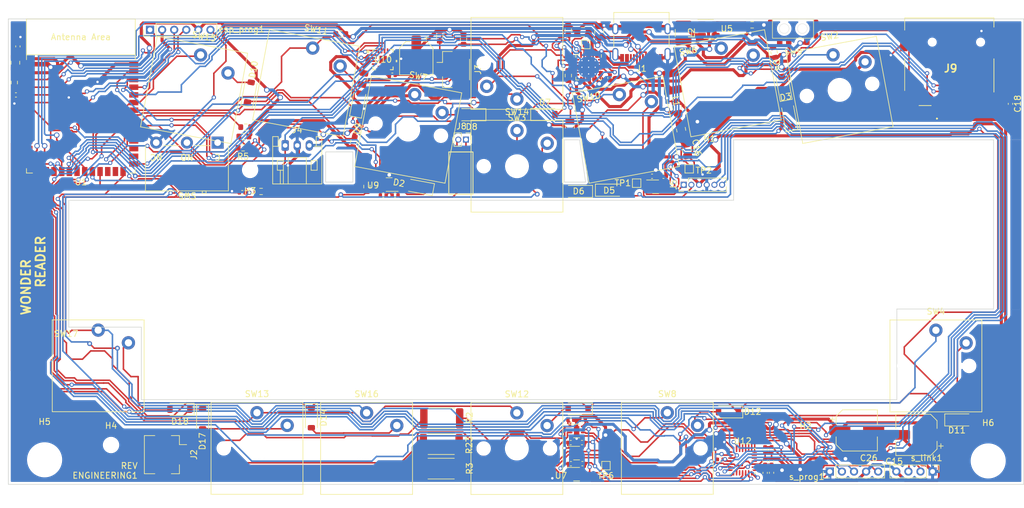
<source format=kicad_pcb>
(kicad_pcb (version 20221018) (generator pcbnew)
  (title_block (title "Wonder Reader") (date "2024-01-07") (rev "engineering1"))
  (layers (0 "F.Cu" signal) (31 "B.Cu" signal) (34 "B.Paste" user) (35 "F.Paste" user) (36 "B.SilkS" user "B.Silkscreen") (37 "F.SilkS" user "F.Silkscreen") (38 "B.Mask" user) (39 "F.Mask" user) (44 "Edge.Cuts" user))
  (net 0 "")
  (net 1 "Earth")
  (net 2 "u_rst")
  (net 3 "+3.3V")
  (net 4 "+5V")
  (net 5 "/bat+")
  (net 6 "Net-(U4-BTST)")
  (net 7 "Net-(C11-Pad2)")
  (net 8 "Net-(U4-REGN)")
  (net 9 "+BATT")
  (net 10 "Net-(SW9-B)")
  (net 11 "limit")
  (net 12 "rst")
  (net 13 "Net-(D2-K)")
  (net 14 "Net-(D2-A)")
  (net 15 "key_c1")
  (net 16 "Net-(D3-A)")
  (net 17 "Net-(D4-A)")
  (net 18 "Net-(D5-A)")
  (net 19 "Net-(D6-A)")
  (net 20 "key_c2")
  (net 21 "Net-(D7-A)")
  (net 22 "Net-(D8-A)")
  (net 23 "Net-(D9-A)")
  (net 24 "Net-(D10-A)")
  (net 25 "key_c3")
  (net 26 "Net-(D11-A)")
  (net 27 "Net-(D12-A)")
  (net 28 "Net-(D13-A)")
  (net 29 "Net-(D14-A)")
  (net 30 "key_c4")
  (net 31 "Net-(D17-A)")
  (net 32 "Net-(D18-A)")
  (net 34 "usb_d+")
  (net 35 "usb_d-")
  (net 39 "Net-(J2-Pin_1)")
  (net 40 "Net-(J2-Pin_2)")
  (net 41 "Net-(J2-Pin_3)")
  (net 42 "Net-(J2-Pin_4)")
  (net 43 "Net-(J2-Pin_5)")
  (net 44 "Net-(J2-Pin_6)")
  (net 45 "unconnected-(J2-MountPin-PadMP)")
  (net 46 "Net-(J3-Pin_1)")
  (net 47 "Net-(J3-Pin_2)")
  (net 48 "/t_pin")
  (net 49 "Net-(J5-Pin_1)")
  (net 50 "Net-(J5-Pin_2)")
  (net 51 "quadA")
  (net 52 "quadB")
  (net 53 "boot")
  (net 54 "rx")
  (net 55 "tx")
  (net 56 "u_boot0")
  (net 57 "usart2_rx")
  (net 58 "usart2_tx")
  (net 60 "CS")
  (net 61 "MOSI")
  (net 62 "SCK")
  (net 63 "MISO")
  (net 66 "swclk")
  (net 67 "swdio")
  (net 68 "Net-(U5-SW)")
  (net 69 "Net-(U6-OUT1)")
  (net 70 "Net-(U7-OUT1)")
  (net 71 "Net-(SW5-B)")
  (net 72 "sda")
  (net 73 "scl")
  (net 74 "Net-(U4-ILIM)")
  (net 75 "Net-(U5-FB)")
  (net 76 "key_r4")
  (net 77 "key_r3")
  (net 78 "key_r2")
  (net 79 "key_r1")
  (net 80 "Net-(U8-OUT1)")
  (net 83 "nsleep")
  (net 84 "bclk")
  (net 85 "din")
  (net 86 "lrclk")
  (net 87 "peri_sleep")
  (net 91 "vibro")
  (net 97 "motor-")
  (net 98 "motor+")
  (net 99 "Net-(U4-D+)")
  (net 103 "sol1-")
  (net 104 "sol1+")
  (net 105 "sol3-")
  (net 106 "sol3+")
  (net 107 "sol2-")
  (net 108 "sol2+")
  (net 110 "Net-(U4-OTG)")
  (net 111 "bat_stat")
  (net 112 "unconnected-(J3-MountPin-PadMP)")
  (net 113 "Net-(C7-Pad1)")
  (footprint "Diode_SMD:D_SOD-123" (layer "F.Cu") (at 162.269039 117.501713 180)
    (fp_text reference "D13" hide)
    (fp_text value "1N4148W")
  )
  (footprint "Resistor_SMD:R_2512_6332Metric" (layer "F.Cu") (at 139.619365 123.353958 180)
    (fp_text reference "R23")
    (fp_text value "24")
  )
  (footprint "Capacitor_SMD:C_0402_1005Metric" (layer "F.Cu") (at 161.059669 119.368917)
    (fp_text reference "C6" hide)
    (fp_text value "100nf")
  )
  (footprint "Capacitor_SMD:C_0402_1005Metric" (layer "F.Cu") (at 69.579865 57.548545 90)
    (fp_text reference "C36" hide)
    (fp_text value "100nf")
  )
  (footprint "Diode_SMD:D_SOD-123" (layer "F.Cu") (at 136.000787 80.818973 169.5)
    (fp_text reference "D2")
    (fp_text value "1N4148W")
  )
  (footprint "Package_SON:WSON-8-1EP_2x2mm_P0.5mm_EP0.9x1.6mm" (layer "F.Cu") (at 175.090248 80.773312)
    (fp_text reference "U2" hide)
    (fp_text value "DRV8837C")
  )
  (footprint "Connector_PinHeader_1.27mm:PinHeader_1x06_P1.27mm_Vertical" (layer "F.Cu") (at 179.736761 80.445435 90)
    (fp_text reference "J5")
    (fp_text value "motor_connection")
  )
  (footprint "Kailh:SW_Kailh_Choc_V1" (layer "F.Cu") (at 117.281419 63.626091 -10.5)
    (fp_text reference "SW11")
    (fp_text value "SW_keb")
  )
  (footprint "Capacitor_SMD:C_0805_2012Metric" (layer "F.Cu") (at 180.239526 74.724107 100.5)
    (fp_text reference "C16")
    (fp_text value "4.7uf")
  )
  (footprint "Resistor_SMD:R_0603_1608Metric" (layer "F.Cu") (at 160.645849 62.373825 90)
    (fp_text reference "R14" hide)
    (fp_text value "5.23k")
  )
  (footprint "TestPoint:TestPoint_Pad_1.0x1.0mm" (layer "F.Cu") (at 180.646636 77.792887)
    (fp_text reference "TP2")
    (fp_text value "P_BAT")
  )
  (footprint "Kailh:SW_Kailh_Choc_V1" (layer "F.Cu") (at 152.156118 77.37471)
    (fp_text reference "SW14")
    (fp_text value "SW_keb")
  )
  (footprint "Resistor_SMD:R_0603_1608Metric" (layer "F.Cu") (at 106.96706 72.460871 180)
    (fp_text reference "R4" hide)
    (fp_text value "10k")
  )
  (footprint "Capacitor_SMD:C_0402_1005Metric" (layer "F.Cu") (at 69.254657 65.577995)
    (fp_text reference "C37" hide)
    (fp_text value "1uf")
  )
  (footprint "Package_DFN_QFN:Texas_S-PWQFN-N24_EP2.7x2.7mm_ThermalVias" (layer "F.Cu") (at 164 61 -90)
    (fp_text reference "U4" hide)
    (fp_text value "BQ25895RTWR")
  )
  (footprint "MountingHole:MountingHole_2.2mm_M2" (layer "F.Cu") (at 108 77.98906)
    (fp_text reference "H3")
    (fp_text value "MountingHole")
  )
  (footprint "MountingHole:MountingHole_2.2mm_M2" (layer "F.Cu") (at 199.914158 123.524729)
    (fp_text reference "H2")
    (fp_text value "MountingHole")
  )
  (footprint "Package_SON:WSON-8-1EP_2x2mm_P0.5mm_EP0.9x1.6mm" (layer "F.Cu") (at 131 80.4 180)
    (fp_text reference "U9")
    (fp_text value "DRV8837C")
  )
  (footprint "Connector_PinHeader_1.27mm:PinHeader_1x02_P1.27mm_Vertical" (layer "F.Cu") (at 143.71252 72.966829 -90)
    (fp_text reference "J8")
    (fp_text value "vibrator")
  )
  (footprint "MountingHole:MountingHole_5.3mm_M5" (layer "F.Cu") (at 230.114596 126.130966)
    (fp_text reference "H6")
    (fp_text value "screw_bottom2")
  )
  (footprint "footprint:21-0136I_T1633-4_MXM" (layer "F.Cu") (at 129.985768 59.72582)
    (fp_text reference "U10")
    (fp_text value "MAX98357AETE+T")
  )
  (footprint "Diode_SMD:D_SOD-123" (layer "F.Cu") (at 167.48353 81.334254)
    (fp_text reference "D5")
    (fp_text value "1N4148W")
  )
  (footprint "Diode_SMD:D_SOD-123" (layer "F.Cu") (at 197.224508 69.168384 100.5)
    (fp_text reference "D3")
    (fp_text value "1N4148W")
  )
  (footprint "footprint:TF115" (layer "F.Cu") (at 223.904346 61.195258 180)
    (fp_text reference "J9")
    (fp_text value "TF-115" hide)
  )
  (footprint "Package_DFN_QFN:QFN-28_4x4mm_P0.5mm" (layer "F.Cu") (at 189.479151 126.161214)
    (fp_text reference "U12")
    (fp_text value "STM32L031G6Ux")
  )
  (footprint "Diode_SMD:D_SOD-123" (layer "F.Cu") (at 162.2967 81.540842 180)
    (fp_text reference "D6")
    (fp_text value "1N4148W")
  )
  (footprint "Resistor_SMD:R_0603_1608Metric" (layer "F.Cu") (at 107.276942 70.904084 180)
    (fp_text reference "R21" hide)
    (fp_text value "10k")
  )
  (footprint "Kailh:SW_Kailh_Choc_V1" (layer "F.Cu") (at 187.015011 63.646636 10.5)
    (fp_text reference "SW6")
    (fp_text value "SW_keb")
  )
  (footprint "Diode_SMD:D_SOD-123" (layer "F.Cu") (at 107.871145 65.123715 79.5)
    (fp_text reference "D10")
    (fp_text value "1N4148W")
  )
  (footprint "Resistor_SMD:R_0603_1608Metric" (layer "F.Cu") (at 160.631093 54.857215 90)
    (fp_text reference "R11" hide)
    (fp_text value "200")
  )
  (footprint "MountingHole:MountingHole_2.2mm_M2" (layer "F.Cu") (at 84.991675 123.498855)
    (fp_text reference "H4")
    (fp_text value "MountingHole")
  )
  (footprint "Diode_SMD:D_SOD-123" (layer "F.Cu") (at 125.864971 66.92283 79.5)
    (fp_text reference "D9")
    (fp_text value "1N4148W")
  )
  (footprint "Resistor_SMD:R_2512_6332Metric" (layer "F.Cu") (at 139.706611 119.086493 180)
    (fp_text reference "R2")
    (fp_text value "24")
  )
  (footprint "Resistor_SMD:R_0603_1608Metric" (layer "F.Cu") (at 123 55.5 180)
    (fp_text reference "R19" hide)
    (fp_text value "10k")
  )
  (footprint "Capacitor_SMD:C_0805_2012Metric" (layer "F.Cu") (at 178.614623 67.672985 -79.5)
    (fp_text reference "C14" hide)
    (fp_text value "10uf")
  )
  (footprint "Kailh:SW_Kailh_Choc_V1" (layer "F.Cu") (at 82.867193 110.386564)
    (fp_text reference "SW17")
    (fp_text value "SW_keb")
  )
  (footprint "Library:G-Switch MK-12C02-G025" (layer "F.Cu") (at 197.866865 58.996913)
    (fp_text reference "SW9")
    (fp_text value "onoffswitch")
    (fp_circle (center -1.5 -4.4) (end -0.7 -4.4) (stroke (width 0.05)) (fill none) (layer "Edge.Cuts"))
    (fp_circle (center 1.5 -4.4) (end 2.3 -4.4) (stroke (width 0.05)) (fill none) (layer "Edge.Cuts"))
  )
  (footprint "Capacitor_SMD:C_0402_1005Metric" (layer "F.Cu") (at 194.270922 128.090005 90)
    (fp_text reference "C31" hide)
    (fp_text value "100pf")
  )
  (footprint "Capacitor_SMD:C_0402_1005Metric" (layer "F.Cu") (at 162.968975 126.582221 180)
    (fp_text reference "C20" hide)
    (fp_text value "100nf")
  )
  (footprint "Connector_PinHeader_2.00mm:PinHeader_1x06_P2.00mm_Vertical" (layer "F.Cu") (at 91.439996 54.799676 90)
    (fp_text reference "esp_prog1")
    (fp_text value "esp32_prog")
  )
  (footprint "Connector_FFC-FPC:Hirose_FH12-6S-0.5SH_1x06-1MP_P0.50mm_Horizontal" (layer "F.Cu") (at 95 125.098543 -90)
    (fp_text reference "J2")
    (fp_text value "ffc_solenoid")
  )
  (footprint "Capacitor_SMD:C_0805_2012Metric" (layer "F.Cu") (at 163.073256 55.164943)
    (fp_text reference "C10" hide)
    (fp_text value "10uf")
  )
  (footprint "Capacitor_SMD:C_0402_1005Metric" (layer "F.Cu") (at 194.270922 126.213562 -90)
    (fp_text reference "C27" hide)
    (fp_text value "100nf")
  )
  (footprint "Connector_USB:USB_C_Receptacle_G-Switch_GT-USB-7010ASV" (layer "F.Cu") (at 172.745973 55.72025 180)
    (fp_text reference "J1")
    (fp_text value "USB_C_Receptacle_USB2.0")
  )
  (footprint "Capacitor_SMD:C_0402_1005Metric" (layer "F.Cu") (at 193.207388 128.101156 90)
    (fp_text reference "C30" hide)
    (fp_text value "100pf")
  )
  (footprint "Inductor_SMD:L_1210_3225Metric" (layer "F.Cu") (at 177.880721 63.385426 100.5)
    (fp_text reference "L1")
    (fp_text value "2.2uH")
  )
  (footprint "Capacitor_SMD:C_0805_2012Metric" (layer "F.Cu") (at 126.664032 62.91884 79.5)
    (fp_text reference "C7" hide)
    (fp_text value "10uf")
  )
  (footprint "Diode_SMD:D_SOD-123" (layer "F.Cu") (at 144.652569 68.853209 180)
    (fp_text reference "D8")
    (fp_text value "1N4148W")
  )
  (footprint "Capacitor_SMD:C_0402_1005Metric" (layer "F.Cu") (at 131.982658 82.177441 180)
    (fp_text reference "C34" hide)
    (fp_text value "100nf")
  )
  (footprint "Capacitor_SMD:C_0402_1005Metric" (layer "F.Cu") (at 174.498139 79.036028)
    (fp_text reference "C22" hide)
    (fp_text value "100nf")
  )
  (footprint "Resistor_SMD:R_0603_1608Metric" (layer "F.Cu") (at 139.377334 55.859815 -90)
    (fp_text reference "R7" hide)
    (fp_text value "10k")
  )
  (footprint "Kailh:SW_Kailh_Choc_V1" (layer "F.Cu") (at 177.022882 124.052368)
    (fp_text reference "SW8")
    (fp_text value "SW_keb")
  )
  (footprint "Kailh:SW_Kailh_Choc_V1" (layer "F.Cu") (at 127.270002 124.065825)
    (fp_text reference "SW16")
    (fp_text value "SW_keb")
  )
  (footprint "Capacitor_SMD:C_0402_1005Metric" (layer "F.Cu") (at 233.796838 67.051646 90)
    (fp_text reference "C18")
    (fp_text value "100nf")
  )
  (footprint "footprint:SW_XKB_DM1-16UC-1" (layer "F.Cu") (at 102.621516 73.467672 180)
    (fp_text reference "SW5")
    (fp_text value "motor_limit")
  )
  (footprint "Capacitor_SMD:C_0402_1005Metric" (layer "F.Cu") (at 106.691019 81.753748 180)
    (fp_text reference "C19" hide)
    (fp_text value "100nf")
  )
  (footprint "Diode_SMD:D_SOD-123" (layer "F.Cu") (at 100.147825 119.173123 -90)
    (fp_text reference "D17")
    (fp_text value "1N4148W")
  )
  (footprint "Kailh:SW_Kailh_Choc_V1" (layer "F.Cu") (at 98.731222 64.770752 -10.5)
    (fp_text reference "SW15")
    (fp_text value "SW_keb")
  )
  (footprint "Resistor_SMD:R_0603_1608Metric" (layer "F.Cu") (at 191.059025 53.985243 180)
    (fp_text reference "R17" hide)
    (fp_text value "100k")
  )
  (footprint "Package_SON:WSON-8-1EP_2x2mm_P0.5mm_EP0.9x1.6mm" (layer "F.Cu") (at 162.021464 121.176589)
    (fp_text reference "U6" hide)
    (fp_text value "DRV8837C")
  )
  (footprint "Capacitor_SMD:CP_Elec_6.3x5.4" (layer "F.Cu") (at 218.239519 121.818185 180)
    (fp_text reference "C15")
    (fp_text value "100uf")
  )
  (footprint "Capacitor_SMD:CP_Elec_6.3x5.4" (layer "F.Cu") (at 208.363413 121.083907)
    (fp_text reference "C26")
    (fp_text value "100uf")
  )
  (footprint "Capacitor_SMD:C_0402_1005Metric" (layer "F.Cu") (at 194.270922 124.272209 90)
    (fp_text reference "C29" hide)
    (fp_text value "10nf")
  )
  (footprint "Kailh:SW_Kailh_Choc_V1" (layer "F.Cu") (at 134.158892 71.320948 -10.5)
    (fp_text reference "SW7")
    (fp_text value "SW_keb")
  )
  (footprint "Kailh:SW_Kailh_Choc_V1" (layer "F.Cu") (at 221.461665 110.409442)
    (fp_text reference "SW4")
    (fp_text value "SW_keb")
  )
  (footprint "Resistor_SMD:R_0603_1608Metric" (layer "F.Cu") (at 68.978236 63.526852 -90)
    (fp_text reference "R6" hide)
    (fp_text value "10k")
  )
  (footprint "Package_SON:WSON-8-1EP_2x2mm_P0.5mm_EP0.9x1.6mm" (layer "F.Cu") (at 162.013015 124.833562)
    (fp_text reference "U8" hide)
    (fp_text value "DRV8837C")
  )
  (footprint "Capacitor_SMD:C_0805_2012Metric" (layer "F.Cu") (at 165.758898 55.135431 -90)
    (fp_text reference "C9" hide)
    (fp_text value "10uf")
  )
  (footprint "MountingHole:MountingHole_2.2mm_M2" (layer "F.Cu") (at 184 76)
    (fp_text reference "H1")
    (fp_text value "MountingHole")
  )
  (footprint "Capacitor_SMD:C_0402_1005Metric" (layer "F.Cu") (at 185.785581 125.88372)
    (fp_text reference "C4" hide)
    (fp_text value "100nf")
  )
  (footprint "Resistor_SMD:R_0603_1608Metric" (layer "F.Cu") (at 106.838721 74.322557 180)
    (fp_text reference "R5")
    (fp_text value "10k")
  )
  (footprint "Diode_SMD:D_SOD-123" (layer "F.Cu") (at 196.272728 64.15494 100.5)
    (fp_text reference "D4")
    (fp_text value "1N4148W")
  )
  (footprint "Capacitor_SMD:C_0805_2012Metric" (layer "F.Cu") (at 179.308168 71.325162 100.5)
    (fp_text reference "C13" hide)
    (fp_text value "10uf")
  )
  (footprint "Kailh:SW_Kailh_Choc_V1" (layer "F.Cu") (at 152.143873 60.358102 180)
    (fp_text reference "SW3")
    (fp_text value "SW_keb")
  )
  (footprint "Kailh:SW_Kailh_Choc_V1" (layer "F.Cu") (at 109.136757 124.051384)
    (fp_text reference "SW13")
    (fp_text value "SW_keb")
  )
  (footprint "Capacitor_SMD:C_0402_1005Metric" (layer "F.Cu") (at 162.973466 119.376427 180)
    (fp_text reference "C5" hide)
    (fp_text value "100nf")
  )
  (footprint "Capacitor_SMD:C_0402_1005Metric" (layer "F.Cu") (at 161.076567 126.593486)
    (fp_text reference "C21" hide)
    (fp_text value "100nf")
  )
  (footprint "Capacitor_SMD:C_0402_1005Metric" (layer "F.Cu") (at 131.527799 62.315546)
    (fp_text reference "C8" hide)
    (fp_text value "100nf")
  )
  (footprint "Capacitor_SMD:CP_Elec_5x5.4" (layer "F.Cu") (at 135.495662 59.495246 -90)
    (fp_text reference "C17" hide)
    (fp_text value "33uf")
  )
  (footprint "Diode_SMD:D_SOD-123" (layer "F.Cu") (at 156.784886 68.813378)
    (fp_text reference "D7")
    (fp_text value "1N4148W")
  )
  (footprint "Capacitor_SMD:C_0402_1005Metric" (layer "F.Cu") (at 193.199496 126.214464 -90)
    (fp_text reference "C32" hide)
    (fp_text value "100pf")
  )
  (footprint "Connector_PinHeader_2.00mm:PinHeader_1x04_P2.00mm_Vertical" (layer "F.Cu") (at 220.913063 127.880394 -90)
    (fp_text reference "s_link1")
    (fp_text value "stm_32stlink")
  )
  (footprint "Diode_SMD:D_SOD-123" (layer "F.Cu") (at 225.283995 119.344073)
    (fp_text reference "D11")
    (fp_text value "1N4148W")
  )
  (footprint "TestPoint:TestPoint_Pad_1.0x1.0mm" (layer "F.Cu") (at 171.944401 80.17141)
    (fp_text reference "TP1")
    (fp_text value "P_5v")
  )
  (footprint "Diode_SMD:D_SOD-123" (layer "F.Cu") (at 187.147562 118.007378 180)
    (fp_text reference "D12")
    (fp_text value "1N4148W")
  )
  (footprint "Capacitor_SMD:C_0805_2012Metric" (layer "F.Cu") (at 69.147337 60.251019 -90)
    (fp_text reference "C35" hide)
    (fp_text value "22uf")
  )
  (footprint "TestPoint:TestPoint_Pad_1.0x1.0mm" (layer "F.Cu") (at 166.875707 126.906059)
    (fp_text reference "TP6")
    (fp_text value "nsleep")
  )
  (footprint "Package_SON:WSON-8-1EP_2x2mm_P0.5mm_EP0.9x1.6mm" (layer "F.Cu") (at 162.013015 128.32867)
    (fp_text reference "U7")
    (fp_text value "DRV8837C")
  )
  (footprint "Inductor_SMD:L_1210_3225Metric" (layer "F.Cu") (at 179.694069 55.328064 -90)
    (fp_text reference "L2")
    (fp_text value "2.2uH")
  )
  (footprint "Capacitor_SMD:C_0805_2012Metric" (layer "F.Cu") (at 160.900395 70.839532 90)
    (fp_text reference "C12" hide)
    (fp_text value "10uf")
  )
  (footprint "Capacitor_SMD:C_0402_1005Metric" (layer "F.Cu") (at 162.912113 123.09601 180)
    (fp_text reference "C24" hide)
    (fp_text value "100nf")
  )
  (footprint "Kailh:SW_Kailh_Choc_V1" (layer "F.Cu") (at 152.132489 124.080266)
    (fp_text reference "SW12")
    (fp_text value "SW_keb")
  )
  (footprint "Kailh:SW_Kailh_Choc_V1" (layer "F.Cu") (at 170.169164 71.324907 10.5)
    (fp_text reference "SW10")
    (fp_text value "SW_keb")
  )
  (footprint "Resistor_SMD:R_0603_1608Metric" (layer "F.Cu") (at 127.324701 80.740093 -90)
    (fp_text reference "R18" hide)
    (fp_text value "10k")
  )
  (footprint "Resistor_SMD:R_0603_1608Metric" (layer "F.Cu") (at 125.153457 73.332925 79.5)
    (fp_text reference "R20" hide)
    (fp_text value "10k")
  )
  (footprint "Resistor_SMD:R_0603_1608Metric" (layer "F.Cu") (at 194.697496 58.55336 100.5)
    (fp_text reference "R16" hide)
    (fp_text value "442k")
  )
  (footprint "Capacitor_SMD:C_0402_1005Metric" (layer "F.Cu") (at 167.542555 62.759948 -90)
    (fp_text reference "C11" hide)
    (fp_text value "47nf")
  )
  (footprint "Connector_JST:JST_PH_S3B-PH-K_1x03_P2.00mm_Horizontal" (layer "F.Cu") (at 113.796838 73.936564)
    (fp_text reference "J4")
    (fp_text value "batt_conn")
  )
  (footprint "Diode_SMD:D_SOD-123" (layer "F.Cu") (at 118.133796 118.985181 -90)
    (fp_text reference "D14")
    (fp_text value "1N4148W")
  )
  (footprint "Capacitor_SMD:C_0402_1005Metric" (layer "F.Cu") (at 130.032077 82.170924)
    (fp_text reference "C33" hide)
    (fp_text value "100nf")
  )
  (footprint "Package_TO_SOT_SMD:SOT-23-5" (layer "F.Cu") (at 183.874571 54.660605)
    (fp_text reference "U5")
    (fp_text value "TLV62569DBV")
  )
  (footprint "MountingHole:MountingHole_5.3mm_M5" (layer "F.Cu") (at 74 125.943466)
    (fp_text reference "H5")
    (fp_text value "screw_bottom1")
  )
  (footprint "Diode_SMD:D_SOD-123" (layer "F.Cu") (at 96.384975 117.590513 180)
    (fp_text reference "D18")
    (fp_text value "1N4148W")
  )
  (footprint "TestPoint:TestPoint_Pad_1.0x1.0mm" (layer "F.Cu") (at 163.551178 57.236)
    (fp_text reference "TP5" hide)
    (fp_text value "nsleep")
  )
  (footprint "Espressif:ESP32-S3-WROOM-1" (layer "F.Cu") (at 80 68.75)
    (fp_text reference "U1")
    (fp_text value "ESP32-S3-WROOM-1")
  )
  (footprint "Capacitor_SMD:C_0402_1005Metric" (layer "F.Cu") (at 161.04681 123.09601)
    (fp_text reference "C25" hide)
    (fp_text value "100nf")
  )
  (footprint "Resistor_SMD:R_0603_1608Metric" (layer "F.Cu") (at 143.309881 56.374933 -90)
    (fp_text reference "R8" hide)
    (fp_text value "10k")
  )
  (footprint "Capacitor_SMD:C_0402_1005Metric" (layer "F.Cu") (at 176.390074 79.029512)
    (fp_text reference "C23" hide)
    (fp_text value "100nf")
  )
  (footprint "Kailh:SW_Kailh_Choc_V1" (layer "F.Cu") (at 205.520158 64.745454 10.5)
    (fp_text reference "SW2")
    (fp_text value "SW_keb")
  )
  (footprint "Resistor_SMD:R_0603_1608Metric" (layer "F.Cu") (at 109.816477 81.549112 180)
    (fp_text reference "R15" hide)
    (fp_text value "30.1k")
  )
  (footprint "Capacitor_SMD:C_0402_1005Metric" (layer "F.Cu") (at 193.199243 124.278869 -90)
    (fp_text reference "C28" hide)
    (fp_text value "1uf")
  )
  (footprint "Connector_JST:JST_GH_BM02B-GHS-TBT_1x02-1MP_P1.25mm_Vertical" (layer "F.Cu") (at 141.701185 61.380236 -90)
    (fp_text reference "J3")
    (fp_text value "speaker_socket")
  )
  (footprint "Resistor_SMD:R_2512_6332Metric" (layer "F.Cu") (at 139.604651 127.40279 180)
    (fp_text reference "R3")
    (fp_text value "24")
  )
  (footprint "Connector_PinHeader_2.00mm:PinHeader_1x05_P2.00mm_Vertical" (layer "F.Cu") (at 203.913063 127.885867 90)
    (fp_text reference "s_prog1")
    (fp_text value "stm32_prog")
  )
  (gr_rect (start 140.869507 75.009415) (end 144.869507 82.009415) (stroke (width 0.15)) (fill none) (layer "F.SilkS"))
  (gr_line (start 236 53) (end 236 73) (stroke (width 0.1)) (layer "Edge.Cuts"))
  (gr_line (start 68 53) (end 236 53) (stroke (width 0.1)) (layer "Edge.Cuts"))
  (gr_line (start 215 101) (end 231 101) (stroke (width 0.1)) (layer "Edge.Cuts"))
  (gr_poly (pts (xy 160 73) (xy 160 80) (xy 163.5 80) (xy 162.5 73)) (stroke (width 0.1)) (fill none) (layer "Edge.Cuts"))
  (gr_line (start 90 116) (end 215 116) (stroke (width 0.1)) (layer "Edge.Cuts"))
  (gr_line (start 215 116) (end 215 101) (stroke (width 0.1)) (layer "Edge.Cuts"))
  (gr_line (start 236 130) (end 68 130) (stroke (width 0.1)) (layer "Edge.Cuts"))
  (gr_line (start 188 73) (end 188 83) (stroke (width 0.1)) (layer "Edge.Cuts"))
  (gr_line (start 78 104) (end 90 104) (stroke (width 0.1)) (layer "Edge.Cuts"))
  (gr_line (start 68 130) (end 68 53) (stroke (width 0.1)) (layer "Edge.Cuts"))
  (gr_line (start 78 83) (end 78 104) (stroke (width 0.1)) (layer "Edge.Cuts"))
  (gr_line (start 236 101) (end 236 130) (stroke (width 0.1)) (layer "Edge.Cuts"))
  (gr_poly (pts (xy 120.5 75) (xy 120.5 80) (xy 125 80) (xy 125 75)) (stroke (width 0.1)) (fill none) (layer "Edge.Cuts"))
  (gr_line (start 231 73) (end 231 101) (stroke (width 0.1)) (layer "Edge.Cuts"))
  (gr_line (start 236 101) (end 236 73) (stroke (width 0.1)) (layer "Edge.Cuts"))
  (gr_line (start 188 83) (end 78 83) (stroke (width 0.1)) (layer "Edge.Cuts"))
  (gr_line (start 90 104) (end 90 116) (stroke (width 0.1)) (layer "Edge.Cuts"))
  (gr_line (start 231 73) (end 188 73) (stroke (width 0.1)) (layer "Edge.Cuts"))
  (gr_text "WONDER\n    READER" (at 74.442013 102 90) (layer "F.Cu" knockout) (effects (font (size 1.5 1.5) (thickness 0.3) bold) (justify left bottom)))
  (gr_text "REV\nENGINEERING1" (at 89.483175 129.132105) (layer "F.SilkS") (effects (font (size 1 1)) (justify right bottom)))
  (gr_text "WONDER\n    READER" (at 74.208728 102.190865 90) (layer "F.SilkS") (effects (font (size 1.5 1.5) (thickness 0.3) bold) (justify left bottom)))
  (segment (start 215.754742 57.245258) (end 214 59) (width 0.254) (layer "F.Cu") (net 1))
  (segment (start 70.336318 60.49) (end 71.25 60.49) (width 0.508) (layer "F.Cu") (net 1))
  (segment (start 193.200398 126.693562) (end 193.199496 126.694464) (width 0.254) (layer "F.Cu") (net 1))
  (segment (start 161.539669 119.368917) (end 162 119.368917) (width 0.254) (layer "F.Cu") (net 1))
  (segment (start 165.758282 63.470782) (end 165.25 62.9625) (width 0.508) (layer "F.Cu") (net 1))
  (segment (start 161.592015 129.07867) (end 162.013015 128.65767) (width 0.254) (layer "F.Cu") (net 1))
  (segment (start 175.090248 81.102312) (end 175.090248 80.773312) (width 0.254) (layer "F.Cu") (net 1))
  (segment (start 161.99672 63.625428) (end 161.99672 64.609322) (width 0.508) (layer "F.Cu") (net 1))
  (segment (start 176.465973 59.44525) (end 177.065973 58.84525) (width 0.508) (layer "F.Cu") (net 1))
  (segment (start 190.149878 121.002411) (end 190.780732 120.371557) (width 0.508) (layer "F.Cu") (net 1))
  (segment (start 68.774657 65.577995) (end 68.774657 66.774657) (width 0.508) (layer "F.Cu") (net 1))
  (segment (start 193 54) (end 191.898782 54) (width 0.508) (layer "F.Cu") (net 1))
  (segment (start 200.856271 125.678229) (end 199 127.5345) (width 0.508) (layer "F.Cu") (net 1))
  (segment (start 159.81605 54.444163) (end 160.27005 53.990163) (width 0.254) (layer "F.Cu") (net 1))
  (segment (start 157.450931 70.549069) (end 157.5 70.5) (width 0.508) (layer "F.Cu") (net 1))
  (segment (start 192.732746 127.161214) (end 191.416651 127.161214) (width 0.254) (layer "F.Cu") (net 1))
  (segment (start 174.978139 79.036028) (end 175.120361 78.893806) (width 0.254) (layer "F.Cu") (net 1))
  (segment (start 162.013015 127.058181) (end 162.013015 128.32867) (width 0.254) (layer "F.Cu") (net 1))
  (segment (start 162.013015 124.833562) (end 162.013015 126.137038) (width 0.254) (layer "F.Cu") (net 1))
  (segment (start 163.063542 118.612427) (end 162.307052 119.368917) (width 0.508) (layer "F.Cu") (net 1))
  (segment (start 166.545306 54.088519) (end 166.445315 54.18851) (width 0.508) (layer "F.Cu") (net 1))
  (segment (start 126.784833 61.041556) (end 126.784833 62.102976) (width 0.254) (layer "F.Cu") (net 1))
  (segment (start 71.25 60.49) (end 74.49 60.49) (width 0.762) (layer "F.Cu") (net 1))
  (segment (start 157.5 70.5) (end 159.610863 70.5) (width 0.508) (layer "F.Cu") (net 1))
  (segment (start 194.270922 123.792209) (end 193.205903 123.792209) (width 0.254) (layer "F.Cu") (net 1))
  (segment (start 105.253748 81.753748) (end 106.211019 81.753748) (width 0.254) (layer "F.Cu") (net 1))
  (segment (start 193.207388 127.621156) (end 193.207388 126.702356) (width 0.254) (layer "F.Cu") (net 1))
  (segment (start 161.556567 126.593486) (end 162.013015 127.049934) (width 0.254) (layer "F.Cu") (net 1))
  (segment (start 125.708122 59.708829) (end 126.49843 60.499137) (width 0.254) (layer "F.Cu") (net 1))
  (segment (start 110.641477 80.541164) (end 110.641477 81.549112) (width 0.254) (layer "F.Cu") (net 1))
  (segment (start 126.784833 62.102976) (end 126.090929 61.409071) (width 0.508) (layer "F.Cu") (net 1))
  (segment (start 68.815865 57.574544) (end 68.815865 56.678621) (width 0.508) (layer "F.Cu") (net 1))
  (segment (start 161.99672 65.041024) (end 161.99672 64.609322) (width 0.508) (layer "F.Cu") (net 1))
  (segment (start 231.654346 66.845258) (end 231.654346 57.245258) (width 0.254) (layer "F.Cu") (net 1))
  (segment (start 216.154346 57.245258) (end 215.754742 57.245258) (width 0.254) (layer "F.Cu") (net 1))
  (segment (start 77.1 68.21) (end 78.5 68.21) (width 0.508) (layer "F.Cu") (net 1))
  (segment (start 166.803549 120.517107) (end 164.898869 118.612427) (width 0.508) (layer "F.Cu") (net 1))
  (segment (start 194.270922 127.146757) (end 195.480252 127.146757) (width 0.508) (layer "F.Cu") (net 1))
  (segment (start 128.022454 59.47582) (end 126.090929 61.407345) (width 0.254) (layer "F.Cu") (net 1))
  (segment (start 126.090929 61.407345) (end 126.090929 61.409071) (width 0.254) (layer "F.Cu") (net 1))
  (segment (start 197.765 128.765) (end 203.03393 128.765) (width 0.254) (layer "F.Cu") (net 1))
  (segment (start 125.076666 66.076666) (end 126.845438 67.845438) (width 0.508) (layer "F.Cu") (net 1))
  (segment (start 190.749865 55.318294) (end 190.348498 55.318294) (width 0.508) (layer "F.Cu") (net 1))
  (segment (start 175.910074 79.029512) (end 175.090248 79.849338) (width 0.254) (layer "F.Cu") (net 1))
  (segment (start 177.011019 66.647459) (end 177.011019 66.148339) (width 0.254) (layer "F.Cu") (net 1))
  (segment (start 135.495662 61.695246) (end 132.97484 64.216068) (width 0.508) (layer "F.Cu") (net 1))
  (segment (start 162 119.368917) (end 162.485956 119.368917) (width 0.254) (layer "F.Cu") (net 1))
  (segment (start 77.1 66.81) (end 77.1 68.21) (width 0.508) (layer "F.Cu") (net 1))
  (segment (start 175.120361 78.893806) (end 175.120361 78) (width 0.254) (layer "F.Cu") (net 1))
  (segment (start 193.207388 126.702356) (end 193.199496 126.694464) (width 0.254) (layer "F.Cu") (net 1))
  (segment (start 128.537968 59.97582) (end 127.850569 59.97582) (width 0.254) (layer "F.Cu") (net 1))
  (segment (start 215.439519 121.818185) (end 211.897691 121.818185) (width 0.508) (layer "F.Cu") (net 1))
  (segment (start 195 120.150085) (end 195 120.113057) (width 0.508) (layer "F.Cu") (net 1))
  (segment (start 69.579865 58.028545) (end 69.269866 58.028545) (width 0.508) (layer "F.Cu") (net 1))
  (segment (start 181.175016 75.046822) (end 181.175016 73.175016) (width 0.254) (layer "F.Cu") (net 1))
  (segment (start 77.1 66.81) (end 78.5 66.81) (width 0.508) (layer "F.Cu") (net 1))
  (segment (start 175.120361 78.239799) (end 175.910074 79.029512) (width 0.254) (layer "F.Cu") (net 1))
  (segment (start 162.013015 125.162562) (end 162.013015 124.833562) (width 0.254) (layer "F.Cu") (net 1))
  (segment (start 121.336189 61.444588) (end 122.391601 62.5) (width 0.508) (layer "F.Cu") (net 1))
  (segment (start 227.154346 68.899258) (end 227.154346 67.845258) (width 0.254) (layer "F.Cu") (net 1))
  (segment (start 162.488975 126.582221) (end 162.013015 127.058181) (width 0.254) (layer "F.Cu") (net 1))
  (segment (start 69.147337 58.461073) (end 69.579865 58.028545) (width 0.508) (layer "F.Cu") (net 1))
  (segment (start 183.503913 56.364605) (end 183.853571 56.014947) (width 0.508) (layer "F.Cu") (net 1))
  (segment (start 217 66.790912) (end 217 58.090912) (width 0.254) (layer "F.Cu") (net 1))
  (segment (start 134.875362 62.315546) (end 135.495662 61.695246) (width 0.254) (layer "F.Cu") (net 1))
  (segment (start 79.9 68.21) (end 79.9 69.61) (width 0.508) (layer "F.Cu") (net 1))
  (segment (start 162.163567 124.984114) (end 162.163567 126.256813) (width 0.254) (layer "F.Cu") (net 1))
  (segment (start 186.446015 123) (end 186.815437 123) (width 0.254) (layer "F.Cu") (net 1))
  (segment (start 122.617202 62.5) (end 125.076666 64.959464) (width 0.508) (layer "F.Cu") (net 1))
  (segment (start 166.445315 54.18851) (end 165.700425 54.18851) (width 0.508) (layer "F.Cu") (net 1))
  (segment (start 162.013015 121.185038) (end 162.021464 121.176589) (width 0.508) (layer "F.Cu") (net 1))
  (segment (start 179.522671 72.077128) (end 179.922872 72.077128) (width 0.508) (layer "F.Cu") (net 1))
  (segment (start 197.765 127.271969) (end 197.765 128.765) (width 0.254) (layer "F.Cu") (net 1))
  (segment (start 161.063015 129.07867) (end 161.592015 129.07867) (width 0.254) (layer "F.Cu") (net 1))
  (segment (start 122.246501 59.2469) (end 121.336189 60.157212) (width 0.508) (layer "F.Cu") (net 1))
  (segment (start 175.945973 59.44525) (end 176.465973 59.44525) (width 0.508) (layer "F.Cu") (net 1))
  (segment (start 162.021464 121.505589) (end 162.021464 121.176589) (width 0.254) (layer "F.Cu") (net 1))
  (segment (start 125.708122 58.808667) (end 125.708122 59.708829) (width 0.254) (layer "F.Cu") (net 1))
  (segment (start 194.270922 126.693562) (end 193.200398 126.693562) (width 0.254) (layer "F.Cu") (net 1))
  (segment (start 206.4 125.678229) (end 200.856271 125.678229) (width 0.508) (layer "F.Cu") (net 1))
  (segment (start 181.744258 78.744258) (end 182.856068 78.744258) (width 0.254) (layer "F.Cu") (net 1))
  (segment (start 183.853571 55.206263) (end 183.307913 54.660605) (width 0.508) (layer "F.Cu") (net 1))
  (segment (start 78.5 68.21) (end 78.5 66.81) (width 0.508) (layer "F.Cu") (net 1))
  (segment (start 159.144139 56.059948) (end 159.829093 56.059948) (width 0.254) (layer "F.Cu") (net 1))
  (segment (start 162.021464 119.390381) (end 162 119.368917) (width 0.508) (layer "F.Cu") (net 1))
  (segment (start 82.773981 63.427019) (end 85.711 60.49) (width 0.508) (layer "F.Cu") (net 1))
  (segment (start 233.745192 66.52) (end 231.162919 66.52) (width 0.254) (layer "F.Cu") (net 1))
  (segment (start 231.654346 66.845258) (end 231.654346 68.449258) (width 0.254) (layer "F.Cu") (net 1))
  (segment (start 162.950318 69.739609) (end 162.950318 68.049682) (width 0.508) (layer "F.Cu") (net 1))
  (segment (start 162.021464 122.601356) (end 161.52681 123.09601) (width 0.254) (layer "F.Cu") (net 1))
  (segment (start 194.28524 123.792209) (end 197.765 127.271969) (width 0.254) (layer "F.Cu") (net 1))
  (segment (start 167.969233 54.18851) (end 168.425973 54.64525) (width 0.508) (layer "F.Cu") (net 1))
  (segment (start 128.537968 59.47582) (end 128.022454 59.47582) (width 0.254) (layer "F.Cu") (net 1))
  (segment (start 114.248652 77.248653) (end 116 75.497305) (width 0.508) (layer "F.Cu") (net 1))
  (segment (start 158.028399 57.175688) (end 159.144139 56.059948) (width 0.254) (layer "F.Cu") (net 1))
  (segment (start 177.065973 54.64525) (end 176.674487 54.253764) (width 0.508) (layer "F.Cu") (net 1))
  (segment (start 164.898869 118.612427) (end 163.063542 118.612427) (width 0.508) (layer "F.Cu") (net 1))
  (segment (start 162.021464 122.455837) (end 162.021464 122.601356) (width 0.254) (layer "F.Cu") (net 1))
  (segment (start 162 64.612602) (end 161.99672 64.609322) (width 0.508) (layer "F.Cu") (net 1))
  (segment (start 131.421 79.65) (end 131.95 79.65) (width 0.254) (layer "F.Cu") (net 1))
  (segment (start 126.090929 61.409071) (end 123.928757 59.2469) (width 0.508) (layer "F.Cu") (net 1))
  (segment (start 131 81.674783) (end 131.502658 82.177441) (width 0.254) (layer "F.Cu") (net 1))
  (segment (start 127.850569 59.97582) (end 126.784833 61.041556) (width 0.254) (layer "F.Cu") (net 1))
  (segment (start 78.5 69.61) (end 78.5 68.21) (width 0.508) (layer "F.Cu") (net 1))
  (segment (start 69.147337 59.301019) (end 69.147337 58.461073) (width 0.508) (layer "F.Cu") (net 1))
  (segment (start 158 129) (end 158.15967 129.15967) (width 0.508) (layer "F.Cu") (net 1))
  (segment (start 165.1 62.1) (end 165.1 62.8125) (width 0.254) (layer "F.Cu") (net 1))
  (segment (start 116 75.497305) (end 116 74.139726) (width 0.508) (layer "F.Cu") (net 1))
  (segment (start 132.97484 64.216068) (end 130.474808 64.216068) (width 0.508) (layer "F.Cu") (net 1))
  (segment (start 194.270922 123.792209) (end 194.28524 123.792209) (width 0.254) (layer "F.Cu") (net 1))
  (segment (start 161.52681 123.09601) (end 162.013015 123.582215) (width 0.254) (layer "F.Cu") (net 1))
  (segment (start 190.348498 55.318294) (end 190 55.666792) (width 0.508) (layer "F.Cu") (net 1))
  (segment (start 132.866268 59.47582) (end 131.433568 59.47582) (width 0.254) (layer "F.Cu") (net 1))
  (segment (start 180.259254 72.259254) (end 179.481292 72.259254) (width 0.254) (layer "F.Cu") (net 1))
  (segment (start 77.1 68.21) (end 77.1 69.61) (width 0.508) (layer "F.Cu") (net 1))
  (segment (start 127.611657 59.47582) (end 128.537968 59.47582) (width 0.254) (layer "F.Cu") (net 1))
  (segment (start 116 74.139726) (end 115.796838 73.936564) (width 0.508) (layer "F.Cu") (net 1))
  (segment (start 195.480252 127.146757) (end 196 127.666505) (width 0.508) (layer "F.Cu") (net 1))
  (segment (start 162.307052 119.368917) (end 162 119.368917) (width 0.508) (layer "F.Cu") (net 1))
  (segment (start 162.779196 65.8235) (end 161.99672 65.041024) (width 0.508) (layer "F.Cu") (net 1))
  (segment (start 181.175016 73.175016) (end 180.259254 72.259254) (width 0.254) (layer "F.Cu") (net 1))
  (segment (start 183.400696 59.399432) (end 182.98645 58.985186) (width 0.508) (layer "F.Cu") (net 1))
  (segment (start 185 124.1305) (end 185 125.578139) (width 0.254) (layer "F.Cu") (net 1))
  (segment (start 121.336189 60.157212) (end 121.336189 61.444588) (width 0.508) (layer "F.Cu") (net 1))
  (segment (start 190 56) (end 189.982941 56) (width 0.508) (layer "F.Cu") (net 1))
  (segment (start 125.076666 64.959464) (end 125.076666 66.076666) (width 0.508) (layer "F.Cu") (net 1))
  (segment (start 69.494486 56) (end 70 56) (width 0.508) (layer "F.Cu") (net 1))
  (segment (start 159.81605 55.828215) (end 159.81605 54.444163) (width 0.254) (layer "F.Cu") (net 1))
  (segment (start 168.817459 54.253764) (end 168.425973 54.64525) (width 0.508) (layer "F.Cu") (net 1))
  (segment (start 162.0375 60.75) (end 162.65 60.75) (width 0.254) (layer "F.Cu") (net 1))
  (segment (start 94.800737 57.9885) (end 93.439996 56.627759) (width 0.508) (layer "F.Cu") (net 1))
  (segment (start 161.539669 119.368917) (end 162.021464 119.850712) (width 0.254) (layer "F.Cu") (net 1))
  (segment (start 165.25 62.9625) (end 164.829 62.9625) (width 0.508) (layer "F.Cu") (net 1))
  (segment (start 114.248652 77.248653) (end 113.933988 77.248653) (width 0.254) (layer "F.Cu") (net 1))
  (segment (start 74.49 60.49) (end 75 61) (width 0.762) (layer "F.Cu") (net 1))
  (segment (start 218 124.378666) (end 215.439519 121.818185) (width 0.508) (layer "F.Cu") (net 1))
  (segment (start 183.307913 54.660605) (end 182.737071 54.660605) (width 0.508) (layer "F.Cu") (net 1))
  (segment (start 181.473636 76.719185) (end 181.473636 78.473636) (width 0.254) (layer "F.Cu") (net 1))
  (segment (start 180.701671 70.898128) (end 179.522671 72.077128) (width 0.508) (layer "F.Cu") (net 1))
  (segment (start 78.5 66.5) (end 78 66) (width 0.508) (layer "F.Cu") (net 1))
  (segment (start 190 55.666792) (end 190 56) (width 0.508) (layer "F.Cu") (net 1))
  (segment (start 231.245258 57.245258) (end 229 55) (width 0.254) (layer "F.Cu") (net 1))
  (segment (start 185 125.578139) (end 185.305581 125.88372) (width 0.254) (layer "F.Cu") (net 1))
  (segment (start 113.933988 77.248653) (end 110.641477 80.541164) (width 0.254) (layer "F.Cu") (net 1))
  (segment (start 162.021464 122.685361) (end 162.432113 123.09601) (width 0.254) (layer "F.Cu") (net 1))
  (segment (start 162.013015 128.32867) (end 162.013015 124.833562) (width 0.508) (layer "F.Cu") (net 1))
  (segment (start 169.545973 59.44525) (end 169.025973 59.44525) (width 0.508) (layer "F.Cu") (net 1))
  (segment (start 165.200487 53.688572) (end 165.700425 54.18851) (width 0.508) (layer "F.Cu") (net 1))
  (segment (start 179.922872 72.077128) (end 182 70) (width 0.508) (layer "F.Cu") (net 1))
  (segment (start 175.090248 80.773312) (end 175.090248 79.148137) (width 0.254) (layer "F.Cu") (net 1))
  (segment (start 186.583509 59.399432) (end 183.400696 59.399432) (width 0.508) (layer "F.Cu") (net 1))
  (segment (start 194.333028 120.817057) (end 195 120.150085) (width 0.508) (layer "F.Cu") (net 1))
  (segment (start 161.52681 123.09601) (end 162.432113 123.09601) (width 0.254) (layer "F.Cu") (net 1))
  (segment (start 131 80.4) (end 131 81.683001) (width 0.254) (layer "F.Cu") (net 1))
  (segment (start 196.7695 123.290522) (end 199 125.521022) (width 0.508) (layer "F.Cu") (net 1))
  (segment (start 181.473636 78.473636) (end 181.744258 78.744258) (width 0.254) (layer "F.Cu") (net 1))
  (segment (start 122.391601 62.5) (end 122.617202 62.5) (width 0.508) (layer "F.Cu") (net 1))
  (segment (start 79.9 68.21) (end 78.5 68.21) (width 0.508) (layer "F.Cu") (net 1))
  (segment (start 206.5 125.778229) (end 206.4 125.678229) (width 0.508) (layer "F.Cu") (net 1))
  (segment (start 231.131346 68.972258) (end 227.227346 68.972258) (width 0.254) (layer "F.Cu") (net 1))
  (segment (start 193.199496 126.694464) (end 192.732746 127.161214) (width 0.254) (layer "F.Cu") (net 1))
  (segment (start 162.021464 121.176589) (end 162.021464 119.390381) (width 0.508) (layer "F.Cu") (net 1))
  (segment (start 174.669248 81.523312) (end 175.090248 81.102312) (width 0.254) (layer "F.Cu") (net 1))
  (segment (start 162.013015 123.515108) (end 162.013015 124.833562) (width 0.254) (layer "F.Cu") (net 1))
  (segment (start 174.140248 81.523312) (end 174.669248 81.523312) (width 0.254) (layer "F.Cu") (net 1))
  (segment (start 169.025973 59.44525) (end 168.425973 58.84525) (width 0.508) (layer "F.Cu") (net 1))
  (segment (start 162.485956 119.368917) (end 162.493466 119.376427) (width 0.254) (layer "F.Cu") (net 1))
  (segment (start 126.999137 60.499137) (end 127.205071 60.293203) (width 0.254) (layer "F.Cu") (net 1))
  (segment (start 68.815865 56.678621) (end 69.494486 56) (width 0.508) (layer "F.Cu") (net 1))
  (segment (start 167.948223 58.3675) (end 168.425973 58.84525) (width 0.254) (layer "F.Cu") (net 1))
  (segment (start 162.021464 119.848429) (end 162.021464 121.176589) (width 0.254) (layer "F.Cu") (net 1))
  (segment (start 127.076858 57.439931) (end 125.708122 58.808667) (width 0.254) (layer "F.Cu") (net 1))
  (segment (start 182 56.364605) (end 183.503913 56.364605) (width 0.508) (layer "F.Cu") (net 1))
  (segment (start 193.221472 120.371557) (end 193.666972 120.817057) (width 0.508) (layer "F.Cu") (net 1))
  (segment (start 231.654346 57.245258) (end 231.245258 57.245258) (width 0.254) (layer "F.Cu") (net 1))
  (segment (start 162.013015 127.049934) (end 162.013015 128.32867) (width 0.254) (layer "F.Cu") (net 1))
  (segment (start 162.432113 123.09601) (end 162.013015 123.515108) (width 0.254) (layer "F.Cu") (net 1))
  (segment (start 126.49843 60.499137) (end 126.999137 60.499137) (width 0.254) (layer "F.Cu") (net 1))
  (segment (start 176.674487 54.253764) (end 168.817459 54.253764) (width 0.508) (layer "F.Cu") (net 1))
  (segment (start 131 80.071) (end 131.421 79.65) (width 0.254) (layer "F.Cu") (net 1))
  (segment (start 217.054346 66.845258) (end 217 66.790912) (width 0.254) (layer "F.Cu") (net 1))
  (segment (start 82.754436 63.427019) (end 82.773981 63.427019) (width 0.508) (layer "F.Cu") (net 1))
  (segment (start 69.269866 58.028545) (end 68.815865 57.574544) (width 0.508) (layer "F.Cu") (net 1))
  (segment (start 219.102554 126.751394) (end 218 125.64884) (width 0.508) (layer "F.Cu") (net 1))
  (segment (start 182.98645 57.985187) (end 182 56.998736) (width 0.508) (layer "F.Cu") (net 1))
  (segment (start 131.019621 78.813225) (end 131.775396 79.569) (width 0.508) (layer "F.Cu") (net 1))
  (segment (start 166.803549 121.856793) (end 166.803549 120.517107) (width 0.508) (layer "F.Cu") (net 1))
  (segment (start 162.013015 126.137038) (end 161.556567 126.593486) (width 0.254) (layer "F.Cu") (net 1))
  (segment (start 159.829093 56.059948) (end 159.829093 55.841258) (width 0.254) (layer "F.Cu") (net 1))
  (segment (start 158.424976 58.133111) (end 158.028399 57.736534) (width 0.254) (layer "F.Cu") (net 1))
  (segment (start 194.259771 127.621156) (end 194.270922 127.610005) (width 0.254) (layer "F.Cu") (net 1))
  (segment (start 78.5 66.81) (end 78.5 66.5) (width 0.508) (layer "F.Cu") (net 1))
  (segment (start 183.853571 56.014947) (end 183.853571 55.206263) (width 0.508) (layer "F.Cu") (net 1))
  (segment (start 158.15967 129.15967) (end 161.765015 129.15967) (width 0.508) (layer "F.Cu") (net 1))
  (segment (start 177.011019 66.647459) (end 178.942003 66.647459) (width 0.254) (layer "F.Cu") (net 1))
  (segment (start 132.007799 62.315546) (end 134.875362 62.315546) (width 0.254) (layer "F.Cu") (net 1))
  (segment (start 177.011019 66.148339) (end 176.975042 66.112362) (width 0.254) (layer "F.Cu") (net 1))
  (segment (start 105 81.5) (end 105.253748 81.753748) (width 0.254) (layer "F.Cu") (net 1))
  (segment (start 186.02247 121.002411) (end 190.149878 121.002411) (width 0.508) (layer "F.Cu") (net 1))
  (segment (start 165.758282 63.747025) (end 165.758282 63.470782) (width 0.508) (layer "F.Cu") (net 1))
  (segment (start 175.120361 78) (end 175.120361 78.239799) (width 0.254) (layer "F.Cu") (net 1))
  (segment (start 217 58.090912) (end 216.154346 57.245258) (width 0.254) (layer "F.Cu") (net 1))
  (segment (start 191.898782 54) (end 191.884025 53.985243) (width 0.508) (layer "F.Cu") (net 1))
  (segment (start 180.431358 75.79048) (end 181.175016 75.046822) (width 0.254) (layer "F.Cu") (net 1))
  (segment (start 161.600464 121.926589) (end 162.021464 121.505589) (width 0.254) (layer "F.Cu") (net 1))
  (segment (start 185.373326 121.651555) (end 186.02247 121.002411) (width 0.508) (layer "F.Cu") (net 1))
  (segment (start 129.75 58.5522) (end 129.75 57.439931) (width 0.254) (layer "F.Cu") (net 1))
  (segment (start 219.784063 126.751394) (end 219.102554 126.751394) (width 0.508) (layer "F.Cu") (net 1))
  (segment (start 69.147337 59.301019) (end 70.336318 60.49) (width 0.508) (layer "F.Cu") (net 1))
  (segment (start 162.013015 124.833562) (end 162.013015 121.185038) (width 0.508) (layer "F.Cu") (net 1))
  (segment (start 159.829093 55.841258) (end 159.81605 55.828215) (width 0.254) (layer "F.Cu") (net 1))
  (segment (start 161.071464 121.926589) (end 161.600464 121.926589) (width 0.254) (layer "F.Cu") (net 1))
  (segment (start 162.013015 128.91167) (end 162.013015 128.32867) (width 0.508) (layer "F.Cu") (net 1))
  (segment (start 127.205071 60.293203) (end 127.205072 59.882406) (width 0.254) (layer "F.Cu") (net 1))
  (segment (start 162.493466 119.376427) (end 162.021464 119.848429) (width 0.254) (layer "F.Cu") (net 1))
  (segment (start 78.5 69.61) (end 77.1 69.61) (width 0.508) (layer "F.Cu") (net 1))
  (segment (start 131.019621 78.813225) (end 131.019621 80.380379) (width 0.508) (layer "F.Cu") (net 1))
  (segment (start 165.700425 54.18851) (end 167.969233 54.18851) (width 0.508) (layer "F.Cu") (net 1))
  (segment (start 182 56.998736) (end 182 56.364605) (width 0.508) (layer "F.Cu") (net 1))
  (segment (start 79.9 66.81) (end 78.5 66.81) (width 0.508) (layer "F.Cu") (net 1))
  (segment (start 218 125.64884) (end 218 124.378666) (width 0.508) (layer "F.Cu") (net 1))
  (segment (start 161.765015 129.15967) (end 162.013015 128.91167) (width 0.508) (layer "F.Cu") (net 1))
  (segment (start 193.666972 120.817057) (end 194.333028 120.817057) (width 0.508) (layer "F.Cu") (net 1))
  (segment (start 160.27005 53.990163) (end 160.778883 53.990163) (width 0.508) (layer "F.Cu") (net 1))
  (segment (start 160.778883 53.990163) (end 162.005065 55.216345) (width 0.508) (layer "F.Cu") (net 1))
  (segment (start 130.474808 64.216068) (end 126.845438 67.845438) (width 0.508) (layer "F.Cu") (net 1))
  (segment (start 131.775396 79.569) (end 131.95 79.569) (width 0.508) (layer "F.Cu") (net 1))
  (segment (start 131 81.683001) (end 130.512077 82.170924) (width 0.254) (layer "F.Cu") (net 1))
  (segment (start 182.98645 58.985186) (end 182.98645 57.985187) (width 0.508) (layer "F.Cu") (net 1))
  (segment (start 189.982941 56) (end 186.583509 59.399432) (width 0.508) (layer "F.Cu") (net 1))
  (segment (start 160.900395 71.789532) (end 162.950318 69.739609) (width 0.508) (layer "F.Cu") (net 1))
  (segment (start 196.7695 123.282557) (end 196.7695 123.290522) (width 0.508) (layer "F.Cu") (net 1))
  (segment (start 163.532838 53.688572) (end 165.200487 53.688572) (width 0.508) (layer "F.Cu") (net 1))
  (segment (start 203.03393 128.765) (end 203.913063 127.885867) (width 0.254) (layer "F.Cu") (net 1))
  (segment (start 191.416651 127.161214) (end 192.747446 127.161214) (width 0.254) (layer "F.Cu") (net 1))
  (segment (start 175.090248 79.849338) (end 175.090248 80.773312) (width 0.254) (layer "F.Cu") (net 1))
  (segment (start 193.207388 127.621156) (end 194.259771 127.621156) (width 0.254) (layer "F.Cu") (net 1))
  (segment (start 131 80.4) (end 131 80.071) (width 0.254) (layer "F.Cu") (net 1))
  (segment (start 180.41265 75.658199) (end 181.473636 76.719185) (width 0.254) (layer "F.Cu") (net 1))
  (segment (start 79.9 66.81) (end 79.9 68.21) (width 0.508) (layer "F.Cu") (net 1))
  (segment (start 161.063015 125.583562) (end 161.592015 125.583562) (width 0.254) (layer "F.Cu") (net 1))
  (segment (start 123.928757 59.2469) (end 122.246501 59.2469) (width 0.508) (layer "F.Cu") (net 1))
  (segment (start 231.654346 68.449258) (end 231.131346 68.972258) (width 0.254) (layer "F.Cu") (net 1))
  (segment (start 85.711 60.49) (end 88.75 60.49) (width 0.508) (layer "F.Cu") (net 1))
  (segment (start 158.028399 57.736534) (end 158.028399 57.175688) (width 0.254) (layer "F.Cu") (net 1))
  (segment (start 93.439996 56.627759) (end 93.439996 54.799676) (width 0.508) (layer "F.Cu") (net 1))
  (segment (start 162.013015 124.833562) (end 162.163567 124.984114) (width 0.254) (layer "F.Cu") (net 1))
  (segment (start 162.021464 119.850712) (end 162.021464 121.176589) (width 0.254) (layer "F.Cu") (net 1))
  (segment (start 78.5 69.61) (end 79.9 69.61) (width 0.508) (layer "F.Cu") (net 1))
  (segment (start 162.021464 121.176589) (end 162.021464 122.685361) (width 0.254) (layer "F.Cu") (net 1))
  (segment (start 165.1 62.8125) (end 165.25 62.9625) (width 0.254) (layer "F.Cu") (net 1))
  (segment (start 162.005065 55.216345) (end 163.532838 53.688572) (width 0.508) (layer "F.Cu") (net 1))
  (segment (start 199 125.521022) (end 199 127.5345) (width 0.508) (layer "F.Cu") (net 1))
  (segment (start 161.592015 125.583562) (end 162.013015 125.162562) (width 0.254) (layer "F.Cu") (net 1))
  (segment (start 162.163567 126.256813) (end 162.488975 126.582221) (width 0.254) (layer "F.Cu") (net 1))
  (segment (start 158.07867 129.07867) (end 158 129) (width 0.2) (layer "F.Cu") (net 1))
  (segment (start 178.942003 66.647459) (end 180.701671 68.407127) (width 0.508) (layer "F.Cu") (net 1))
  (segment (start 127.205072 59.882406) (end 127.611657 59.47582) (width 0.254) (layer "F.Cu") (net 1))
  (segment (start 159.964893 57.685875) (end 159.517657 58.133111) (width 0.254) (layer "F.Cu") (net 1))
  (segment (start 186.815437 123) (end 187.979151 124.163714) (width 0.254) (layer "F.Cu") (net 1))
  (segment (start 185.096847 121.651555) (end 185.373326 121.651555) (width 0.508) (layer "F.Cu") (net 1))
  (segment (start 192.747446 127.161214) (end 193.207388 127.621156) (width 0.254) (layer "F.Cu") (net 1))
  (segment (start 162.021464 121.176589) (end 162.021464 122.455837) (width 0.2) (layer "F.Cu") (net 1))
  (segment (start 227.227346 68.972258) (end 227.154346 68.899258) (width 0.254) (layer "F.Cu") (net 1))
  (segment (start 194.270922 127.610005) (end 194.270922 127.146757) (width 0.254) (layer "F.Cu") (net 1))
  (segment (start 193.205903 123.792209) (end 193.199243 123.798869) (width 0.254) (layer "F.Cu") (net 1))
  (segment (start 175.090248 79.148137) (end 174.978139 79.036028) (width 0.254) (layer "F.Cu") (net 1))
  (segment (start 211.897691 121.818185) (end 211.163413 121.083907) (width 0.508) (layer "F.Cu") (net 1))
  (segment (start 131.019621 80.380379) (end 131 80.4) (width 0.508) (layer "F.Cu") (net 1))
  (segment (start 190.780732 120.371557) (end 193.221472 120.371557) (width 0.508) (layer "F.Cu") (net 1))
  (segment (start 162.013015 123.582215) (end 162.013015 124.833562) (width 0.254) (layer "F.Cu") (net 1))
  (segment (start 68.774657 66.774657) (end 69 67) (width 0.508) (layer "F.Cu") (net 1))
  (segment (start 180.701671 68.407127) (end 180.701671 70.898128) (width 0.508) (layer "F.Cu") (net 1))
  (segment (start 166.1345 58.3675) (end 167.948223 58.3675) (width 0.254) (layer "F.Cu") (net 1))
  (segment (start 159.517657 58.133111) (end 158.424976 58.133111) (width 0.254) (layer "F.Cu") (net 1))
  (segment (start 159.610863 70.5) (end 160.900395 71.789532) (width 0.508) (layer "F.Cu") (net 1))
  (segment (start 194.270922 127.146757) (end 194.270922 126.693562) (width 0.254) (layer "F.Cu") (net 1))
  (segment (start 162.65 60.75) (end 162.9 61) (width 0.254) (layer "F.Cu") (net 1))
  (segment (start 129.75 57.439931) (end 127.076858 57.439931) (width 0.254) (layer "F.Cu") (net 1))
  (segment (start 162.013015 128.65767) (end 162.013015 128.32867) (width 0.254) (layer "F.Cu") (net 1))
  (segment (start 233.796838 66.571646) (end 233.745192 66.52) (width 0.254) (layer "F.Cu") (net 1))
  (segment (start 220.913063 127.880394) (end 219.784063 126.751394) (width 0.508) (layer "F.Cu") (net 1))
  (segment (start 131 80.4) (end 131 81.674783) (width 0.254) (layer "F.Cu") (net 1))
  (via (at 78 66) (size 0.7) (drill 0.4) (layers "F.Cu" "B.Cu") (net 1))
  (via (at 94.763496 58.0385) (size 0.7) (drill 0.4) (layers "F.Cu" "B.Cu") (net 1))
  (via (at 161.99672 63.625428) (size 0.9) (drill 0.6) (layers "F.Cu" "B.Cu") (net 1))
  (via (at 199 127.5345) (size 0.9) (drill 0.6) (layers "F.Cu" "B.Cu") (net 1))
  (via (at 131.019621 78.813225) (size 0.9) (drill 0.6) (layers "F.Cu" "B.Cu") (net 1))
  (via (at 166.803549 121.856793) (size 0.9) (drill 0.6) (layers "F.Cu" "B.Cu") (net 1))
  (via (at 105 81.5) (size 0.7) (drill 0.4) (layers "F.Cu" "B.Cu") (net 1))
  (via (at 186.446015 123) (size 0.7) (drill 0.4) (layers "F.Cu" "B.Cu") (net 1))
  (via (at 82.754436 63.427019) (size 0.7) (drill 0.4) (layers "F.Cu" "B.Cu") (net 1))
  (via (at 166.1345 58.3675) (size 0.7) (drill 0.4) (layers "F.Cu" "B.Cu") (net 1))
  (via (at 185 124.1305) (size 0.7) (drill 0.4) (layers "F.Cu" "B.Cu") (net 1))
  (via (at 195 120.113057) (size 0.9) (drill 0.6) (layers "F.Cu" "B.Cu") (net 1))
  (via (at 114.248652 77.248653) (size 0.7) (drill 0.4) (layers "F.Cu" "B.Cu") (net 1))
  (via (at 229 55) (size 0.7) (drill 0.4) (layers "F.Cu" "B.Cu") (net 1))
  (via (at 132.985768 59.59532) (size 0.7) (drill 0.4) (layers "F.Cu" "B.Cu") (net 1))
  (via (at 159.964893 57.685875) (size 0.7) (drill 0.4) (layers "F.Cu" "B.Cu") (net 1))
  (via (at 165.758282 63.747025) (size 0.9) (drill 0.6) (layers "F.Cu" "B.Cu") (net 1))
  (via (at 70 56) (size 0.7) (drill 0.4) (layers "F.Cu" "B.Cu") (net 1))
  (via (at 158 129) (size 0.7) (drill 0.4) (layers "F.Cu" "B.Cu") (net 1))
  (via (at 182 70) (size 0.9) (drill 0.6) (layers "F.Cu" "B.Cu") (net 1))
  (via (at 157.450931 70.549069) (size 0.9) (drill 0.6) (layers "F.Cu" "B.Cu") (net 1))
  (via (at 175.120361 78) (size 0.9) (drill 0.6) (layers "F.Cu" "B.Cu") (net 1))
  (via (at 190.749865 55.318294) (size 0.7) (drill 0.4) (layers "F.Cu" "B.Cu") (net 1))
  (via (at 162.779196 65.8235) (size 0.7) (drill 0.4) (layers "F.Cu" "B.Cu") (net 1))
  (via (at 196.7695 123.282557) (size 0.9) (drill 0.6) (layers "F.Cu" "B.Cu") (net 1))
  (via (at 214 59) (size 0.7) (drill 0.4) (layers "F.Cu" "B.Cu") (net 1))
  (via (at 69 67) (size 0.7) (drill 0.4) (layers "F.Cu" "B.Cu") (net 1))
  (via (at 176.975042 66.112362) (size 0.7) (drill 0.4) (layers "F.Cu" "B.Cu") (net 1))
  (via (at 206.5 125.778229) (size 0.9) (drill 0.6) (layers "F.Cu" "B.Cu") (net 1))
  (via (at 126.845438 67.845438) (size 0.7) (drill 0.4) (layers "F.Cu" "B.Cu") (net 1))
  (via (at 185.096847 121.651555) (size 0.9) (drill 0.6) (layers "F.Cu" "B.Cu") (net 1))
  (via (at 162.021464 122.455837) (size 0.7) (drill 0.4) (layers "F.Cu" "B.Cu") (net 1))
  (via (at 193 54) (size 0.9) (drill 0.6) (layers "F.Cu" "B.Cu") (net 1))
  (via (at 166.545306 54.088519) (size 0.7) (drill 0.4) (layers "F.Cu" "B.Cu") (net 1))
  (via (at 75 61) (size 0.9) (drill 0.6) (layers "F.Cu" "B.Cu") (net 1))
  (via (at 162.950318 68.049682) (size 0.9) (drill 0.6) (layers "F.Cu" "B.Cu") (net 1))
  (via (at 196 127.666505) (size 0.9) (drill 0.6) (layers "F.Cu" "B.Cu") (net 1))
  (via (at 182.856068 78.744258) (size 0.7) (drill 0.4) (layers "F.Cu" "B.Cu") (net 1))
  (segment (start 94.521262 58.0385) (end 93.419 59.140762) (width 0.508) (layer "B.Cu") (net 1))
  (segment (start 83.530455 62.651) (end 82.754436 63.427019) (width 0.508) (layer "B.Cu") (net 1))
  (segment (start 162.779196 67.87856) (end 162.950318 68.049682) (width 0.508) (layer "B.Cu") (net 1))
  (segment (start 90.581422 62.651) (end 83.530455 62.651) (width 0.508) (layer "B.Cu") (net 1))
  (segment (start 161.410018 59.131) (end 162.131 59.131) (width 0.254) (layer "B.Cu") (net 1))
  (segment (start 93.419 59.140762) (end 93.419 59.813421) (width 0.508) (layer "B.Cu") (net 1))
  (segment (start 159.964893 57.685875) (end 161.410018 59.131) (width 0.254) (layer "B.Cu") (net 1))
  (segment (start 94.763496 58.0385) (end 94.521262 58.0385) (width 0.508) (layer "B.Cu") (net 1))
  (segment (start 162.779196 65.8235) (end 162.779196 67.87856) (width 0.508) (layer "B.Cu") (net 1))
  (segment (start 177.065973 54.64525) (end 177.35475 54.64525) (width 0.508) (layer "B.Cu") (net 1))
  (segment (start 162.9 61) (end 162.9 59.9) (width 0.254) (layer "B.Cu") (net 1))
  (segment (start 195 121.513057) (end 196.7695 123.282557) (width 0.508) (layer "B.Cu") (net 1))
  (segment (start 195 120.113057) (end 195 121.513057) (width 0.508) (layer "B.Cu") (net 1))
  (segment (start 162.131 59.131) (end 162.9 59.9) (width 0.254) (layer "B.Cu") (net 1))
  (segment (start 93.419 59.813421) (end 90.581422 62.651) (width 0.508) (layer "B.Cu") (net 1))
  (segment (start 186.7384 125.848031) (end 187.051583 126.161214) (width 0.254) (layer "F.Cu") (net 2))
  (segment (start 76.184172 82.697306) (end 76.858478 82.023) (width 0.254) (layer "F.Cu") (net 2))
  (segment (start 76.184172 82.785801) (end 76.184172 82.697306) (width 0.254) (layer "F.Cu") (net 2))
  (segment (start 187.051583 126.161214) (end 187.541651 126.161214) (width 0.254) (layer "F.Cu") (net 2))
  (segment (start 182.642422 127.23358) (end 184.616491 127.23358) (width 0.254) (layer "F.Cu") (net 2))
  (segment (start 184.616491 127.23358) (end 184.909428 127.526517) (width 0.254) (layer "F.Cu") (net 2))
  (segment (start 187.541651 126.161214) (end 186.543075 126.161214) (width 0.254) (layer "F.Cu") (net 2))
  (segment (start 186.543075 126.161214) (end 186.265581 125.88372) (width 0.254) (layer "F.Cu") (net 2))
  (segment (start 86.985 79.015) (end 86.985 78.25) (width 0.254) (layer "F.Cu") (net 2))
  (segment (start 186.567391 125.848031) (end 186.7384 125.848031) (width 0.254) (layer "F.Cu") (net 2))
  (segment (start 83.977 82.023) (end 86.985 79.015) (width 0.254) (layer "F.Cu") (net 2))
  (segment (start 76.858478 82.023) (end 83.977 82.023) (width 0.254) (layer "F.Cu") (net 2))
  (segment (start 180.12955 124.720708) (end 182.642422 127.23358) (width 0.254) (layer "F.Cu") (net 2))
  (segment (start 180.12955 122.1305) (end 180.12955 124.720708) (width 0.254) (layer "F.Cu") (net 2))
  (via (at 186.567391 125.848031) (size 0.7) (drill 0.4) (layers "F.Cu" "B.Cu") (net 2))
  (via (at 76.184172 82.785801) (size 0.7) (drill 0.4) (layers "F.Cu" "B.Cu") (net 2))
  (via (at 180.12955 122.1305) (size 0.7) (drill 0.4) (layers "F.Cu" "B.Cu") (net 2))
  (via (at 184.909428 127.526517) (size 0.7) (drill 0.4) (layers "F.Cu" "B.Cu") (net 2))
  (segment (start 179.848884 122.1305) (end 179.848884 122.410923) (width 0.254) (layer "B.Cu") (net 2))
  (segment (start 178.892842 122.8075) (end 178.03571 121.950368) (width 0.254) (layer "B.Cu") (net 2))
  (segment (start 186.567391 125.848031) (end 186.274387 125.848031) (width 0.254) (layer "B.Cu") (net 2))
  (segment (start 135.527843 121.454) (end 135.133459 121.848384) (width 0.254) (layer "B.Cu") (net 2))
  (segment (start 170.57954 119.0305) (end 160.420655 119.0305) (width 0.254) (layer "B.Cu") (net 2))
  (segment (start 176.568718 122) (end 175.17525 122) (width 0.254) (layer "B.Cu") (net 2))
  (segment (start 105.408396 119.6925) (end 87.484398 119.6925) (width 0.254) (layer "B.Cu") (net 2))
  (segment (start 179.452307 122.8075) (end 178.892842 122.8075) (width 0.254) (layer "B.Cu") (net 2))
  (segment (start 160.420655 119.0305) (end 157.743889 121.707266) (width 0.254) (layer "B.Cu") (net 2))
  (segment (start 175.17525 122) (end 174.17525 121) (width 0.254) (layer "B.Cu") (net 2))
  (segment (start 76.569 83.170629) (end 76.184172 82.785801) (width 0.254) (layer "B.Cu") (net 2))
  (segment (start 87.484398 119.6925) (end 82.791898 115) (width 0.254) (layer "B.Cu") (net 2))
  (segment (start 76.569 109) (end 76.569 83.170629) (width 0.254) (layer "B.Cu") (net 2))
  (segment (start 176.61835 121.950368) (end 176.568718 122) (width 0.254) (layer "B.Cu") (net 2))
  (segment (start 179.848884 122.410923) (end 179.452307 122.8075) (width 0.254) (layer "B.Cu") (net 2))
  (segment (start 76.040193 109.528807) (end 76.569 109) (width 0.254) (layer "B.Cu") (net 2))
  (segment (start 82.791898 115) (end 79 115) (width 0.254) (layer "B.Cu") (net 2))
  (segment (start 135.133459 121.848384) (end 107.56428 121.848384) (width 0.254) (layer "B.Cu") (net 2))
  (segment (start 79 115) (end 76.040193 112.040193) (width 0.254) (layer "B.Cu") (net 2))
  (segment (start 186.274387 125.848031) (end 184.909428 127.21299) (width 0.254) (layer "B.Cu") (net 2))
  (segment (start 107.56428 121.848384) (end 105.408396 119.6925) (width 0.254) (layer "B.Cu") (net 2))
  (segment (start 156.541406 121.707266) (end 156.28814 121.454) (width 0.254) (layer "B.Cu") (net 2))
  (segment (start 172.54904 121) (end 170.57954 119.0305) (width 0.254) (layer "B.Cu") (net 2))
  (segment (start 76.040193 112.040193) (end 76.040193 109.528807) (width 0.254) (layer "B.Cu") (net 2))
  (segment (start 178.03571 121.950368) (end 176.61835 121.950368) (width 0.254) (layer "B.Cu") (net 2))
  (segment (start 174.17525 121) (end 172.54904 121) (width 0.254) (layer "B.Cu") (net 2))
  (segment (start 157.743889 121.707266) (end 156.541406 121.707266) (width 0.254) (layer "B.Cu") (net 2))
  (segment (start 156.28814 121.454) (end 135.527843 121.454) (width 0.254) (layer "B.Cu") (net 2))
  (segment (start 184.909428 127.21299) (end 184.909428 127.526517) (width 0.254) (layer "B.Cu") (net 2))
  (segment (start 180.12955 122.1305) (end 179.848884 122.1305) (width 0.254) (layer "B.Cu") (net 2))
  (segment (start 216.378669 129.346) (end 214.913063 127.880394) (width 0.508) (layer "F.Cu") (net 3))
  (segment (start 218.454 69.186919) (end 224.570685 69.186919) (width 0.508) (layer "F.Cu") (net 3))
  (segment (start 75.37445 61.904) (end 71.394 61.904) (width 0.508) (layer "F.Cu") (net 3))
  (segment (start 139.037008 54.778111) (end 135.46244 58.352679) (width 0.508) (layer "F.Cu") (net 3))
  (segment (start 195.046917 129.346) (end 194.270922 128.570005) (width 0.508) (layer "F.Cu") (net 3))
  (segment (start 195.257603 59.364545) (end 193.586069 59.364545) (width 0.508) (layer "F.Cu") (net 3))
  (segment (start 69.920088 61.76) (end 71.25 61.76) (width 0.508) (layer "F.Cu") (net 3))
  (segment (start 217.404 68.136919) (end 218.454 69.186919) (width 0.508) (layer "F.Cu") (net 3))
  (segment (start 189.428973 126.880214) (end 189.428973 126.612897) (width 0.254) (layer "F.Cu") (net 3))
  (segment (start 184.546 124.633923) (end 184.323 124.410923) (width 0.254) (layer "F.Cu") (net 3))
  (segment (start 188.445744 127) (end 188.56553 126.880214) (width 0.254) (layer "F.Cu") (net 3))
  (segment (start 209.10025 58.543908) (end 210.543908 58.543908) (width 0.508) (layer "F.Cu") (net 3))
  (segment (start 129.552077 82.170924) (end 129.552077 81.647923) (width 0.254) (layer "F.Cu") (net 3))
  (segment (start 163.448975 126.582221) (end 163.448975 127.09271) (width 0.254) (layer "F.Cu") (net 3))
  (segment (start 76.139225 60.139225) (end 76.139225 61.139225) (width 0.508) (layer "F.Cu") (net 3))
  (segment (start 214.896 68.136919) (end 217.404 68.136919) (width 0.508) (layer "F.Cu") (net 3))
  (segment (start 125.14411 74.14411) (end 127.5 76.5) (width 0.508) (layer "F.Cu") (net 3))
  (segment (start 164.91397 127) (end 164.91397 126.903317) (width 0.254) (layer "F.Cu") (net 3))
  (segment (start 103.571006 54) (end 103.241682 53.670676) (width 0.508) (layer "F.Cu") (net 3))
  (segment (start 208.189938 59.45422) (end 209.10025 58.543908) (width 0.508) (layer "F.Cu") (net 3))
  (segment (start 185.942092 123.4535) (end 187.149806 124.661214) (width 0.254) (layer "F.Cu") (net 3))
  (segment (start 76.639225 60.639225) (end 76.139225 61.139225) (width 0.508) (layer "F.Cu") (net 3))
  (segment (start 233 71) (end 233 116) (width 0.508) (layer "F.Cu") (net 3))
  (segment (start 165.347674 120.589077) (end 164.677 120.589077) (width 0.254) (layer "F.Cu") (net 3))
  (segment (start 124.275931 55.950931) (end 122.325 54) (width 0.508) (layer "F.Cu") (net 3))
  (segment (start 164.280423 120.1925) (end 164.269539 120.1925) (width 0.254) (layer "F.Cu") (net 3))
  (segment (start 188.56553 126.880214) (end 189.428973 126.880214) (width 0.254) (layer "F.Cu") (net 3))
  (segment (start 188.370504 127) (end 188.445744 127) (width 0.254) (layer "F.Cu") (net 3))
  (segment (start 142.538059 54.778111) (end 143.309881 55.549933) (width 0.508) (layer "F.Cu") (net 3))
  (segment (start 70.068545 57.068545) (end 70.746 57.746) (width 0.508) (layer "F.Cu") (net 3))
  (segment (start 76.139225 61.139225) (end 75.37445 61.904) (width 0.508) (layer "F.Cu") (net 3))
  (segment (start 190 57) (end 186.5 60.5) (width 0.508) (layer "F.Cu") (net 3))
  (segment (start 233 71) (end 233 68.328484) (width 0.254) (layer "F.Cu") (net 3))
  (segment (start 222.042063 129.009394) (end 221.705457 129.346) (width 0.508) (layer "F.Cu") (net 3))
  (segment (start 108.101942 70.904084) (end 108.101942 72.150989) (width 0.508) (layer "F.Cu") (net 3))
  (segment (start 182.276761 80.445435) (end 182.276761 80.366275) (width 0.508) (layer "F.Cu") (net 3))
  (segment (start 110.759582 64.565421) (end 109 62.805839) (width 0.508) (layer "F.Cu") (net 3))
  (segment (start 187.149806 124.661214) (end 187.481651 124.661214) (width 0.254) (layer "F.Cu") (net 3))
  (segment (start 184.719577 123.4535) (end 185.942092 123.4535) (width 0.254) (layer "F.Cu") (net 3))
  (segment (start 164.91397 126.903317) (end 164.453208 126.442555) (width 0.254) (layer "F.Cu") (net 3))
  (segment (start 195.950931 60.950931) (end 196.330965 61.330965) (width 0.508) (layer "F.Cu") (net 3))
  (segment (start 103.571006 56.071006) (end 103.571006 54) (width 0.508) (layer "F.Cu") (net 3))
  (segment (start 80 60.7765) (end 78.641531 59.418031) (width 0.508) (layer "F.Cu") (net 3))
  (segment (start 174.250469 56.686183) (end 173.43005 55.865764) (width 0.508) (layer "F.Cu") (net 3))
  (segment (start 71.27679 59.586) (end 75.586 59.586) (width 0.508) (layer "F.Cu") (net 3))
  (segment (start 109.176272 69.829754) (end 120.083989 69.829754) (width 0.508) (layer "F.Cu") (net 3))
  (segment (start 91.355943 57.355943) (end 91.355943 57.82892) (width 0.508) (layer "F.Cu") (net 3))
  (segment (start 182.276761 80.366275) (end 183.151601 79.491435) (width 0.508) (layer "F.Cu") (net 3))
  (segment (start 196.330965 61.330965) (end 197 61.330965) (width 0.508) (layer "F.Cu") (net 3))
  (segment (start 125.003113 74.14411) (end 125.14411 74.14411) (width 0.508) (layer "F.Cu") (net 3))
  (segment (start 193.586069 58.802754) (end 191.783315 57) (width 0.508) (layer "F.Cu") (net 3))
  (segment (start 129.552077 81.647923) (end 130.05 81.15) (width 0.254) (layer "F.Cu") (net 3))
  (segment (start 100.568996 53.670676) (end 99.439996 54.799676) (width 0.508) (layer "F.Cu") (net 3))
  (segment (start 163.588641 126.442555) (end 163.448975 126.582221) (width 0.254) (layer "F.Cu") (net 3))
  (segment (start 164.677 120.589077) (end 164.280423 120.1925) (width 0.254) (layer "F.Cu") (net 3))
  (segment (start 193.199496 125.734464) (end 193.199496 124.759122) (width 0.254) (layer "F.Cu") (net 3))
  (segment (start 222.042063 126.957937) (end 222.042063 129.009394) (width 0.508) (layer "F.Cu") (net 3))
  (segment (start 197.061033 62.967246) (end 197.061033 61.391998) (width 0.508) (layer "F.Cu") (net 3))
  (segment (start 163.448975 127.09271) (end 162.963015 127.57867) (width 0.254) (layer "F.Cu") (net 3))
  (segment (start 224.570685 69.186919) (end 224.954346 68.803258) (width 0.508) (layer "F.Cu") (net 3))
  (segment (start 214.896 62.896) (end 214.896 68.136919) (width 0.508) (layer "F.Cu") (net 3))
  (segment (start 186.401022 126.661214) (end 187.541651 126.661214) (width 0.254) (layer "F.Cu") (net 3))
  (segment (start 181 79) (end 179.940976 79) (width 0.508) (layer "F.Cu") (net 3))
  (segment (start 177.904706 76.643707) (end 177.23865 76.643707) (width 0.508) (layer "F.Cu") (net 3))
  (segment (start 163.453466 119.376427) (end 163.453466 119.944587) (width 0.254) (layer "F.Cu") (net 3))
  (segment (start 184.698581 126.251038) (end 184.968263 126.52072) (width 0.254) (layer "F.Cu") (net 3))
  (segment (start 197.061033 61.391998) (end 197 61.330965) (width 0.508) (layer "F.Cu") (net 3))
  (segment (start 233 68.328484) (end 233.796838 67.531646) (width 0.254) (layer "F.Cu") (net 3))
  (segment (start 184.968263 126.52072) (end 186.260528 126.52072) (width 0.254) (layer "F.Cu") (net 3))
  (segment (start 189.82555 126.21632) (end 190.387757 126.21632) (width 0.254) (layer "F.Cu") (net 3))
  (segment (start 184.318715 126.204228) (end 184.546 125.976943) (width 0.254) (layer "F.Cu") (net 3))
  (segment (start 122.325 54) (end 103.571006 54) (width 0.508) (layer "F.Cu") (net 3))
  (segment (start 70.746 59.05521) (end 71.27679 59.586) (width 0.508) (layer "F.Cu") (net 3))
  (segment (start 195.345507 125.733562) (end 194.270922 125.733562) (width 0.508) (layer "F.Cu") (net 3))
  (segment (start 208.189938 59.810062) (end 208.189938 59.45422) (width 0.508) (layer "F.Cu") (net 3))
  (segment (start 183.5 60.5) (end 179.686183 56.686183) (width 0.508) (layer "F.Cu") (net 3))
  (segment (start 196.274653 58.908516) (end 195.713632 58.908516) (width 0.508) (layer "F.Cu") (net 3))
  (segment (start 225.792007 69.640919) (end 224.954346 68.803258) (width 0.508) (layer "F.Cu") (net 3))
  (segment (start 128.40729 80.5) (end 127.909608 80.5) (width 0.508) (layer "F.Cu") (net 3))
  (segment (start 98.310996 53.670676) (end 90.310996 53.670676) (width 0.508) (layer "F.Cu") (net 3))
  (segment (start 184.318715 126.204228) (end 184.365525 126.251038) (width 0.254) (layer "F.Cu") (net 3))
  (segment (start 165.627597 120.869) (end 165.347674 120.589077) (width 0.254) (layer "F.Cu") (net 3))
  (segment (start 208.45293 129.346) (end 195.046917 129.346) (width 0.508) (layer "F.Cu") (net 3))
  (segment (start 185.604 75.335601) (end 184 73.731601) (width 0.508) (layer "F.Cu") (net 3))
  (segment (start 68.978236 62.701852) (end 69.920088 61.76) (width 0.508) (layer "F.Cu") (net 3))
  (segment (start 163.488123 123) (end 163.392113 123.09601) (width 0.254) (layer "F.Cu") (net 3))
  (segment (start 130.05 81.229) (end 129.13629 81.229) (width 0.508) (layer "F.Cu") (net 3))
  (segment (start 75.586 59.586) (end 76.139225 60.139225) (width 0.508) (layer "F.Cu") (net 3))
  (segment (start 109 61.5) (end 103.571006 56.071006) (width 0.508) (layer "F.Cu") (net 3))
  (segment (start 127.5 79.739794) (end 127.324701 79.915093) (width 0.508) (layer "F.Cu") (net 3))
  (segment (start 183.151601 79.491435) (end 183.508565 79.491435) (width 0.508) (layer "F.Cu") (net 3))
  (segment (start 90 56) (end 91.355943 57.355943) (width 0.508) (layer "F.Cu") (net 3))
  (segment (start 113 66.0005) (end 108.101942 70.898558) (width 0.508) (layer "F.Cu") (net 3))
  (segment (start 178.375678 77.434702) (end 178.375678 77.114679) (width 0.508) (layer "F.Cu") (net 3))
  (segment (start 182.276761 80.276761) (end 181 79) (width 0.508) (layer "F.Cu") (net 3))
  (segment (start 176.870074 79.193486) (end 176.040248 80.023312) (width 0.254) (layer "F.Cu") (net 3))
  (segment (start 194.27002 125.734464) (end 194.270922 125.733562) (width 0.254) (layer "F.Cu") (net 3))
  (segment (start 191.985557 64.5) (end 195.528279 64.5) (width 0.508) (layer "F.Cu") (net 3))
  (segment (start 109 62.805839) (end 109 61.5) (width 0.508) (layer "F.Cu") (net 3))
  (segment (start 224.954346 68.803258) (end 224.954346 67.845258) (width 0.508) (layer "F.Cu") (net 3))
  (segment (start 70.746 57.746) (end 70.746 59.05521) (width 0.508) (layer "F.Cu") (net 3))
  (segment (start 194.270922 125.733562) (end 194.270922 124.752209) (width 0.254) (layer "F.Cu") (net 3))
  (segment (start 179.686183 56.686183) (end 174.250469 56.686183) (width 0.508) (layer "F.Cu") (net 3))
  (segment (start 184 72.485557) (end 191.985557 64.5) (width 0.508) (layer "F.Cu") (net 3))
  (segment (start 71.394 61.904) (end 71.25 61.76) (width 0.508) (layer "F.Cu") (net 3))
  (segment (start 90 53.981672) (end 90 56) (width 0.508) (layer "F.Cu") (net 3))
  (segment (start 103.241682 53.670676) (end 100.568996 53.670676) (width 0.508) (layer "F.Cu") (net 3))
  (segment (start 108.101942 72.150989) (end 107.79206 72.460871) (width 0.508) (layer "F.Cu") (net 3))
  (segment (start 124.398345 74.14411) (end 125.003113 74.14411) (width 0.508) (layer "F.Cu") (net 3))
  (segment (start 186.5 60.5) (end 183.5 60.5) (width 0.508) (layer "F.Cu") (net 3))
  (segment (start 197 61.330965) (end 206.669035 61.330965) (width 0.508) (layer "F.Cu") (net 3))
  (segment (start 179.940976 79) (end 178.375678 77.434702) (width 0.508) (layer "F.Cu") (net 3))
  (segment (start 195.713632 58.908516) (end 195.257603 59.364545) (width 0.508) (layer "F.Cu") (net 3))
  (segment (start 186.260528 126.52072) (end 186.401022 126.661214) (width 0.254) (layer "F.Cu") (net 3))
  (segment (start 193.199496 125.734464) (end 194.27002 125.734464) (width 0.254) (layer "F.Cu") (net 3))
  (segment (start 141 54.778111) (end 139.037008 54.778111) (width 0.508) (layer "F.Cu") (net 3))
  (segment (start 221.705457 129.346) (end 216.378669 129.346) (width 0.508) (layer "F.Cu") (net 3))
  (segment (start 190.387757 126.21632) (end 190.832651 126.661214) (width 0.254) (layer "F.Cu") (net 3))
  (segment (start 125.049069 55.950931) (end 124.275931 55.950931) (width 0.508) (layer "F.Cu") (net 3))
  (segment (start 99.439996 54.799676) (end 98.310996 53.670676) (width 0.508) (layer "F.Cu") (net 3))
  (segment (start 194.270922 128.570005) (end 196.37495 128.570005) (width 0.508) (layer "F.Cu") (net 3))
  (segment (start 77.860419 59.418031) (end 76.639225 60.639225) (width 0.508) (layer "F.Cu") (net 3))
  (segment (start 184.323 123.850077) (end 184.719577 123.4535) (width 0.254) (layer "F.Cu") (net 3))
  (segment (start 171.589431 55.865764) (end 170.139009 57.316186) (width 0.508) (layer "F.Cu") (net 3))
  (segment (start 193.205903 124.752209) (end 193.199243 124.758869) (width 0.254) (layer "F.Cu") (net 3))
  (segment (start 184 73.731601) (end 184 72.485557) (width 0.508) (layer "F.Cu") (net 3))
  (segment (start 69.579865 57.068545) (end 70.068545 57.068545) (width 0.508) (layer "F.Cu") (net 3))
  (segment (start 206.669035 61.330965) (end 208.189938 59.810062) (width 0.508) (layer "F.Cu") (net 3))
  (segment (start 173.43005 55.865764) (end 171.589431 55.865764) (width 0.508) (layer "F.Cu") (net 3))
  (segment (start 68.978236 61.37012) (end 69.147337 61.201019) (width 0.508) (layer "F.Cu") (net 3))
  (segment (start 163.453466 119.944587) (end 162.971464 120.426589) (width 0.254) (layer "F.Cu") (net 3))
  (segment (start 108.101942 70.898558) (end 108.101942 70.904084) (width 0.508) (layer "F.Cu") (net 3))
  (segment (start 163.392113 123.09601) (end 163.392113 123.654464) (width 0.254) (layer "F.Cu") (net 3))
  (segment (start 176.767678 78.927116) (end 176.870074 79.029512) (width 0.508) (layer "F.Cu") (net 3))
  (segment (start 194.270922 124.752209) (end 193.205903 124.752209) (width 0.254) (layer "F.Cu") (net 3))
  (segment (start 193.207388 128.581156) (end 194.259771 128.581156) (width 0.254) (layer "F.Cu") (net 3))
  (segment (start 110.759582 64.759832) (end 110.759582 64.565421) (width 0.508) (layer "F.Cu") (net 3))
  (segment (start 188.031718 126.661214) (end 188.370504 127) (width 0.254) (layer "F.Cu") (net 3))
  (segment (start 183.508565 79.491435) (end 185.604 77.396) (width 0.508) (layer "F.Cu") (net 3))
  (segment (start 164.6765 123) (end 163.488123 123) (width 0.254) (layer "F.Cu") (net 3))
  (segment (start 176.870074 79.029512) (end 176.870074 79.193486) (width 0.254) (layer "F.Cu") (net 3))
  (segment (start 187.541651 126.661214) (end 188.031718 126.661214) (width 0.254) (layer "F.Cu") (net 3))
  (segment (start 233 71) (end 231.640919 69.640919) (width 0.508) (layer "F.Cu") (net 3))
  (segment (start 163.392113 123.654464) (end 162.963015 124.083562) (width 0.254) (layer "F.Cu") (net 3))
  (segment (start 69.706318 61.76) (end 71.25 61.76) (width 0.508) (layer "F.Cu") (net 3))
  (segment (start 108.101942 70.904084) (end 109.176272 69.829754) (width 0.508) (layer "F.Cu") (net 3))
  (segment (start 178.375678 77.114679) (end 177.904706 76.643707) (width 0.508) (layer "F.Cu") (net 3))
  (segment (start 185.604 77.396) (end 185.604 75.335601) (width 0.508) (layer "F.Cu") (net 3))
  (segment (start 184.323 124.410923) (end 184.323 123.850077) (width 0.254) (layer "F.Cu") (net 3))
  (segment (start 164.269539 120.1925) (end 163.453466 119.376427) (width 0.254) (layer "F.Cu") (net 3))
  (segment (start 129.13629 81.229) (end 128.40729 80.5) (width 0.508) (layer "F.Cu") (net 3))
  (segment (start 231.640919 69.640919) (end 225.792007 69.640919) (width 0.508) (layer "F.Cu") (net 3))
  (segment (start 196.904 127.292055) (end 195.345507 125.733562) (width 0.508) (layer "F.Cu") (net 3))
  (segment (start 193.199496 124.759122) (end 193.199243 124.758869) (width 0.254) (layer "F.Cu") (net 3))
  (segment (start 210.543908 58.543908) (end 214.896 62.896) (width 0.508) (layer "F.Cu") (net 3))
  (segment (start 233 116) (end 222.042063 126.957937) (width 0.508) (layer "F.Cu") (net 3))
  (segment (start 190.832651 126.661214) (end 191.416651 126.661214) (width 0.254) (layer "F.Cu") (net 3))
  (segment (start 141 54.778111) (end 142.538059 54.778111) (width 0.508) (layer "F.Cu") (net 3))
  (segment (start 68.978236 62.701852) (end 68.978236 61.37012) (width 0.508) (layer "F.Cu") (net 3))
  (segment (start 196.904 128.040955) (end 196.904 127.292055) (width 0.508) (layer "F.Cu") (net 3))
  (segment (start 177.23865 76.643707) (end 176.767678 77.114679) (width 0.508) (layer "F.Cu") (net 3))
  (segment (start 184.365525 126.251038) (end 184.698581 126.251038) (width 0.254) (layer "F.Cu") (net 3))
  (segment (start 78.641531 59.418031) (end 77.860419 59.418031) (width 0.508) (layer "F.Cu") (net 3))
  (segment (start 192.258428 126.661214) (end 193.185178 125.734464) (width 0.254) (layer "F.Cu") (net 3))
  (segment (start 196.37495 128.570005) (end 196.904 128.040955) (width 0.508) (layer "F.Cu") (net 3))
  (segment (start 120.083989 69.829754) (end 124.398345 74.14411) (width 0.508) (layer "F.Cu") (net 3))
  (segment (start 69.147337 61.201019) (end 69.706318 61.76) (width 0.508) (layer "F.Cu") (net 3))
  (segment (start 127.5 76.5) (end 127.5 79.739794) (width 0.508) (layer "F.Cu") (net 3))
  (segment (start 90.310996 53.670676) (end 90 53.981672) (width 0.508) (layer "F.Cu") (net 3))
  (segment (start 195.528279 64.5) (end 197.061033 62.967246) (width 0.508) (layer "F.Cu") (net 3))
  (segment (start 193.185178 125.734464) (end 193.199496 125.734464) (width 0.254) (layer "F.Cu") (net 3))
  (segment (start 182.276761 80.445435) (end 182.276761 80.276761) (width 0.508) (layer "F.Cu") (net 3))
  (segment (start 164.453208 126.442555) (end 163.588641 126.442555) (width 0.254) (layer "F.Cu") (net 3))
  (segment (start 191.783315 57) (end 190 57) (width 0.508) (layer "F.Cu") (net 3))
  (segment (start 184.546 125.976943) (end 184.546 124.633923) (width 0.254) (layer "F.Cu") (net 3))
  (segment (start 193.586069 59.364545) (end 193.586069 58.802754) (width 0.508) (layer "F.Cu") (net 3))
  (segment (start 127.909608 80.5) (end 127.324701 79.915093) (width 0.508) (layer "F.Cu") (net 3))
  (segment (start 189.428973 126.612897) (end 189.82555 126.21632) (width 0.254) (layer "F.Cu") (net 3))
  (segment (start 209.913063 127.885867) (end 208.45293 129.346) (width 0.508) (layer "F.Cu") (net 3))
  (segment (start 194.259771 128.581156) (end 194.270922 128.570005) (width 0.254) (layer "F.Cu") (net 3))
  (segment (start 191.416651 126.661214) (end 192.258428 126.661214) (width 0.254) (layer "F.Cu") (net 3))
  (segment (start 176.767678 77.114679) (end 176.767678 78.927116) (width 0.508) (layer "F.Cu") (net 3))
  (via (at 184.318715 126.204228) (size 0.7) (drill 0.4) (layers "F.Cu" "B.Cu") (net 3))
  (via (at 170.139009 57.316186) (size 0.9) (drill 0.6) (layers "F.Cu" "B.Cu") (net 3))
  (via (at 125.049069 55.950931) (size 0.9) (drill 0.6) (layers "F.Cu" "B.Cu") (net 3))
  (via (at 80 60.7765) (size 0.9) (drill 0.6) (layers "F.Cu" "B.Cu") (net 3))
  (via (at 164.6765 123) (size 0.7) (drill 0.4) (layers "F.Cu" "B.Cu") (net 3))
  (via (at 165.627597 120.869) (size 0.7) (drill 0.4) (layers "F.Cu" "B.Cu") (net 3))
  (via (at 165.063038 126.990889) (size 0.7) (drill 0.4) (layers "F.Cu" "B.Cu") (net 3))
  (via (at 91.355943 57.82892) (size 0.9) (drill 0.6) (layers "F.Cu" "B.Cu") (net 3))
  (via (at 141 54.778111) (size 0.9) (drill 0.6) (layers "F.Cu" "B.Cu") (net 3))
  (via (at 110.759582 64.759832) (size 0.9) (drill 0.6) (layers "F.Cu" "B.Cu") (net 3))
  (via (at 113 66.0005) (size 0.9) (drill 0.6) (layers "F.Cu" "B.Cu") (net 3))
  (via (at 196.274653 58.908516) (size 0.9) (drill 0.6) (layers "F.Cu" "B.Cu") (net 3))
  (via (at 195.950931 60.950931) (size 0.9) (drill 0.6) (layers "F.Cu" "B.Cu") (net 3))
  (segment (start 166.851092 57.072011) (end 167.095267 57.316186) (width 0.508) (layer "B.Cu") (net 3))
  (segment (start 165 126.927851) (end 165 123.3235) (width 0.254) (layer "B.Cu") (net 3))
  (segment (start 182.27779 127.546) (end 180.820077 127.546) (width 0.254) (layer "B.Cu") (net 3))
  (segment (start 80.1955 60.581) (end 80 60.7765) (width 0.508) (layer "B.Cu") (net 3))
  (segment (start 91.355943 57.82892) (end 91.260061 57.924802) (width 0.508) (layer "B.Cu") (net 3))
  (segment (start 195.950931 60.950931) (end 195.950931 59.232238) (width 0.508) (layer "B.Cu") (net 3))
  (segment (start 165.627597 120.869) (end 165.627597 122.048903) (width 0.254) (layer "B.Cu") (net 3))
  (segment (start 211.042063 126.756867) (end 212.380711 126.756867) (width 0.508) (layer "B.Cu") (net 3))
  (segment (start 167.095267 57.316186) (end 170.139009 57.316186) (width 0.508) (layer "B.Cu") (net 3))
  (segment (start 183.289363 127.23358) (end 182.59021 127.23358) (width 0.254) (layer "B.Cu") (net 3))
  (segment (start 212.380711 126.756867) (end 212.623844 127) (width 0.508) (layer "B.Cu") (net 3))
  (segment (start 125.049069 55.950931) (end 126.417389 54.582611) (width 0.508) (layer "B.Cu") (net 3))
  (segment (start 182.59021 127.23358) (end 182.27779 127.546) (width 0.254) (layer "B.Cu") (net 3))
  (segment (start 126.417389 54.582611) (end 164.342608 54.582611) (width 0.508) (layer "B.Cu") (net 3))
  (segment (start 91.260061 57.924802) (end 91.260061 59.044939) (width 0.508) (layer "B.Cu") (net 3))
  (segment (start 166.055594 56.019233) (end 166.851092 56.814731) (width 0.508) (layer "B.Cu") (net 3))
  (segment (start 212.623844 127) (end 214.032669 127) (width 0.508) (layer "B.Cu") (net 3))
  (segment (start 89.724 60.581) (end 80.1955 60.581) (width 0.508) (layer "B.Cu") (net 3))
  (segment (start 178.893077 129.473) (end 167.545149 129.473) (width 0.254) (layer "B.Cu") (net 3))
  (segment (start 214.032669 127) (end 214.913063 127.880394) (width 0.508) (layer "B.Cu") (net 3))
  (segment (start 164.342608 54.582611) (end 165.77923 56.019233) (width 0.508) (layer "B.Cu") (net 3))
  (segment (start 165.627597 122.048903) (end 164.6765 123) (width 0.254) (layer "B.Cu") (net 3))
  (segment (start 209.913063 127.885867) (end 211.042063 126.756867) (width 0.508) (layer "B.Cu") (net 3))
  (segment (start 180.820077 127.546) (end 178.893077 129.473) (width 0.254) (layer "B.Cu") (net 3))
  (segment (start 165 123.3235) (end 164.6765 123) (width 0.254) (layer "B.Cu") (net 3))
  (segment (start 110.759582 64.759832) (end 111.759332 64.759832) (width 0.508) (layer "B.Cu") (net 3))
  (segment (start 184.318715 126.204228) (end 183.289363 127.23358) (width 0.254) (layer "B.Cu") (net 3))
  (segment (start 167.545149 129.473) (end 165.063038 126.990889) (width 0.254) (layer "B.Cu") (net 3))
  (segment (start 111.759332 64.759832) (end 113 66.0005) (width 0.508) (layer "B.Cu") (net 3))
  (segment (start 165.063038 126.990889) (end 165 126.927851) (width 0.254) (layer "B.Cu") (net 3))
  (segment (start 165.77923 56.019233) (end 166.055594 56.019233) (width 0.508) (layer "B.Cu") (net 3))
  (segment (start 166.851092 56.814731) (end 166.851092 57.072011) (width 0.508) (layer "B.Cu") (net 3))
  (segment (start 91.260061 59.044939) (end 89.724 60.581) (width 0.508) (layer "B.Cu") (net 3))
  (segment (start 195.950931 59.232238) (end 196.274653 58.908516) (width 0.508) (layer "B.Cu") (net 3))
  (segment (start 159.363964 121.320985) (end 160.21236 120.472589) (width 0.254) (layer "F.Cu") (net 4))
  (segment (start 160.21236 120.472589) (end 161 120.472589) (width 0.254) (layer "F.Cu") (net 4))
  (segment (start 232.292 115.706736) (end 226.180551 121.818185) (width 0.508) (layer "F.Cu") (net 4))
  (segment (start 226.822869 72) (end 227.904 70.918869) (width 0.508) (layer "F.Cu") (net 4))
  (segment (start 175.946944 67.321049) (end 174 69.267993) (width 0.508) (layer "F.Cu") (net 4))
  (segment (start 185.654 72.346) (end 223.654 72.346) (width 0.508) (layer "F.Cu") (net 4))
  (segment (start 189.668562 119.840411) (end 190.299416 119.209557) (width 0.508) (layer "F.Cu") (net 4))
  (segment (start 173.305659 65.566958) (end 173.749256 65.123361) (width 0.508) (layer "F.Cu") (net 4))
  (segment (start 141.527 82.473) (end 144.115014 79.884986) (width 0.254) (layer "F.Cu") (net 4))
  (segment (start 160.596567 126.593486) (end 160.122859 126.593486) (width 0.254) (layer "F.Cu") (net 4))
  (segment (start 159.363964 121.686666) (end 159.363964 121.320985) (width 0.254) (layer "F.Cu") (net 4))
  (segment (start 174 73.821707) (end 176.010102 75.831809) (width 0.508) (layer "F.Cu") (net 4))
  (segment (start 163.718291 80.527) (end 164.211601 80.03369) (width 0.254) (layer "F.Cu") (net 4))
  (segment (start 160.122859 126.593486) (end 159.358174 127.358171) (width 0.254) (layer "F.Cu") (net 4))
  (segment (start 132.462658 81.662658) (end 132.462658 82.177441) (width 0.254) (layer "F.Cu") (net 4))
  (segment (start 173.040996 65.566958) (end 173.305659 65.566958) (width 0.508) (layer "F.Cu") (net 4))
  (segment (start 163.434262 71.777541) (end 167.130803 68.081) (width 0.254) (layer "F.Cu") (net 4))
  (segment (start 206.817413 119.829907) (end 205.563413 121.083907) (width 0.508) (layer "F.Cu") (net 4))
  (segment (start 160.579669 119.934794) (end 161.071464 120.426589) (width 0.254) (layer "F.Cu") (net 4))
  (segment (start 160.596567 127.112222) (end 161.063015 127.57867) (width 0.254) (layer "F.Cu") (net 4))
  (segment (start 170.526954 68.081) (end 173.040996 65.566958) (width 0.254) (layer "F.Cu") (net 4))
  (segment (start 178.546244 75.831809) (end 176.010102 75.831809) (width 0.508) (layer "F.Cu") (net 4))
  (segment (start 219.661601 119.829907) (end 206.817413 119.829907) (width 0.508) (layer "F.Cu") (net 4))
  (segment (start 173.114429 79.001382) (end 171.944401 80.17141) (width 0.508) (layer "F.Cu") (net 4))
  (segment (start 155.575087 69.772069) (end 159.473 73.669982) (width 0.254) (layer "F.Cu") (net 4))
  (segment (start 160.56681 123.09601) (end 160.56681 123.587357) (width 0.254) (layer "F.Cu") (net 4))
  (segment (start 224 72) (end 226.822869 72) (width 0.508) (layer "F.Cu") (net 4))
  (segment (start 184 121) (end 184 120) (width 0.508) (layer "F.Cu") (net 4))
  (segment (start 173.749256 65.123361) (end 175.036632 65.123361) (width 0.508) (layer "F.Cu") (net 4))
  (segment (start 203.689063 119.209557) (end 205.563413 121.083907) (width 0.508) (layer "F.Cu") (net 4))
  (segment (start 176.010102 75.831809) (end 174.018139 77.823772) (width 0.508) (layer "F.Cu") (net 4))
  (segment (start 174 69.267993) (end 174 73.821707) (width 0.508) (layer "F.Cu") (net 4))
  (segment (start 161 119.789248) (end 160.579669 119.368917) (width 0.254) (layer "F.Cu") (net 4))
  (segment (start 173.671394 79.001382) (end 173.114429 79.001382) (width 0.508) (layer "F.Cu") (net 4))
  (segment (start 132.758217 82.473) (end 141.527 82.473) (width 0.254) (layer "F.Cu") (net 4))
  (segment (start 171 61.87675) (end 170.827814 61.87675) (width 0.254) (layer "F.Cu") (net 4))
  (segment (start 167.960155 61.10025) (end 167.109905 60.25) (width 0.254) (layer "F.Cu") (net 4))
  (segment (start 164.211601 80.03369) (end 164.211601 73.654202) (width 0.254) (layer "F.Cu") (net 4))
  (segment (start 160.596567 126.593486) (end 160.596567 127.112222) (width 0.254) (layer "F.Cu") (net 4))
  (segment (start 167.130803 68.081) (end 170.526954 68.081) (width 0.254) (layer "F.Cu") (net 4))
  (segment (start 144.115014 79.884986) (end 144.115014 75.842053) (width 0.254) (layer "F.Cu") (net 4))
  (segment (start 174.018139 77.823772) (end 174.018139 79.036028) (width 0.508) (layer "F.Cu") (net 4))
  (segment (start 184.159589 119.840411) (end 189.668562 119.840411) (width 0.508) (layer "F.Cu") (net 4))
  (segment (start 160 124) (end 160.979453 124) (width 0.254) (layer "F.Cu") (net 4))
  (segment (start 144.115014 75.842053) (end 150.184998 69.772069) (width 0.254) (layer "F.Cu") (net 4))
  (segment (start 159.781709 80.527) (end 163.718291 80.527) (width 0.254) (layer "F.Cu") (net 4))
  (segment (start 173.671394 79.001382) (end 173.671394 79.554458) (width 0.254) (layer "F.Cu") (net 4))
  (segment (start 175.036632 65.123361) (end 175.946944 66.033673) (width 0.508) (layer "F.Cu") (net 4))
  (segment (start 132.462658 82.177441) (end 132.758217 82.473) (width 0.254) (layer "F.Cu") (net 4))
  (segment (start 175.946944 66.033673) (end 175.946944 67.321049) (width 0.508) (layer "F.Cu") (net 4))
  (segment (start 160.579669 119.368917) (end 160.579669 119.934794) (width 0.254) (layer "F.Cu") (net 4))
  (segment (start 231.347655 70.348919) (end 232.292 71.293264) (width 0.508) (layer "F.Cu") (net 4))
  (segment (start 173.671394 79.554458) (end 174.140248 80.023312) (width 0.254) (layer "F.Cu") (net 4))
  (segment (start 227.904 70.918869) (end 227.904 70.348919) (width 0.508) (layer "F.Cu") (net 4))
  (segment (start 226.180551 121.818185) (end 221.649879 121.818185) (width 0.508) (layer "F.Cu") (net 4))
  (segment (start 232.292 71.293264) (end 232.292 115.706736) (width 0.508) (layer "F.Cu") (net 4))
  (segment (start 150.184998 69.772069) (end 155.575087 69.772069) (width 0.254) (layer "F.Cu") (net 4))
  (segment (start 170.051314 61.10025) (end 167.960155 61.10025) (width 0.254) (layer "F.Cu") (net 4))
  (segment (start 227.904 70.348919) (end 231.347655 70.348919) (width 0.508) (layer "F.Cu") (net 4))
  (segment (start 164.211601 73.654202) (end 163.434262 72.876863) (width 0.254) (layer "F.Cu") (net 4))
  (segment (start 131.95 81.15) (end 132.462658 81.662658) (width 0.254) (layer "F.Cu") (net 4))
  (segment (start 163.434262 72.876863) (end 163.434262 71.777541) (width 0.254) (layer "F.Cu") (net 4))
  (segment (start 190.299416 119.209557) (end 203.689063 119.209557) (width 0.508) (layer "F.Cu") (net 4))
  (segment (start 223.654 72.346) (end 224 72) (width 0.508) (layer "F.Cu") (net 4))
  (segment (start 160.979453 124) (end 161.063015 124.083562) (width 0.254) (layer "F.Cu") (net 4))
  (segment (start 161 120.472589) (end 161 119.789248) (width 0.254) (layer "F.Cu") (net 4))
  (segment (start 132.640099 82) (end 132.462658 82.177441) (width 0.254) (layer "F.Cu") (net 4))
  (segment (start 170.827814 61.87675) (end 170.051314 61.10025) (width 0.254) (layer "F.Cu") (net 4))
  (segment (start 159.473 73.669982) (end 159.473 80.218291) (width 0.254) (layer "F.Cu") (net 4))
  (segment (start 159.473 80.218291) (end 159.781709 80.527) (width 0.254) (layer "F.Cu") (net 4))
  (segment (start 167.109905 60.25) (end 165.9625 60.25) (width 0.254) (layer "F.Cu") (net 4))
  (segment (start 221.649879 121.818185) (end 219.661601 119.829907) (width 0.508) (layer "F.Cu") (net 4))
  (segment (start 160.56681 123.587357) (end 161.063015 124.083562) (width 0.254) (layer "F.Cu") (net 4))
  (segment (start 185 73) (end 185.654 72.346) (width 0.508) (layer "F.Cu") (net 4))
  (segment (start 184 120) (end 184.159589 119.840411) (width 0.508) (layer "F.Cu") (net 4))
  (via (at 185 73) (size 0.9) (drill 0.6) (layers "F.Cu" "B.Cu") (net 4))
  (via (at 178.546244 75.831809) (size 0.9) (drill 0.6) (layers "F.Cu" "B.Cu") (net 4))
  (via (at 184 121) (size 0.9) (drill 0.6) (layers "F.Cu" "B.Cu") (net 4))
  (via (at 159.363964 121.686666) (size 0.7) (drill 0.4) (layers "F.Cu" "B.Cu") (net 4))
  (via (at 171 61.87675) (size 0.9) (drill 0.6) (layers "F.Cu" "B.Cu") (net 4))
  (via (at 160 124) (size 0.7) (drill 0.4) (layers "F.Cu" "B.Cu") (net 4))
  (via (at 173.040996 65.566958) (size 0.9) (drill 0.6) (layers "F.Cu" "B.Cu") (net 4))
  (via (at 159.358174 127.358171) (size 0.7) (drill 0.4) (layers "F.Cu" "B.Cu") (net 4))
  (segment (start 159.363964 121.686666) (end 160 122.322702) (width 0.508) (layer "B.Cu") (net 4))
  (segment (start 180.081465 123) (end 180.397078 123) (width 0.508) (layer "B.Cu") (net 4))
  (segment (start 179.251882 123.748118) (end 179.6115 123.3885) (width 0.508) (layer "B.Cu") (net 4))
  (segment (start 159.363964 121.686666) (end 160.05063 121) (width 0.508) (layer "B.Cu") (net 4))
  (segment (start 160 122.322702) (end 160 124) (width 0.508) (layer "B.Cu") (net 4))
  (segment (start 178.584136 75.869701) (end 181.8619 75.869701) (width 0.508) (layer "B.Cu") (net 4))
  (segment (start 181.8619 75.869701) (end 184.731601 73) (width 0.508) (layer "B.Cu") (net 4))
  (segment (start 163.196 120.536472) (end 163.666972 120.0655) (width 0.508) (layer "B.Cu") (net 4))
  (segment (start 163.666972 120.0655) (end 168.0655 120.0655) (width 0.508) (layer "B.Cu") (net 4))
  (segment (start 173.777 65.275222) (end 173.777 63.777) (width 0.254) (layer "B.Cu") (net 4))
  (segment (start 160.05063 121) (end 163.196 121) (width 0.508) (layer "B.Cu") (net 4))
  (segment (start 160 126.716345) (end 159.358174 127.358171) (width 0.508) (layer "B.Cu") (net 4))
  (segment (start 183.5 121) (end 184 121) (width 0.508) (layer "B.Cu") (net 4))
  (segment (start 160 124) (end 160 126.716345) (width 0.508) (layer "B.Cu") (net 4))
  (segment (start 173.485264 65.566958) (end 173.777 65.275222) (width 0.254) (layer "B.Cu") (net 4))
  (segment (start 179.251882 124.97565) (end 179.251882 123.748118) (width 0.508) (layer "B.Cu") (net 4))
  (segment (start 179.692965 123.3885) (end 180.081465 123) (width 0.508) (layer "B.Cu") (net 4))
  (segment (start 173.777 63.777) (end 171.87675 61.87675) (width 0.254) (layer "B.Cu") (net 4))
  (segment (start 179.6115 123.3885) (end 179.692965 123.3885) (width 0.508) (layer "B.Cu") (net 4))
  (segment (start 171.87675 61.87675) (end 171 61.87675) (width 0.254) (layer "B.Cu") (net 4))
  (segment (start 170.068882 124.654635) (end 171.414247 126) (width 0.508) (layer "B.Cu") (net 4))
  (segment (start 163.196 121) (end 163.196 120.536472) (width 0.508) (layer "B.Cu") (net 4))
  (segment (start 170.068882 122.068882) (end 170.068882 124.654635) (width 0.508) (layer "B.Cu") (net 4))
  (segment (start 175.43847 126) (end 175.719838 126.281368) (width 0.508) (layer "B.Cu") (net 4))
  (segment (start 175.719838 126.281368) (end 177.946164 126.281368) (width 0.508) (layer "B.Cu") (net 4))
  (segment (start 178.546244 75.831809) (end 178.584136 75.869701) (width 0.508) (layer "B.Cu") (net 4))
  (segment (start 177.946164 126.281368) (end 179.251882 124.97565) (width 0.508) (layer "B.Cu") (net 4))
  (segment (start 182.806368 121.806368) (end 182.806368 121.693632) (width 0.508) (layer "B.Cu") (net 4))
  (segment (start 171.414247 126) (end 175.43847 126) (width 0.508) (layer "B.Cu") (net 4))
  (segment (start 184.731601 73) (end 185 73) (width 0.508) (layer "B.Cu") (net 4))
  (segment (start 173.040996 65.566958) (end 173.485264 65.566958) (width 0.254) (layer "B.Cu") (net 4))
  (segment (start 180.397078 123) (end 181.59071 121.806368) (width 0.508) (layer "B.Cu") (net 4))
  (segment (start 181.59071 121.806368) (end 182.806368 121.806368) (width 0.508) (layer "B.Cu") (net 4))
  (segment (start 168.0655 120.0655) (end 170.068882 122.068882) (width 0.508) (layer "B.Cu") (net 4))
  (segment (start 182.806368 121.693632) (end 183.5 121) (width 0.508) (layer "B.Cu") (net 4))
  (segment (start 125.804 69.883824) (end 126.779597 68.908227) (width 0.508) (layer "F.Cu") (net 5))
  (segment (start 199.778153 57) (end 200.178153 56.6) (width 0.508) (layer "F.Cu") (net 5))
  (segment (start 139.083016 66.137903) (end 139.801919 65.419) (width 0.508) (layer "F.Cu") (net 5))
  (segment (start 199 57) (end 199.778153 57) (width 0.508) (layer "F.Cu") (net 5))
  (segment (start 171.296168 55.157764) (end 170.365421 56.08851) (width 0.508) (layer "F.Cu") (net 5))
  (segment (start 133.63207 64.924068) (end 134.590394 63.965744) (width 0.508) (layer "F.Cu") (net 5))
  (segment (start 124.087015 71.912485) (end 124.224543 71.912485) (width 0.508) (layer "F.Cu") (net 5))
  (segment (start 139.801919 65.419) (end 144.972663 65.419) (width 0.508) (layer "F.Cu") (net 5))
  (segment (start 144.972663 65.419) (end 144.983755 65.407908) (width 0.508) (layer "F.Cu") (net 5))
  (segment (start 154.920986 57.049069) (end 154.920986 56.019124) (width 0.508) (layer "F.Cu") (net 5))
  (segment (start 124.224543 71.912485) (end 125.804 70.333028) (width 0.508) (layer "F.Cu") (net 5))
  (segment (start 126.779597 68.908227) (end 126.918971 68.908227) (width 0.508) (layer "F.Cu") (net 5))
  (segment (start 170.365421 56.08851) (end 165.700425 56.08851) (width 0.508) (layer "F.Cu") (net 5))
  (segment (start 126.918971 68.908227) (end 130.90313 64.924068) (width 0.508) (layer "F.Cu") (net 5))
  (segment (start 148.36624 61.812102) (end 149.178469 60.999873) (width 0.508) (layer "F.Cu") (net 5))
  (segment (start 150.911225 57.40136) (end 154.568695 57.40136) (width 0.508) (layer "F.Cu") (net 5))
  (segment (start 146.36624 61.812102) (end 148.36624 61.812102) (width 0.508) (layer "F.Cu") (net 5))
  (segment (start 138.049929 66.137903) (end 139.083016 66.137903) (width 0.508) (layer "F.Cu") (net 5))
  (segment (start 144.983755 65.407908) (end 144.983755 63.194587) (width 0.508) (layer "F.Cu") (net 5))
  (segment (start 125.804 70.333028) (end 125.804 69.883824) (width 0.508) (layer "F.Cu") (net 5))
  (segment (start 165.493092 57.377233) (end 165.700425 57.1699) (width 0.508) (layer "F.Cu") (net 5))
  (segment (start 174 55.157264) (end 173.9995 55.157764) (width 0.508) (layer "F.Cu") (net 5))
  (segment (start 154.568695 57.40136) (end 154.920986 57.049069) (width 0.508) (layer "F.Cu") (net 5))
  (segment (start 144.983755 63.194587) (end 146.36624 61.812102) (width 0.508) (layer "F.Cu") (net 5))
  (segment (start 149.178469 59.134116) (end 150.911225 57.40136) (width 0.508) (layer "F.Cu") (net 5))
  (segment (start 135.87777 63.965744) (end 138.049929 66.137903) (width 0.508) (layer "F.Cu") (net 5))
  (segment (start 149.178469 60.999873) (end 149.178469 59.134116) (width 0.508) (layer "F.Cu") (net 5))
  (segment (start 134.590394 63.965744) (end 135.87777 63.965744) (width 0.508) (layer "F.Cu") (net 5))
  (segment (start 130.90313 64.924068) (end 133.63207 64.924068) (width 0.508) (layer "F.Cu") (net 5))
  (segment (start 173.9995 55.157764) (end 171.296168 55.157764) (width 0.508) (layer "F.Cu") (net 5))
  (segment (start 165.700425 57.1699) (end 165.700425 56.08851) (width 0.508) (layer "F.Cu") (net 5))
  (via (at 174 55.157264) (size 0.9) (drill 0.6) (layers "F.Cu" "B.Cu") (net 5))
  (via (at 199 57) (size 0.9) (drill 0.6) (layers "F.Cu" "B.Cu") (net 5))
  (via (at 154.920986 56.019124) (size 0.9) (drill 0.6) (layers "F.Cu" "B.Cu") (net 5))
  (via (at 165.493092 57.377233) (size 0.9) (drill 0.6) (layers "F.Cu" "B.Cu") (net 5))
  (via (at 124.087015 71.912485) (size 0.9) (drill 0.6) (layers "F.Cu" "B.Cu") (net 5))
  (segment (start 197.240658 57.419) (end 197.821658 58) (width 0.508) (layer "B.Cu") (net 5))
  (segment (start 174 55.157264) (end 174.841986 55.99925) (width 0.508) (layer "B.Cu") (net 5))
  (segment (start 165.493092 57.376411) (end 163.861292 55.744611) (width 0.508) (layer "B.Cu") (net 5))
  (segment (start 198 58) (end 199 57) (width 0.508) (layer "B.Cu") (net 5))
  (segment (start 124.087015 71.912485) (end 121.592591 71.912485) (width 0.508) (layer "B.Cu") (net 5))
  (segment (start 189.837432 55.837432) (end 190.735839 56.735839) (width 0.508) (layer "B.Cu") (net 5))
  (segment (start 165.493092 57.377233) (end 165.493092 57.376411) (width 0.508) (layer "B.Cu") (net 5))
  (segment (start 191.401189 56.735839) (end 191.637028 56.5) (width 0.508) (layer "B.Cu") (net 5))
  (segment (start 185.10808 55.837432) (end 189.837432 55.837432) (width 0.508) (layer "B.Cu") (net 5))
  (segment (start 184.946262 55.99925) (end 185.10808 55.837432) (width 0.508) (layer "B.Cu") (net 5))
  (segment (start 155.195499 55.744611) (end 154.920986 56.019124) (width 0.508) (layer "B.Cu") (net 5))
  (segment (start 121.592591 71.912485) (end 119.568512 73.936564) (width 0.508) (layer "B.Cu") (net 5))
  (segment (start 192.321658 56.5) (end 193.240658 57.419) (width 0.508) (layer "B.Cu") (net 5))
  (segment (start 119.568512 73.936564) (end 117.796838 73.936564) (width 0.508) (layer "B.Cu") (net 5))
  (segment (start 174.841986 55.99925) (end 184.946262 55.99925) (width 0.508) (layer "B.Cu") (net 5))
  (segment (start 190.735839 56.735839) (end 191.401189 56.735839) (width 0.508) (layer "B.Cu") (net 5))
  (segment (start 197.821658 58) (end 198 58) (width 0.508) (layer "B.Cu") (net 5))
  (segment (start 163.861292 55.744611) (end 155.195499 55.744611) (width 0.508) (layer "B.Cu") (net 5))
  (segment (start 193.240658 57.419) (end 197.240658 57.419) (width 0.508) (layer "B.Cu") (net 5))
  (segment (start 191.637028 56.5) (end 192.321658 56.5) (width 0.508) (layer "B.Cu") (net 5))
  (segment (start 166.512607 61.25) (end 165.9625 61.25) (width 0.254) (layer "F.Cu") (net 6))
  (segment (start 167.542555 62.279948) (end 166.512607 61.25) (width 0.254) (layer "F.Cu") (net 6))
  (segment (start 166.384764 63.096) (end 165.9625 62.673736) (width 0.508) (layer "F.Cu") (net 7))
  (segment (start 168.923912 62.690788) (end 168.309212 62.690788) (width 0.508) (layer "F.Cu") (net 7))
  (segment (start 177.880721 64.785426) (end 177.095295 64) (width 0.508) (layer "F.Cu") (net 7))
  (segment (start 173.222181 64) (end 173 64.222181) (width 0.508) (layer "F.Cu") (net 7))
  (segment (start 177.095295 64) (end 173.222181 64) (width 0.508) (layer "F.Cu") (net 7))
  (segment (start 167.904 63.096) (end 166.384764 63.096) (width 0.508) (layer "F.Cu") (net 7))
  (segment (start 169.119063 62.495637) (end 168.923912 62.690788) (width 0.508) (layer "F.Cu") (net 7))
  (segment (start 168.309212 62.690788) (end 167.904 63.096) (width 0.508) (layer "F.Cu") (net 7))
  (segment (start 165.9625 62.673736) (end 165.9625 61.831) (width 0.508) (layer "F.Cu") (net 7))
  (segment (start 169.764196 62.495637) (end 169.119063 62.495637) (width 0.508) (layer "F.Cu") (net 7))
  (via (at 169.764196 62.495637) (size 0.9) (drill 0.6) (layers "F.Cu" "B.Cu") (net 7))
  (via (at 173 64.222181) (size 0.9) (drill 0.6) (layers "F.Cu" "B.Cu") (net 7))
  (segment (start 169.764196 62.495637) (end 171.49074 64.222181) (width 0.508) (layer "B.Cu") (net 7))
  (segment (start 171.49074 64.222181) (end 173 64.222181) (width 0.508) (layer "B.Cu") (net 7))
  (segment (start 161 64) (end 161 63.5102) (width 0.254) (layer "F.Cu") (net 8))
  (segment (start 161 65.248354) (end 160.57227 65.676084) (width 0.254) (layer "F.Cu") (net 8))
  (segment (start 161 64) (end 161 65.248354) (width 0.254) (layer "F.Cu") (net 8))
  (segment (start 161 67.676) (end 161 69.789927) (width 0.254) (layer "F.Cu") (net 8))
  (segment (start 161 69.789927) (end 160.900395 69.889532) (width 0.254) (layer "F.Cu") (net 8))
  (segment (start 168.3235 61.817151) (end 168.060599 61.55425) (width 0.254) (layer "F.Cu") (net 8))
  (segment (start 167.772103 61.55425) (end 166.967853 60.75) (width 0.254) (layer "F.Cu") (net 8))
  (segment (start 166.967853 60.75) (end 165.9625 60.75) (width 0.254) (layer "F.Cu") (net 8))
  (segment (start 168.060599 61.55425) (end 167.772103 61.55425) (width 0.254) (layer "F.Cu") (net 8))
  (segment (start 161 63.5102) (end 160.64093 63.15113) (width 0.254) (layer "F.Cu") (net 8))
  (via (at 161 64) (size 0.7) (drill 0.4) (layers "F.Cu" "B.Cu") (net 8))
  (via (at 168.3235 61.817151) (size 0.7) (drill 0.4) (layers "F.Cu" "B.Cu") (net 8))
  (via (at 161 67.676) (size 0.7) (drill 0.4) (layers "F.Cu" "B.Cu") (net 8))
  (via (at 160.57227 65.676084) (size 0.7) (drill 0.4) (layers "F.Cu" "B.Cu") (net 8))
  (segment (start 163.528764 64) (end 164.354 64) (width 0.254) (layer "B.Cu") (net 8))
  (segment (start 164.354 64) (end 166.536849 61.817151) (width 0.254) (layer "B.Cu") (net 8))
  (segment (start 161 64) (end 161.546 64.546) (width 0.254) (layer "B.Cu") (net 8))
  (segment (start 160.57227 65.676084) (end 160.57227 67.24827) (width 0.254) (layer "B.Cu") (net 8))
  (segment (start 162.982764 64.546) (end 163.528764 64) (width 0.254) (layer "B.Cu") (net 8))
  (segment (start 166.536849 61.817151) (end 168.3235 61.817151) (width 0.254) (layer "B.Cu") (net 8))
  (segment (start 160.57227 67.24827) (end 161 67.676) (width 0.254) (layer "B.Cu") (net 8))
  (segment (start 161.546 64.546) (end 162.982764 64.546) (width 0.254) (layer "B.Cu") (net 8))
  (segment (start 167.768964 64.651025) (end 165.293851 64.651025) (width 0.508) (layer "F.Cu") (net 9))
  (segment (start 177.880721 61.985426) (end 175.71317 61.985426) (width 0.508) (layer "F.Cu") (net 9))
  (segment (start 178.391386 72.740103) (end 178.391386 71.660485) (width 0.254) (layer "F.Cu") (net 9))
  (segment (start 175.71317 61.985426) (end 172.957041 61.985426) (width 0.508) (layer "F.Cu") (net 9))
  (segment (start 179.656916 74.080139) (end 179.656916 73.825847) (width 0.254) (layer "F.Cu") (net 9))
  (segment (start 184.943029 55.294458) (end 184.943029 55.649997) (width 0.508) (layer "F.Cu") (net 9))
  (segment (start 179.322744 76.139048) (end 179.751572 76.567876) (width 0.254) (layer "F.Cu") (net 9))
  (segment (start 185.012071 55.610605) (end 185.012071 55.910604) (width 0.508) (layer "F.Cu") (net 9))
  (segment (start 168.450286 63.969703) (end 167.768964 64.651025) (width 0.508) (layer "F.Cu") (net 9))
  (segment (start 169.894526 63.969703) (end 168.450286 63.969703) (width 0.508) (layer "F.Cu") (net 9))
  (segment (start 179 73.168931) (end 178.820214 73.168931) (width 0.254) (layer "F.Cu") (net 9))
  (segment (start 180 59) (end 180 59.866147) (width 0.508) (layer "F.Cu") (net 9))
  (segment (start 178.820214 73.168931) (end 178.391386 72.740103) (width 0.254) (layer "F.Cu") (net 9))
  (segment (start 172.957041 61.985426) (end 171.942467 63) (width 0.508) (layer "F.Cu") (net 9))
  (segment (start 180 76.567876) (end 180.646636 77.214512) (width 0.254) (layer "F.Cu") (net 9))
  (segment (start 179.656916 73.825847) (end 179 73.168931) (width 0.254) (layer "F.Cu") (net 9))
  (segment (start 182.707421 53.710605) (end 183.359176 53.710605) (width 0.508) (layer "F.Cu") (net 9))
  (segment (start 180 59.866147) (end 177.880721 61.985426) (width 0.508) (layer "F.Cu") (net 9))
  (segment (start 180.646636 77.214512) (end 180.646636 77.792887) (width 0.254) (layer "F.Cu") (net 9))
  (segment (start 178.391386 71.660485) (end 179.275541 70.77633) (width 0.254) (layer "F.Cu") (net 9))
  (segment (start 179.522671 70.77633) (end 179.522671 70.177128) (width 0.254) (layer "F.Cu") (net 9))
  (segment (start 185.012071 55.910604) (end 184 56.922675) (width 0.508) (layer "F.Cu") (net 9))
  (segment (start 180.066402 73.790015) (end 179.322744 74.533673) (width 0.254) (layer "F.Cu") (net 9))
  (segment (start 177.547459 68.547459) (end 177 68) (width 0.508) (layer "F.Cu") (net 9))
  (segment (start 179.751572 76.567876) (end 180 76.567876) (width 0.254) (layer "F.Cu") (net 9))
  (segment (start 182.668029 53.749997) (end 182.707421 53.710605) (width 0.508) (layer "F.Cu") (net 9))
  (segment (start 170.864229 63) (end 169.894526 63.969703) (width 0.508) (layer "F.Cu") (net 9))
  (segment (start 164.121 63.478174) (end 164.121 62.9625) (width 0.508) (layer "F.Cu") (net 9))
  (segment (start 183.359176 53.710605) (end 184.943029 55.294458) (width 0.508) (layer "F.Cu") (net 9))
  (segment (start 179.275541 70.77633) (end 179.522671 70.77633) (width 0.254) (layer "F.Cu") (net 9))
  (segment (start 178.942003 68.547459) (end 177.547459 68.547459) (width 0.508) (layer "F.Cu") (net 9))
  (segment (start 178.942003 68.547459) (end 178.942003 69.59646) (width 0.508) (layer "F.Cu") (net 9))
  (segment (start 178.942003 69.59646) (end 179.522671 70.177128) (width 0.508) (layer "F.Cu") (net 9))
  (segment (start 179.322744 74.533673) (end 179.322744 76.139048) (width 0.254) (layer "F.Cu") (net 9))
  (segment (start 171.942467 63) (end 170.864229 63) (width 0.508) (layer "F.Cu") (net 9))
  (segment (start 184 56.922675) (end 184 58) (width 0.508) (layer "F.Cu") (net 9))
  (segment (start 165.293851 64.651025) (end 164.121 63.478174) (width 0.508) (layer "F.Cu") (net 9))
  (via (at 175.71317 61.985426) (size 0.9) (drill 0.6) (layers "F.Cu" "B.Cu") (net 9))
  (via (at 180 59) (size 0.7) (drill 0.4) (layers "F.Cu" "B.Cu") (net 9))
  (via (at 184 58) (size 0.9) (drill 0.6) (layers "F.Cu" "B.Cu") (net 9))
  (via (at 177 68) (size 0.9) (drill 0.6) (layers "F.Cu" "B.Cu") (net 9))
  (segment (start 182.5 58) (end 181.5 59) (width 0.508) (layer "B.Cu") (net 9))
  (segment (start 177 68) (end 176.960612 67.960612) (width 0.508) (layer "B.Cu") (net 9))
  (segment (start 175.946944 66.033673) (end 175.71317 65.799899) (width 0.508) (layer "B.Cu") (net 9))
  (segment (start 181.5 59) (end 180 59) (width 0.508) (layer "B.Cu") (net 9))
  (segment (start 184 58) (end 182.5 58) (width 0.508) (layer "B.Cu") (net 9))
  (segment (start 176.960612 67.960612) (end 175.960612 67.960612) (width 0.508) (layer "B.Cu") (net 9))
  (segment (start 175.71317 65.799899) (end 175.71317 61.985426) (width 0.508) (layer "B.Cu") (net 9))
  (segment (start 175.946944 67.946944) (end 175.946944 66.033673) (width 0.508) (layer "B.Cu") (net 9))
  (segment (start 175.960612 67.960612) (end 175.946944 67.946944) (width 0.508) (layer "B.Cu") (net 9))
  (segment (start 171 65.815365) (end 169.315365 67.5) (width 0.508) (layer "F.Cu") (net 10))
  (segment (start 197.178153 59.821847) (end 197 60) (width 0.508) (layer "F.Cu") (net 10))
  (segment (start 165.000587 65.359025) (end 162.75 63.108438) (width 0.508) (layer "F.Cu") (net 10))
  (segment (start 180.901045 61.417636) (end 179.040887 63.277794) (width 0.508) (layer "F.Cu") (net 10))
  (segment (start 171 64.943731) (end 171 65.815365) (width 0.508) (layer "F.Cu") (net 10))
  (segment (start 172.665937 63.277794) (end 171 64.943731) (width 0.508) (layer "F.Cu") (net 10))
  (segment (start 187.937586 61.417636) (end 180.901045 61.417636) (width 0.508) (layer "F.Cu") (net 10))
  (segment (start 165.296525 65.359025) (end 165.000587 65.359025) (width 0.508) (layer "F.Cu") (net 10))
  (segment (start 190.030062 61.902112) (end 189.55909 62.373084) (width 0.508) (layer "F.Cu") (net 10))
  (segment (start 162.75 63.108438) (end 162.75 62.9625) (width 0.508) (layer "F.Cu") (net 10))
  (segment (start 197 60) (end 195.623412 60) (width 0.508) (layer "F.Cu") (net 10))
  (segment (start 197.178153 56.6) (end 197.178153 59.821847) (width 0.508) (layer "F.Cu") (net 10))
  (segment (start 190.030062 61.029477) (end 190.030062 61.902112) (width 0.508) (layer "F.Cu") (net 10))
  (segment (start 162.75 62.9625) (end 163.171 62.9625) (width 0.508) (layer "F.Cu") (net 10))
  (segment (start 169.315365 67.5) (end 167.4375 67.5) (width 0.508) (layer "F.Cu") (net 10))
  (segment (start 188.893034 62.373084) (end 187.937586 61.417636) (width 0.508) (layer "F.Cu") (net 10))
  (segment (start 195.623412 60) (end 195.060035 60.563377) (width 0.508) (layer "F.Cu") (net 10))
  (segment (start 189.55909 62.373084) (end 188.893034 62.373084) (width 0.508) (layer "F.Cu") (net 10))
  (segment (start 167.4375 67.5) (end 165.296525 65.359025) (width 0.508) (layer "F.Cu") (net 10))
  (segment (start 195.060035 60.563377) (end 190.496162 60.563377) (width 0.508) (layer "F.Cu") (net 10))
  (segment (start 179.040887 63.277794) (end 172.665937 63.277794) (width 0.508) (layer "F.Cu") (net 10))
  (segment (start 190.496162 60.563377) (end 190.030062 61.029477) (width 0.508) (layer "F.Cu") (net 10))
  (segment (start 106.012779 72.671615) (end 107.663721 74.322557) (width 0.254) (layer "F.Cu") (net 11))
  (segment (start 106.5 80.377219) (end 106.5 77.400267) (width 0.254) (layer "F.Cu") (net 11))
  (segment (start 106.5 77.400267) (end 107.388207 76.51206) (width 0.254) (layer "F.Cu") (net 11))
  (segment (start 188.528651 125.212383) (end 188.07982 125.661214) (width 0.254) (layer "F.Cu") (net 11))
  (segment (start 107.07687 81.71963) (end 107 81.7965) (width 0.254) (layer "F.Cu") (net 11))
  (segment (start 108.444656 76.51206) (end 110.338995 74.617721) (width 0.254) (layer "F.Cu") (net 11))
  (segment (start 188.07982 125.661214) (end 187.541651 125.661214) (width 0.254) (layer "F.Cu") (net 11))
  (segment (start 107.171019 81.753748) (end 107.876529 81.753748) (width 0.254) (layer "F.Cu") (net 11))
  (segment (start 108.814349 73.093076) (end 108.814349 73.171929) (width 0.254) (layer "F.Cu") (net 11))
  (segment (start 107.388207 76.51206) (end 108.444656 76.51206) (width 0.254) (layer "F.Cu") (net 11))
  (segment (start 108.814349 73.171929) (end 107.663721 74.322557) (width 0.254) (layer "F.Cu") (net 11))
  (segment (start 107.876529 81.753748) (end 106.5 80.377219) (width 0.254) (layer "F.Cu") (net 11))
  (via (at 107.876529 81.753748) (size 0.7) (drill 0.4) (layers "F.Cu" "B.Cu") (net 11))
  (via (at 110.338995 74.617721) (size 0.7) (drill 0.4) (layers "F.Cu" "B.Cu") (net 11))
  (via (at 188.528651 125.212383) (size 0.7) (drill 0.4) (layers "F.Cu" "B.Cu") (net 11))
  (via (at 108.814349 73.093076) (size 0.7) (drill 0.4) (layers "F.Cu" "B.Cu") (net 11))
  (segment (start 187.323 123.280423) (end 188 123.957423) (width 0.254) (layer "B.Cu") (net 11))
  (segment (start 107.940384 120.940384) (end 110.291997 120.940384) (width 0.254) (layer "B.Cu") (net 11))
  (segment (start 133.726955 118.369007) (end 135.873213 120.515266) (width 0.254) (layer "B.Cu") (net 11))
  (segment (start 126.302815 120.500825) (end 128.23719 120.500825) (width 0.254) (layer "B.Cu") (net 11))
  (segment (start 154.085947 120.515266) (end 156.601213 118) (width 0.254) (layer "B.Cu") (net 11))
  (segment (start 174.687882 118) (end 174.687882 119.119556) (width 0.254) (layer "B.Cu") (net 11))
  (segment (start 179.357882 119.119555) (end 179.357882 117.926222) (width 0.254) (layer "B.Cu") (net 11))
  (segment (start 107.157277 82.473) (end 96.474317 82.473) (width 0.254) (layer "B.Cu") (net 11))
  (segment (start 96.474317 82.473) (end 95.124817 81.1235) (width 0.254) (layer "B.Cu") (net 11))
  (segment (start 77.023 107.946998) (end 87.860502 118.7845) (width 0.254) (layer "B.Cu") (net 11))
  (segment (start 87.860502 118.7845) (end 105.7845 118.7845) (width 0.254) (layer "B.Cu") (net 11))
  (segment (start 183.885 117.885) (end 187.323 121.323) (width 0.254) (layer "B.Cu") (net 11))
  (segment (start 110.338995 74.617721) (end 110.338994 74.617721) (width 0.254) (layer "B.Cu") (net 11))
  (segment (start 93.664471 82.023) (end 77.408099 82.023) (width 0.254) (layer "B.Cu") (net 11))
  (segment (start 128.23719 120.500825) (end 130.369007 118.369007) (width 0.254) (layer "B.Cu") (net 11))
  (segment (start 156.601213 118) (end 157 118) (width 0.254) (layer "B.Cu") (net 11))
  (segment (start 110.291997 120.940384) (end 112.870381 118.362) (width 0.254) (layer "B.Cu") (net 11))
  (segment (start 135.873213 120.515266) (end 154.085947 120.515266) (width 0.254) (layer "B.Cu") (net 11))
  (segment (start 179.357882 117.926222) (end 179.399104 117.885) (width 0.254) (layer "B.Cu") (net 11))
  (segment (start 188 123.957423) (end 188 124.683732) (width 0.254) (layer "B.Cu") (net 11))
  (segment (start 95.124817 81.1235) (end 94.563971 81.1235) (width 0.254) (layer "B.Cu") (net 11))
  (segment (start 107.876529 81.753748) (end 107.157277 82.473) (width 0.254) (layer "B.Cu") (net 11))
  (segment (start 179.399104 117.885) (end 183.885 117.885) (width 0.254) (layer "B.Cu") (net 11))
  (segment (start 188 124.683732) (end 188.528651 125.212383) (width 0.254) (layer "B.Cu") (net 11))
  (segment (start 177.99007 120.487368) (end 179.357882 119.119555) (width 0.254) (layer "B.Cu") (net 11))
  (segment (start 124.16399 118.362) (end 126.302815 120.500825) (width 0.254) (layer "B.Cu") (net 11))
  (segment (start 187.323 121.323) (end 187.323 123.280423) (width 0.254) (layer "B.Cu") (net 11))
  (segment (start 77.023 82.408099) (end 77.023 107.946998) (width 0.254) (layer "B.Cu") (net 11))
  (segment (start 176.055695 120.487368) (end 177.99007 120.487368) (width 0.254) (layer "B.Cu") (net 11))
  (segment (start 112.870381 118.362) (end 124.16399 118.362) (width 0.254) (layer "B.Cu") (net 11))
  (segment (start 105.7845 118.7845) (end 107.940384 120.940384) (width 0.254) (layer "B.Cu") (net 11))
  (segment (start 94.563971 81.1235) (end 93.664471 82.023) (width 0.254) (layer "B.Cu") (net 11))
  (segment (start 156.86716 118) (end 174.687882 118) (width 0.254) (layer "B.Cu") (net 11))
  (segment (start 110.338994 74.617721) (end 108.814349 73.093076) (width 0.254) (layer "B.Cu") (net 11))
  (segment (start 130.369007 118.369007) (end 133.726955 118.369007) (width 0.254) (layer "B.Cu") (net 11))
  (segment (start 174.687882 119.119556) (end 176.055695 120.487368) (width 0.254) (layer "B.Cu") (net 11))
  (segment (start 77.408099 82.023) (end 77.023 82.408099) (width 0.254) (layer "B.Cu") (net 11))
  (segment (start 90.644618 58.60592) (end 90.258449 58.219751) (width 0.254) (layer "F.Cu") (net 12))
  (segment (start 91.677787 58.60592) (end 90.644618 58.60592) (width 0.254) (layer "F.Cu") (net 12))
  (segment (start 78.11187 60.232192) (end 78.31937 60.232192) (width 0.254) (layer "F.Cu") (net 12))
  (segment (start 71.25 63.03) (end 74.455 63.03) (width 0.254) (layer "F.Cu") (net 12))
  (segment (start 68.978236 64.351852) (end 70.300088 63.03) (width 0.508) (layer "F.Cu") (net 12))
  (segment (start 69.734657 65.108273) (end 68.978236 64.351852) (width 0.508) (layer "F.Cu") (net 12))
  (segment (start 69.734657 65.577995) (end 69.734657 65.108273) (width 0.508) (layer "F.Cu") (net 12))
  (segment (start 92.132943 55.492623) (end 92.132943 58.150764) (width 0.254) (layer "F.Cu") (net 12))
  (segment (start 92.132943 58.150764) (end 91.677787 58.60592) (width 0.254) (layer "F.Cu") (net 12))
  (segment (start 75.859062 62.485) (end 78.11187 60.232192) (width 0.254) (layer "F.Cu") (net 12))
  (segment (start 70.300088 63.03) (end 71.25 63.03) (width 0.508) (layer "F.Cu") (net 12))
  (segment (start 91.439996 54.799676) (end 92.132943 55.492623) (width 0.254) (layer "F.Cu") (net 12))
  (segment (start 75 62.485) (end 75.859062 62.485) (width 0.254) (layer "F.Cu") (net 12))
  (segment (start 74.455 63.03) (end 75 62.485) (width 0.254) (layer "F.Cu") (net 12))
  (via (at 78.31937 60.232192) (size 0.7) (drill 0.4) (layers "F.Cu" "B.Cu") (net 12))
  (via (at 90.258449 58.219751) (size 0.7) (drill 0.4) (layers "F.Cu" "B.Cu") (net 12))
  (segment (start 90.035 58.965) (end 90.035 59.378711) (width 0.254) (layer "B.Cu") (net 12))
  (segment (start 89.413711 60) (end 78.344062 60) (width 0.254) (layer "B.Cu") (net 12))
  (segment (start 90.258449 58.219751) (end 90.258449 58.741551) (width 0.254) (layer "B.Cu") (net 12))
  (segment (start 90.035 59.378711) (end 89.413711 60) (width 0.254) (layer "B.Cu") (net 12))
  (segment (start 90.258449 58.741551) (end 90.035 58.965) (width 0.254) (layer "B.Cu") (net 12))
  (segment (start 138.195352 81.119662) (end 143.71252 75.602494) (width 0.254) (layer "F.Cu") (net 13))
  (segment (start 133.97217 82.019) (end 136.72382 82.019) (width 0.254) (layer "F.Cu") (net 13))
  (segment (start 131.95 80.65) (end 132.60317 80.65) (width 0.254) (layer "F.Cu") (net 13))
  (segment (start 143.71252 75.602494) (end 143.71252 72.966829) (width 0.254) (layer "F.Cu") (net 13))
  (segment (start 136.72382 82.019) (end 137.623158 81.119662) (width 0.254) (layer "F.Cu") (net 13))
  (segment (start 137.623158 81.119662) (end 138.195352 81.119662) (width 0.254) (layer "F.Cu") (net 13))
  (segment (start 132.60317 80.65) (end 133.97217 82.019) (width 0.254) (layer "F.Cu") (net 13))
  (segment (start 142.221185 73.188164) (end 142.44252 72.966829) (width 0.254) (layer "F.Cu") (net 14))
  (segment (start 134.378416 80.518284) (end 136.481716 80.518284) (width 0.254) (layer "F.Cu") (net 14))
  (segment (start 134.010132 80.15) (end 134.378416 80.518284) (width 0.254) (layer "F.Cu") (net 14))
  (segment (start 142.221185 74.778815) (end 142.221185 73.188164) (width 0.254) (layer "F.Cu") (net 14))
  (segment (start 136.481716 80.518284) (end 142.221185 74.778815) (width 0.254) (layer "F.Cu") (net 14))
  (segment (start 131.95 80.15) (end 134.010132 80.15) (width 0.254) (layer "F.Cu") (net 14))
  (segment (start 73.015 77.666) (end 73.681 77) (width 0.254) (layer "F.Cu") (net 15))
  (segment (start 195.423125 71.537721) (end 195.960001 71.000845) (width 0.508) (layer "F.Cu") (net 15))
  (segment (start 195.960001 71.000845) (end 195.960001 69) (width 0.508) (layer "F.Cu") (net 15))
  (segment (start 73.681 77) (end 74.954297 77) (width 0.254) (layer "F.Cu") (net 15))
  (segment (start 74.954297 77) (end 74.992068 76.962229) (width 0.254) (layer "F.Cu") (net 15))
  (segment (start 167.74665 81.334254) (end 168.67365 82.261254) (width 0.254) (layer "F.Cu") (net 15))
  (segment (start 168.67365 82.261254) (end 172.171494 82.261254) (width 0.254) (layer "F.Cu") (net 15))
  (segment (start 197.552516 70.791868) (end 195.960001 69.199353) (width 0.508) (layer "F.Cu") (net 15))
  (segment (start 195.960001 69) (end 195.834825 68.874824) (width 0.508) (layer "F.Cu") (net 15))
  (segment (start 195.834825 68.874824) (end 195.834825 66.515903) (width 0.508) (layer "F.Cu") (net 15))
  (segment (start 163.916108 81.334254) (end 167.74665 81.334254) (width 0.254) (layer "F.Cu") (net 15))
  (segment (start 166.276459 72.002966) (end 166.276459 78.973903) (width 0.254) (layer "F.Cu") (net 15))
  (segment (start 166.276459 78.973903) (end 163.916108 81.334254) (width 0.254) (layer "F.Cu") (net 15))
  (segment (start 73.015 78.25) (end 73.015 77.666) (width 0.254) (layer "F.Cu") (net 15))
  (segment (start 172.171494 82.261254) (end 172.432748 82) (width 0.254) (layer "F.Cu") (net 15))
  (segment (start 195.960001 69.199353) (end 195.960001 69) (width 0.508) (layer "F.Cu") (net 15))
  (segment (start 195.834825 66.515903) (end 196.573417 65.777311) (width 0.508) (layer "F.Cu") (net 15))
  (via (at 172.432748 82) (size 0.7) (drill 0.4) (layers "F.Cu" "B.Cu") (net 15))
  (via (at 166.276459 72.002966) (size 0.7) (drill 0.4) (layers "F.Cu" "B.Cu") (net 15))
  (via (at 195.423125 71.537721) (size 0.7) (drill 0.4) (layers "F.Cu" "B.Cu") (net 15))
  (via (at 74.992068 76.962229) (size 0.7) (drill 0.4) (layers "F.Cu" "B.Cu") (net 15))
  (segment (start 91.823869 78.989) (end 90.062844 78.989) (width 0.254) (layer "B.Cu") (net 15))
  (segment (start 95.110196 75.702672) (end 91.823869 78.989) (width 0.254) (layer "B.Cu") (net 15))
  (segment (start 76.398577 78.131) (end 75.4715 77.203923) (width 0.254) (layer "B.Cu") (net 15))
  (segment (start 99.169954 75) (end 98.467283 75.702672) (width 0.254) (layer "B.Cu") (net 15))
  (segment (start 81.638 74.362) (end 81.312764 74.687236) (width 0.254) (layer "B.Cu") (net 15))
  (segment (start 158.357612 70.357612) (end 152.585 64.585) (width 0.254) (layer "B.Cu") (net 15))
  (segment (start 85.435844 74.362) (end 81.638 74.362) (width 0.254) (layer "B.Cu") (net 15))
  (segment (start 152.585 64.585) (end 152.11399 64.585) (width 0.254) (layer "B.Cu") (net 15))
  (segment (start 81.312764 75.010695) (end 79.131 77.192459) (width 0.254) (layer "B.Cu") (net 15))
  (segment (start 187 82.473) (end 172.955748 82.473) (width 0.254) (layer "B.Cu") (net 15))
  (segment (start 194.960846 72) (end 188.254709 72) (width 0.254) (layer "B.Cu") (net 15))
  (segment (start 188.254709 72) (end 187.473 72.781709) (width 0.254) (layer "B.Cu") (net 15))
  (segment (start 195.423125 71.537721) (end 194.960846 72) (width 0.254) (layer "B.Cu") (net 15))
  (segment (start 90.062844 78.989) (end 85.435844 74.362) (width 0.254) (layer "B.Cu") (net 15))
  (segment (start 131.831221 57.371111) (end 121.202332 68) (width 0.254) (layer "B.Cu") (net 15))
  (segment (start 166.276459 72.002966) (end 166.276459 71.991683) (width 0.254) (layer "B.Cu") (net 15))
  (segment (start 152.11399 64.585) (end 148.851469 61.32248) (width 0.254) (layer "B.Cu") (net 15))
  (segment (start 78.468476 78.131) (end 76.398577 78.131) (width 0.254) (layer "B.Cu") (net 15))
  (segment (start 75.4715 77) (end 75 77) (width 0.254) (layer "B.Cu") (net 15))
  (segment (start 187.473 82) (end 187 82.473) (width 0.254) (layer "B.Cu") (net 15))
  (segment (start 148.851469 60.135573) (end 146.087007 57.371111) (width 0.254) (layer "B.Cu") (net 15))
  (segment (start 187.473 72.781709) (end 187.473 82) (width 0.254) (layer "B.Cu") (net 15))
  (segment (start 98.467283 75.702672) (end 95.110196 75.702672) (width 0.254) (layer "B.Cu") (net 15))
  (segment (start 75.4715 77.203923) (end 75.4715 77) (width 0.254) (layer "B.Cu") (net 15))
  (segment (start 148.851469 61.32248) (end 148.851469 60.135573) (width 0.254) (layer "B.Cu") (net 15))
  (segment (start 103.743188 75) (end 99.169954 75) (width 0.254) (layer "B.Cu") (net 15))
  (segment (start 79.131 77.468475) (end 78.468476 78.131) (width 0.254) (layer "B.Cu") (net 15))
  (segment (start 110.743188 68) (end 103.743188 75) (width 0.254) (layer "B.Cu") (net 15))
  (segment (start 165.284978 71.000202) (end 164.642388 70.357612) (width 0.254) (layer "B.Cu") (net 15))
  (segment (start 166.088262 71.777541) (end 165.310923 71.000202) (width 0.254) (layer "B.Cu") (net 15))
  (segment (start 166.276459 71.991683) (end 166.088262 71.803486) (width 0.254) (layer "B.Cu") (net 15))
  (segment (start 79.131 77.192459) (end 79.131 77.468475) (width 0.254) (layer "B.Cu") (net 15))
  (segment (start 81.312764 74.687236) (end 81.312764 75.010695) (width 0.254) (layer "B.Cu") (net 15))
  (segment (start 164.642388 70.357612) (end 158.357612 70.357612) (width 0.254) (layer "B.Cu") (net 15))
  (segment (start 166.088262 71.803486) (end 166.088262 71.777541) (width 0.254) (layer "B.Cu") (net 15))
  (segment (start 146.087007 57.371111) (end 131.831221 57.371111) (width 0.254) (layer "B.Cu") (net 15))
  (segment (start 121.202332 68) (end 110.743188 68) (width 0.254) (layer "B.Cu") (net 15))
  (segment (start 165.310923 71.000202) (end 165.284978 71.000202) (width 0.254) (layer "B.Cu") (net 15))
  (segment (start 172.955748 82.473) (end 172.482748 82) (width 0.254) (layer "B.Cu") (net 15))
  (segment (start 197.552516 67.491868) (end 198.060648 68) (width 0.508) (layer "F.Cu") (net 16))
  (segment (start 198.060648 68) (end 199.916272 68) (width 0.508) (layer "F.Cu") (net 16))
  (segment (start 203.291158 63.822172) (end 205.074365 62.038965) (width 0.508) (layer "F.Cu") (net 16))
  (segment (start 203.291158 64.625114) (end 203.291158 63.822172) (width 0.508) (layer "F.Cu") (net 16))
  (segment (start 199.916272 68) (end 203.291158 64.625114) (width 0.508) (layer "F.Cu") (net 16))
  (segment (start 205.074365 62.038965) (end 207.82659 62.038965) (width 0.508) (layer "F.Cu") (net 16))
  (segment (start 207.82659 62.038965) (end 209.725755 60.1398) (width 0.508) (layer "F.Cu") (net 16))
  (segment (start 191.180003 62.01059) (end 191.873252 61.317341) (width 0.254) (layer "F.Cu") (net 17))
  (segment (start 188.990399 61.1305) (end 189.107381 61.1305) (width 0.254) (layer "F.Cu") (net 17))
  (segment (start 190.833562 62.01059) (end 191.180003 62.01059) (width 0.254) (layer "F.Cu") (net 17))
  (segment (start 191.873252 61.317341) (end 194.604897 61.317341) (width 0.254) (layer "F.Cu") (net 17))
  (segment (start 189.107381 61.1305) (end 191.238791 58.99909) (width 0.254) (layer "F.Cu") (net 17))
  (segment (start 194.604897 61.317341) (end 195.960001 62.672445) (width 0.254) (layer "F.Cu") (net 17))
  (via (at 188.990399 61.1305) (size 0.7) (drill 0.4) (layers "F.Cu" "B.Cu") (net 17))
  (via (at 190.833562 62.01059) (size 0.7) (drill 0.4) (layers "F.Cu" "B.Cu") (net 17))
  (segment (start 189.870489 62.01059) (end 190.833562 62.01059) (width 0.254) (layer "B.Cu") (net 17))
  (segment (start 188.990399 61.1305) (end 189.870489 62.01059) (width 0.254) (layer "B.Cu") (net 17))
  (segment (start 174.392944 67.107056) (end 174.392944 66.677361) (width 0.254) (layer "F.Cu") (net 18))
  (segment (start 169.13353 81.334254) (end 170.5 79.967784) (width 0.254) (layer "F.Cu") (net 18))
  (segment (start 170.5 79.967784) (end 170.5 77) (width 0.254) (layer "F.Cu") (net 18))
  (segment (start 170.5 77) (end 173 74.5) (width 0.254) (layer "F.Cu") (net 18))
  (segment (start 173 74.5) (end 173 68.5) (width 0.254) (layer "F.Cu") (net 18))
  (segment (start 173 68.5) (end 174.392944 67.107056) (width 0.254) (layer "F.Cu") (net 18))
  (segment (start 156.329118 77.924371) (end 156.329118 74.40171) (width 0.254) (layer "F.Cu") (net 19))
  (segment (start 160.6467 81.540842) (end 157.540842 81.540842) (width 0.254) (layer "F.Cu") (net 19))
  (segment (start 157.106457 81.106457) (end 157.106457 78.70171) (width 0.254) (layer "F.Cu") (net 19))
  (segment (start 156.329118 74.40171) (end 157.156118 73.57471) (width 0.254) (layer "F.Cu") (net 19))
  (segment (start 157.540842 81.540842) (end 157.106457 81.106457) (width 0.254) (layer "F.Cu") (net 19))
  (segment (start 157.106457 78.70171) (end 156.329118 77.924371) (width 0.254) (layer "F.Cu") (net 19))
  (segment (start 127.645653 71.645653) (end 127.207553 71.207553) (width 0.254) (layer "F.Cu") (net 20))
  (segment (start 114.766485 66.026089) (end 123.31823 66.026089) (width 0.254) (layer "F.Cu") (net 20))
  (segment (start 139.176579 69.922757) (end 138.340662 69.08684) (width 0.254) (layer "F.Cu") (net 20))
  (segment (start 112.490104 64.7695) (end 113.509897 64.7695) (width 0.254) (layer "F.Cu") (net 20))
  (segment (start 110.609604 66.65) (end 112.490104 64.7695) (width 0.254) (layer "F.Cu") (net 20))
  (segment (start 145 69) (end 143.779569 69) (width 0.254) (layer "F.Cu") (net 20))
  (segment (start 107.4805 66.65) (end 106 68.1305) (width 0.254) (layer "F.Cu") (net 20))
  (segment (start 146.302569 68.853209) (end 155.095055 68.853209) (width 0.508) (layer "F.Cu") (net 20))
  (segment (start 143.779569 69.463089) (end 143.319901 69.922757) (width 0.254) (layer "F.Cu") (net 20))
  (segment (start 129.300651 71.645653) (end 127.645653 71.645653) (width 0.254) (layer "F.Cu") (net 20))
  (segment (start 143.779569 69) (end 143.779569 69.463089) (width 0.254) (layer "F.Cu") (net 20))
  (segment (start 145.146791 68.853209) (end 145 69) (width 0.254) (layer "F.Cu") (net 20))
  (segment (start 125 70) (end 125 69.437801) (width 0.254) (layer "F.Cu") (net 20))
  (segment (start 75.555 78.25) (end 75.555 77.517) (width 0.254) (layer "F.Cu") (net 20))
  (segment (start 138.340662 69.08684) (end 131.859464 69.08684) (width 0.254) (layer "F.Cu") (net 20))
  (segment (start 125 69.437801) (end 125.864971 68.57283) (width 0.254) (layer "F.Cu") (net 20))
  (segment (start 143.319901 69.922757) (end 139.176579 69.922757) (width 0.254) (layer "F.Cu") (net 20))
  (segment (start 108 66.65) (end 110.609604 66.65) (width 0.254) (layer "F.Cu") (net 20))
  (segment (start 113.509897 64.7695) (end 114.766485 66.026089) (width 0.254) (layer "F.Cu") (net 20))
  (segment (start 108 66.65) (end 107.4805 66.65) (width 0.254) (layer "F.Cu") (net 20))
  (segment (start 75.555 77.517) (end 76.1485 76.9235) (width 0.254) (layer "F.Cu") (net 20))
  (segment (start 131.859464 69.08684) (end 129.300651 71.645653) (width 0.254) (layer "F.Cu") (net 20))
  (segment (start 146.302569 68.853209) (end 145.146791 68.853209) (width 0.254) (layer "F.Cu") (net 20))
  (segment (start 123.31823 66.026089) (end 125.864971 68.57283) (width 0.254) (layer "F.Cu") (net 20))
  (segment (start 155.095055 68.853209) (end 155.134886 68.813378) (width 0.508) (layer "F.Cu") (net 20))
  (via (at 125 70) (size 0.7) (drill 0.4) (layers "F.Cu" "B.Cu") (net 20))
  (via (at 127.207553 71.207553) (size 0.7) (drill 0.4) (layers "F.Cu" "B.Cu") (net 20))
  (via (at 106 68.1305) (size 0.7) (drill 0.4) (layers "F.Cu" "B.Cu") (net 20))
  (via (at 76.1485 76.9235) (size 0.7) (drill 0.4) (layers "F.Cu" "B.Cu") (net 20))
  (segment (start 78.677 77.280423) (end 78.280423 77.677) (width 0.254) (layer "B.Cu") (net 20))
  (segment (start 78.677 77.004407) (end 78.677 77.280423) (width 0.254) (layer "B.Cu") (net 20))
  (segment (start 127.207553 71.207553) (end 126.207553 71.207553) (width 0.254) (layer "B.Cu") (net 20))
  (segment (start 80.858764 74.822643) (end 78.677 77.004407) (width 0.254) (layer "B.Cu") (net 20))
  (segment (start 94.922144 75.248672) (end 91.635816 78.535) (width 0.254) (layer "B.Cu") (net 20))
  (segment (start 106 68.0805) (end 105.447402 68.0805) (width 0.254) (layer "B.Cu") (net 20))
  (segment (start 91.635816 78.535) (end 90.250896 78.535) (width 0.254) (layer "B.Cu") (net 20))
  (segment (start 90.250896 78.535) (end 85.623896 73.908) (width 0.254) (layer "B.Cu") (net 20))
  (segment (start 98.27923 75.248672) (end 94.922144 75.248672) (width 0.254) (layer "B.Cu") (net 20))
  (segment (start 78.280423 77.677) (end 76.952 77.677) (width 0.254) (layer "B.Cu") (net 20))
  (segment (start 105.447402 68.0805) (end 98.27923 75.248672) (width 0.254) (layer "B.Cu") (net 20))
  (segment (start 81.376104 73.908) (end 80.858764 74.42534) (width 0.254) (layer "B.Cu") (net 20))
  (segment (start 85.623896 73.908) (end 81.376104 73.908) (width 0.254) (layer "B.Cu") (net 20))
  (segment (start 126.207553 71.207553) (end 125 70) (width 0.254) (layer "B.Cu") (net 20))
  (segment (start 80.858764 74.42534) (end 80.858764 74.822643) (width 0.254) (layer "B.Cu") (net 20))
  (segment (start 76.952 77.677) (end 76.1985 76.9235) (width 0.254) (layer "B.Cu") (net 20))
  (segment (start 158.434886 68.813378) (end 158.863122 68.813378) (width 0.254) (layer "F.Cu") (net 21))
  (segment (start 147.48395 64.158102) (end 147.143873 64.158102) (width 0.254) (layer "F.Cu") (net 21))
  (segment (start 149.142052 62.5) (end 147.48395 64.158102) (width 0.254) (layer "F.Cu") (net 21))
  (segment (start 158.863122 68.813378) (end 160 67.6765) (width 0.254) (layer "F.Cu") (net 21))
  (segment (start 155.5 62.5) (end 149.142052 62.5) (width 0.254) (layer "F.Cu") (net 21))
  (via (at 160 67.6765) (size 0.7) (drill 0.4) (layers "F.Cu" "B.Cu") (net 21))
  (via (at 155.5 62.5) (size 0.7) (drill 0.4) (layers "F.Cu" "B.Cu") (net 21))
  (segment (start 147.301975 64) (end 147.143873 64.158102) (width 0.254) (layer "B.Cu") (net 21))
  (segment (start 160 66.952891) (end 155.946469 62.89936) (width 0.254) (layer "B.Cu") (net 21))
  (segment (start 155.89936 62.89936) (end 155.5 62.5) (width 0.254) (layer "B.Cu") (net 21))
  (segment (start 160 67.6765) (end 160 66.952891) (width 0.254) (layer "B.Cu") (net 21))
  (segment (start 155.946469 62.89936) (end 155.89936 62.89936) (width 0.254) (layer "B.Cu") (net 21))
  (segment (start 140.125114 68.853209) (end 139.767662 68.495757) (width 0.254) (layer "F.Cu") (net 22))
  (segment (start 143.002569 68.853209) (end 140.125114 68.853209) (width 0.254) (layer "F.Cu") (net 22))
  (segment (start 126.16566 65.2268) (end 125.348679 64.409819) (width 0.254) (layer "F.Cu") (net 23))
  (segment (start 125.348679 63.348679) (end 122.890189 60.890189) (width 0.254) (layer "F.Cu") (net 23))
  (segment (start 125.348679 64.409819) (end 125.348679 63.348679) (width 0.254) (layer "F.Cu") (net 23))
  (segment (start 126.16566 65.300459) (end 126.16566 65.2268) (width 0.254) (layer "F.Cu") (net 23))
  (segment (start 122.890189 60.890189) (end 122.890189 60.8009) (width 0.254) (layer "F.Cu") (net 23))
  (segment (start 108.171834 63.501344) (end 105.895775 63.501344) (width 0.254) (layer "F.Cu") (net 24))
  (segment (start 105.895775 63.501344) (end 104.339992 61.945561) (width 0.254) (layer "F.Cu") (net 24))
  (segment (start 77.609843 106.609843) (end 77.023 106.023) (width 0.254) (layer "F.Cu") (net 25))
  (segment (start 117.4 117.35) (end 116.577 116.527) (width 0.254) (layer "F.Cu") (net 25))
  (segment (start 85.223843 109.223843) (end 83.931795 107.931795) (width 0.254) (layer "F.Cu") (net 25))
  (segment (start 77.023 84.531024) (end 76.360975 83.869) (width 0.254) (layer "F.Cu") (net 25))
  (segment (start 77.609843 108.460338) (end 77.609843 106.609843) (width 0.254) (layer "F.Cu") (net 25))
  (segment (start 116.577 116.527) (end 97.473 116.527) (width 0.254) (layer "F.Cu") (net 25))
  (segment (start 190.144992 116.527) (end 188.65 118.021992) (width 0.254) (layer "F.Cu") (net 25))
  (segment (start 215.473 116.527) (end 190.144992 116.527) (width 0.254) (layer "F.Cu") (net 25))
  (segment (start 77.023 106.023) (end 77.023 84.531024) (width 0.254) (layer "F.Cu") (net 25))
  (segment (start 76.360975 83.869) (end 76.153104 83.869) (width 0.254) (layer "F.Cu") (net 25))
  (segment (start 75.454 81.969052) (end 76.674047 80.749005) (width 0.254) (layer "F.Cu") (net 25))
  (segment (start 88 113) (end 85.223843 110.223843) (width 0.254) (layer "F.Cu") (net 25))
  (segment (start 82.819995 80.749005) (end 83.175 80.394) (width 0.254) (layer "F.Cu") (net 25))
  (segment (start 163.919039 117.501713) (end 162.949014 116.531688) (width 0.254) (layer "F.Cu") (net 25))
  (segment (start 90.945877 118.671632) (end 88.358353 116.084108) (width 0.254) (layer "F.Cu") (net 25))
  (segment (start 164.893752 116.527) (end 163.919039 117.501713) (width 0.254) (layer "F.Cu") (net 25))
  (segment (start 83.175 80.394) (end 83.175 78.25) (width 0.254) (layer "F.Cu") (net 25))
  (segment (start 118 117.35) (end 117.4 117.35) (width 0.254) (layer "F.Cu") (net 25))
  (segment (start 78.44576 109.296255) (end 77.609843 108.460338) (width 0.254) (layer "F.Cu") (net 25))
  (segment (start 162.949014 116.531688) (end 118.818312 116.531688) (width 0.254) (layer "F.Cu") (net 25))
  (segment (start 88.358353 115.745696) (end 88 115.387343) (width 0.254) (layer "F.Cu") (net 25))
  (segment (start 85.223843 110.223843) (end 85.223843 109.223843) (width 0.254) (layer "F.Cu") (net 25))
  (segment (start 223.546 119.207067) (end 223.546 118.546) (width 0.254) (layer "F.Cu") (net 25))
  (segment (start 80.264701 109.296255) (end 78.44576 109.296255) (width 0.254) (layer "F.Cu") (net 25))
  (segment (start 187.155008 116.527) (end 164.893752 116.527) (width 0.254) (layer "F.Cu") (net 25))
  (segment (start 76.674047 80.749005) (end 82.819995 80.749005) (width 0.254) (layer "F.Cu") (net 25))
  (segment (start 118.818312 116.531688) (end 118 117.35) (width 0.254) (layer "F.Cu") (net 25))
  (segment (start 88 115.387343) (end 88 113) (width 0.254) (layer "F.Cu") (net 25))
  (segment (start 220 115) (end 217 115) (width 0.254) (layer "F.Cu") (net 25))
  (segment (start 217 115) (end 215.473 116.527) (width 0.254) (layer "F.Cu") (net 25))
  (segment (start 83.931795 107.931795) (end 81.629161 107.931795) (width 0.254) (layer "F.Cu") (net 25))
  (segment (start 223.546 118.546) (end 220 115) (width 0.254) (layer "F.Cu") (net 25))
  (segment (start 95.328368 118.671632) (end 90.945877 118.671632) (width 0.254) (layer "F.Cu") (net 25))
  (segment (start 188.65 118.021992) (end 187.155008 116.527) (width 0.254) (layer "F.Cu") (net 25))
  (segment (start 223.637747 119.298814) (end 223.546 119.207067) (width 0.254) (layer "F.Cu") (net 25))
  (segment (start 88.358353 116.084108) (end 88.358353 115.745696) (width 0.254) (layer "F.Cu") (net 25))
  (segment (start 81.629161 107.931795) (end 80.264701 109.296255) (width 0.254) (layer "F.Cu") (net 25))
  (segment (start 76.153104 83.869) (end 75.454 83.169896) (width 0.254) (layer "F.Cu") (net 25))
  (segment (start 75.454 83.169896) (end 75.454 81.969052) (width 0.254) (layer "F.Cu") (net 25))
  (segment (start 97.473 116.527) (end 95.328368 118.671632) (width 0.254) (layer "F.Cu") (net 25))
  (segment (start 226.461665 106.609442) (end 225 108.071107) (width 0.254) (layer "F.Cu") (net 26))
  (segment (start 225 117.361067) (end 226.937747 119.298814) (width 0.254) (layer "F.Cu") (net 26))
  (segment (start 225 108.071107) (end 225 117.361067) (width 0.254) (layer "F.Cu") (net 26))
  (segment (start 185.35 118.021992) (end 185.328008 118) (width 0.254) (layer "F.Cu") (net 27))
  (segment (start 181.582411 119.811897) (end 182.022882 120.252368) (width 0.254) (layer "F.Cu") (net 27))
  (segment (start 185.328008 118) (end 182.561399 118) (width 0.254) (layer "F.Cu") (net 27))
  (segment (start 181.582411 118.978988) (end 181.582411 119.811897) (width 0.254) (layer "F.Cu") (net 27))
  (segment (start 182.561399 118) (end 181.582411 118.978988) (width 0.254) (layer "F.Cu") (net 27))
  (segment (start 159.954067 117.458688) (end 157.132489 120.280266) (width 0.254) (layer "F.Cu") (net 28))
  (segment (start 160.322008 117.458688) (end 159.954067 117.458688) (width 0.254) (layer "F.Cu") (net 28))
  (segment (start 118.875638 121.525638) (end 123.468962 121.525638) (width 0.254) (layer "F.Cu") (net 29))
  (segment (start 123.484775 121.509825) (end 131.026002 121.509825) (width 0.254) (layer "F.Cu") (net 29))
  (segment (start 131.026002 121.509825) (end 132.270002 120.265825) (width 0.254) (layer "F.Cu") (net 29))
  (segment (start 123.468962 121.525638) (end 123.484775 121.509825) (width 0.254) (layer "F.Cu") (net 29))
  (segment (start 118 120.65) (end 118.875638 121.525638) (width 0.254) (layer "F.Cu") (net 29))
  (segment (start 76.569 84.719077) (end 76.569 109.308096) (width 0.254) (layer "F.Cu") (net 30))
  (segment (start 79.342446 112.786255) (end 84.75686 112.786255) (width 0.254) (layer "F.Cu") (net 30))
  (segment (start 84.75686 112.786255) (end 87.904353 115.933748) (width 0.254) (layer "F.Cu") (net 30))
  (segment (start 88.166 71.92) (end 88.75 71.92) (width 0.254) (layer "F.Cu") (net 30))
  (segment (start 87.904353 115.933748) (end 87.904353 116.27216) (width 0.254) (layer "F.Cu") (net 30))
  (segment (start 75 83.357949) (end 75.965052 84.323) (width 0.254) (layer "F.Cu") (net 30))
  (segment (start 90.757825 119.125632) (end 96.499856 119.125632) (width 0.254) (layer "F.Cu") (net 30))
  (segment (start 79.070275 80.027698) (end 76.753302 80.027698) (width 0.254) (layer "F.Cu") (net 30))
  (segment (start 75.965052 84.323) (end 76.172923 84.323) (width 0.254) (layer "F.Cu") (net 30))
  (segment (start 78.951149 112.394958) (end 79.342446 112.786255) (width 0.254) (layer "F.Cu") (net 30))
  (segment (start 87.673 72.413) (end 88.166 71.92) (width 0.254) (layer "F.Cu") (net 30))
  (segment (start 84.847653 76.826847) (end 87.673 74.0015) (width 0.254) (layer "F.Cu") (net 30))
  (segment (start 76.569 109.308096) (end 76.040193 109.836903) (width 0.254) (layer "F.Cu") (net 30))
  (segment (start 76.040193 109.836903) (end 76.040193 110.988209) (width 0.254) (layer "F.Cu") (net 30))
  (segment (start 87.673 74.0015) (end 87.673 72.413) (width 0.254) (layer "F.Cu") (net 30))
  (segment (start 76.040193 110.988209) (end 77.446942 112.394958) (width 0.254) (layer "F.Cu") (net 30))
  (segment (start 77.446942 112.394958) (end 78.951149 112.394958) (width 0.254) (layer "F.Cu") (net 30))
  (segment (start 81 79.569635) (end 80.318937 80.250698) (width 0.254) (layer "F.Cu") (net 30))
  (segment (start 80.318937 80.250698) (end 79.293275 80.250698) (width 0.254) (layer "F.Cu") (net 30))
  (segment (start 75 81.781) (end 75 83.357949) (width 0.254) (layer "F.Cu") (net 30))
  (segment (start 76.172923 84.323) (end 76.569 84.719077) (width 0.254) (layer "F.Cu") (net 30))
  (segment (start 76.753302 80.027698) (end 75 81.781) (width 0.254) (layer "F.Cu") (net 30))
  (segment (start 96.499856 119.125632) (end 98.107336 117.518152) (width 0.254) (layer "F.Cu") (net 30))
  (segment (start 87.904353 116.27216) (end 90.757825 119.125632) (width 0.254) (layer "F.Cu") (net 30))
  (segment (start 79.293275 80.250698) (end 79.070275 80.027698) (width 0.254) (layer "F.Cu") (net 30))
  (segment (start 98.107336 117.518152) (end 100.622397 117.518152) (width 0.254) (layer "F.Cu") (net 30))
  (via (at 81 79.569635) (size 0.7) (drill 0.4) (layers "F.Cu" "B.Cu") (net 30))
  (via (at 84.847653 76.826847) (size 0.7) (drill 0.4) (layers "F.Cu" "B.Cu") (net 30))
  (segment (start 83 77) (end 84.6745 77) (width 0.254) (layer "B.Cu") (net 30))
  (segment (start 81 79) (end 83 77) (width 0.254) (layer "B.Cu") (net 30))
  (segment (start 84.6745 77) (end 84.847653 76.826847) (width 0.254) (layer "B.Cu") (net 30))
  (segment (start 81 79.569635) (end 81 79) (width 0.254) (layer "B.Cu") (net 30))
  (segment (start 113.569989 120.818152) (end 114.136757 120.251384) (width 0.254) (layer "F.Cu") (net 31))
  (segment (start 100.622397 120.818152) (end 113.569989 120.818152) (width 0.254) (layer "F.Cu") (net 31))
  (segment (start 89.473 116.556703) (end 90.660929 117.744632) (width 0.254) (layer "F.Cu") (net 32))
  (segment (start 94.734154 117.744632) (end 94.768177 117.778655) (width 0.254) (layer "F.Cu") (net 32))
  (segment (start 87.040193 107.413564) (end 87.040193 110.936225) (width 0.254) (layer "F.Cu") (net 32))
  (segment (start 89.473 112.181385) (end 89.473 116.556703) (width 0.254) (layer "F.Cu") (net 32))
  (segment (start 88.285353 112.181385) (end 89.473 112.181385) (width 0.254) (layer "F.Cu") (net 32))
  (segment (start 87.040193 110.936225) (end 88.285353 112.181385) (width 0.254) (layer "F.Cu") (net 32))
  (segment (start 90.660929 117.744632) (end 94.734154 117.744632) (width 0.254) (layer "F.Cu") (net 32))
  (segment (start 87.867193 106.586564) (end 87.040193 107.413564) (width 0.254) (layer "F.Cu") (net 32))
  (segment (start 71.952827 77) (end 74 74.952827) (width 0.254) (layer "F.Cu") (net 34))
  (segment (start 172.018973 60.39225) (end 172.972973 60.39225) (width 0.254) (layer "F.Cu") (net 34))
  (segment (start 171.995973 59.44525) (end 171.995973 60.36925) (width 0.254) (layer "F.Cu") (net 34))
  (segment (start 172.972973 60.39225) (end 172.995973 60.36925) (width 0.254) (layer "F.Cu") (net 34))
  (segment (start 71.25 77) (end 71.952827 77) (width 0.254) (layer "F.Cu") (net 34))
  (segment (start 74 74.952827) (end 74 74) (width 0.254) (layer "F.Cu") (net 34))
  (segment (start 171 58) (end 171.474723 58) (width 0.254) (layer "F.Cu") (net 34))
  (segment (start 171.995973 60.36925) (end 172.018973 60.39225) (width 0.254) (layer "F.Cu") (net 34))
  (segment (start 171.995973 58.52125) (end 171.995973 59.44525) (width 0.254) (layer "F.Cu") (net 34))
  (segment (start 171.474723 58) (end 171.995973 58.52125) (width 0.254) (layer "F.Cu") (net 34))
  (segment (start 172.995973 60.36925) (end 172.995973 59.44525) (width 0.254) (layer "F.Cu") (net 34))
  (via (at 74 74) (size 0.9) (drill 0.6) (layers "F.Cu" "B.Cu") (net 34))
  (via (at 171 58) (size 0.9) (drill 0.6) (layers "F.Cu" "B.Cu") (net 34))
  (segment (start 89.581 59.190659) (end 89.240659 59.531) (width 0.254) (layer "B.Cu") (net 34))
  (segment (start 166.019888 55.438233) (end 164.583266 54.001611) (width 0.254) (layer "B.Cu") (net 34))
  (segment (start 171 57.069191) (end 170.469995 56.539186) (width 0.254) (layer "B.Cu") (net 34))
  (segment (start 171 58) (end 171 57.069191) (width 0.254) (layer "B.Cu") (net 34))
  (segment (start 167.432092 56.574073) (end 166.296252 55.438233) (width 0.254) (layer "B.Cu") (net 34))
  (segment (start 167.432092 56.735186) (end 167.432092 56.574073) (width 0.254) (layer "B.Cu") (net 34))
  (segment (start 73.531 73.531) (end 74 74) (width 0.254) (layer "B.Cu") (net 34))
  (segment (start 89.698324 55.801676) (end 89.581 55.919) (width 0.254) (layer "B.Cu") (net 34))
  (segment (start 73.531 59.531) (end 73.531 73.531) (width 0.254) (layer "B.Cu") (net 34))
  (segment (start 169.817165 56.539186) (end 169.621165 56.735186) (width 0.254) (layer "B.Cu") (net 34))
  (segment (start 164.583266 54.001611) (end 103.655103 54.001611) (width 0.254) (layer "B.Cu") (net 34))
  (segment (start 170.469995 56.539186) (end 169.817165 56.539186) (width 0.254) (layer "B.Cu") (net 34))
  (segment (start 169.621165 56.735186) (end 167.432092 56.735186) (width 0.254) (layer "B.Cu") (net 34))
  (segment (start 89.581 55.919) (end 89.581 59.190659) (width 0.254) (layer "B.Cu") (net 34))
  (segment (start 101.855038 55.801676) (end 89.698324 55.801676) (width 0.254) (layer "B.Cu") (net 34))
  (segment (start 166.296252 55.438233) (end 166.019888 55.438233) (width 0.254) (layer "B.Cu") (net 34))
  (segment (start 89.240659 59.531) (end 73.531 59.531) (width 0.254) (layer "B.Cu") (net 34))
  (segment (start 103.655103 54.001611) (end 101.855038 55.801676) (width 0.254) (layer "B.Cu") (net 34))
  (segment (start 173.472973 58.49825) (end 173.495973 58.52125) (width 0.254) (layer "F.Cu") (net 35))
  (segment (start 172.495973 58.52125) (end 172.518973 58.49825) (width 0.254) (layer "F.Cu") (net 35))
  (segment (start 72.7545 74.7455) (end 72.7545 74) (width 0.254) (layer "F.Cu") (net 35))
  (segment (start 71.25 75.73) (end 71.77 75.73) (width 0.254) (layer "F.Cu") (net 35))
  (segment (start 173.495973 58.52125) (end 173.495973 59.44525) (width 0.254) (layer "F.Cu") (net 35))
  (segment (start 172.495973 57.923112) (end 172.495973 59.44525) (width 0.254) (layer "F.Cu") (net 35))
  (segment (start 172.518973 58.49825) (end 173.472973 58.49825) (width 0.254) (layer "F.Cu") (net 35))
  (segment (start 172.495973 59.44525) (end 172.495973 58.52125) (width 0.254) (layer "F.Cu") (net 35))
  (segment (start 71.77 75.73) (end 72.7545 74.7455) (width 0.254) (layer "F.Cu") (net 35))
  (segment (start 172.159803 57.586942) (end 172.495973 57.923112) (width 0.254) (layer "F.Cu") (net 35))
  (via (at 172.159803 57.586942) (size 0.9) (drill 0.6) (layers "F.Cu" "B.Cu") (net 35))
  (via (at 72.7545 74) (size 0.9) (drill 0.6) (layers "F.Cu" "B.Cu") (net 35))
  (segment (start 165.047682 53.547611) (end 167.585257 56.085186) (width 0.254) (layer "B.Cu") (net 35))
  (segment (start 89.127 59.002606) (end 89.127 55) (width 0.254) (layer "B.Cu") (net 35))
  (segment (start 89.127 55) (end 90.579389 53.547611) (width 0.254) (layer "B.Cu") (net 35))
  (segment (start 89.052606 59.077) (end 89.127 59.002606) (width 0.254) (layer "B.Cu") (net 35))
  (segment (start 170.658047 56.085186) (end 172.159803 57.586942) (width 0.254) (layer "B.Cu") (net 35))
  (segment (start 167.585257 56.085186) (end 170.658047 56.085186) (width 0.254) (layer "B.Cu") (net 35))
  (segment (start 73 73.7545) (end 73 59.077) (width 0.254) (layer "B.Cu") (net 35))
  (segment (start 90.579389 53.547611) (end 165.047682 53.547611) (width 0.254) (layer "B.Cu") (net 35))
  (segment (start 72.7545 74) (end 73 73.7545) (width 0.254) (layer "B.Cu") (net 35))
  (segment (start 73 59.077) (end 89.052606 59.077) (width 0.254) (layer "B.Cu") (net 35))
  (segment (start 134.141966 121.688638) (end 132.865272 121.688638) (width 0.254) (layer "F.Cu") (net 39))
  (segment (start 107.325803 121.674197) (end 106.275616 122.724384) (width 0.254) (layer "F.Cu") (net 39))
  (segment (start 123.55857 122.271947) (end 110.728053 122.271947) (width 0.254) (layer "F.Cu") (net 39))
  (segment (start 110.728053 122.271947) (end 110.130303 121.674197) (width 0.254) (layer "F.Cu") (net 39))
  (segment (start 110.130303 121.674197) (end 107.325803 121.674197) (width 0.254) (layer "F.Cu") (net 39))
  (segment (start 132.55391 122) (end 128.176854 122) (width 0.254) (layer "F.Cu") (net 39))
  (segment (start 136.744111 119.086493) (end 134.141966 121.688638) (width 0.254) (layer "F.Cu") (net 39))
  (segment (start 123.866692 121.963825) (end 123.55857 122.271947) (width 0.254) (layer "F.Cu") (net 39))
  (segment (start 106.275616 122.724384) (end 102.275616 122.724384) (width 0.254) (layer "F.Cu") (net 39))
  (segment (start 128.140679 121.963825) (end 123.866692 121.963825) (width 0.254) (layer "F.Cu") (net 39))
  (segment (start 101.151457 123.848543) (end 96.85 123.848543) (width 0.254) (layer "F.Cu") (net 39))
  (segment (start 102.275616 122.724384) (end 101.151457 123.848543) (width 0.254) (layer "F.Cu") (net 39))
  (segment (start 128.176854 122) (end 128.140679 121.963825) (width 0.254) (layer "F.Cu") (net 39))
  (segment (start 132.865272 121.688638) (end 132.55391 122) (width 0.254) (layer "F.Cu") (net 39))
  (segment (start 146.082828 125.407266) (end 147.452676 125.407266) (width 0.254) (layer "F.Cu") (net 40))
  (segment (start 160.494464 121.474589) (end 160.542464 121.426589) (width 0.254) (layer "F.Cu") (net 40))
  (segment (start 151.156863 121.703079) (end 153.126035 121.703079) (width 0.254) (layer "F.Cu") (net 40))
  (segment (start 156.830222 125.407266) (end 158.18215 125.407266) (width 0.254) (layer "F.Cu") (net 40))
  (segment (start 136.048437 121.351958) (end 143.190293 121.351958) (width 0.254) (layer "F.Cu") (net 40))
  (segment (start 145.305489 123.467154) (end 145.305489 124.629927) (width 0.254) (layer "F.Cu") (net 40))
  (segment (start 104.082278 126.442638) (end 132.926133 126.442638) (width 0.254) (layer "F.Cu") (net 40))
  (segment (start 96.85 124.348543) (end 101.988183 124.348543) (width 0.254) (layer "F.Cu") (net 40))
  (segment (start 158.959489 123.729013) (end 160.494464 122.194038) (width 0.254) (layer "F.Cu") (net 40))
  (segment (start 135.717365 123.651406) (end 135.717365 121.68303) (width 0.254) (layer "F.Cu") (net 40))
  (segment (start 147.452676 125.407266) (end 151.156863 121.703079) (width 0.254) (layer "F.Cu") (net 40))
  (segment (start 143.190293 121.351958) (end 145.305489 123.467154) (width 0.254) (layer "F.Cu") (net 40))
  (segment (start 158.959489 124.629927) (end 158.959489 123.729013) (width 0.254) (layer "F.Cu") (net 40))
  (segment (start 158.18215 125.407266) (end 158.959489 124.629927) (width 0.254) (layer "F.Cu") (net 40))
  (segment (start 160.494464 122.194038) (end 160.494464 121.474589) (width 0.254) (layer "F.Cu") (net 40))
  (segment (start 145.305489 124.629927) (end 146.082828 125.407266) (width 0.254) (layer "F.Cu") (net 40))
  (segment (start 101.988183 124.348543) (end 104.082278 126.442638) (width 0.254) (layer "F.Cu") (net 40))
  (segment (start 132.926133 126.442638) (end 135.717365 123.651406) (width 0.254) (layer "F.Cu") (net 40))
  (segment (start 160.542464 121.426589) (end 161.071464 121.426589) (width 0.254) (layer "F.Cu") (net 40))
  (segment (start 153.126035 121.703079) (end 156.830222 125.407266) (width 0.254) (layer "F.Cu") (net 40))
  (segment (start 135.717365 121.68303) (end 136.048437 121.351958) (width 0.254) (layer "F.Cu") (net 40))
  (segment (start 101.820699 124.894543) (end 99.894543 124.894543) (width 0.254) (layer "F.Cu") (net 41))
  (segment (start 103.822794 126.896638) (end 101.820699 124.894543) (width 0.254) (layer "F.Cu") (net 41))
  (segment (start 136.656865 123.353958) (end 133.114185 126.896638) (width 0.254) (layer "F.Cu") (net 41))
  (segment (start 99.894543 124.894543) (end 99.848543 124.848543) (width 0.254) (layer "F.Cu") (net 41))
  (segment (start 99.848543 124.848543) (end 96.85 124.848543) (width 0.254) (layer "F.Cu") (net 41))
  (segment (start 133.114185 126.896638) (end 103.822794 126.896638) (width 0.254) (layer "F.Cu") (net 41))
  (segment (start 161.063015 125.083562) (end 160.676067 125.083562) (width 0.254) (layer "F.Cu") (net 42))
  (segment (start 160.676067 125.083562) (end 158.84855 126.911079) (width 0.254) (layer "F.Cu") (net 42))
  (segment (start 103.634742 127.350638) (end 101.632647 125.348543) (width 0.254) (layer "F.Cu") (net 42))
  (segment (start 143.355958 125.355958) (end 135.296917 125.355958) (width 0.254) (layer "F.Cu") (net 42))
  (segment (start 135.296917 125.355958) (end 133.302237 127.350638) (width 0.254) (layer "F.Cu") (net 42))
  (segment (start 144.911079 126.911079) (end 143.355958 125.355958) (width 0.254) (layer "F.Cu") (net 42))
  (segment (start 158.84855 126.911079) (end 144.911079 126.911079) (width 0.254) (layer "F.Cu") (net 42))
  (segment (start 133.302237 127.350638) (end 103.634742 127.350638) (width 0.254) (layer "F.Cu") (net 42))
  (segment (start 101.632647 125.348543) (end 96.85 125.348543) (width 0.254) (layer "F.Cu") (net 42))
  (segment (start 101.490595 125.848543) (end 103.44669 127.804638) (width 0.254) (layer "F.Cu") (net 43))
  (segment (start 96.85 125.848543) (end 101.490595 125.848543) (width 0.254) (layer "F.Cu") (net 43))
  (segment (start 136.54052 127.804638) (end 136.656865 127.688293) (width 0.254) (layer "F.Cu") (net 43))
  (segment (start 103.44669 127.804638) (end 136.54052 127.804638) (width 0.254) (layer "F.Cu") (net 43))
  (segment (start 103.258638 128.258638) (end 134.887571 128.258638) (width 0.254) (layer "F.Cu") (net 44))
  (segment (start 97.827 126.302543) (end 101.302543 126.302543) (width 0.254) (layer "F.Cu") (net 44))
  (segment (start 136.033723 129.40479) (end 143.175579 129.40479) (width 0.254) (layer "F.Cu") (net 44))
  (segment (start 144.76129 127.819079) (end 158.219607 127.819079) (width 0.254) (layer "F.Cu") (net 44))
  (segment (start 158.979198 128.57867) (end 161.063015 128.57867) (width 0.254) (layer "F.Cu") (net 44))
  (segment (start 158.219607 127.819079) (end 158.979198 128.57867) (width 0.254) (layer "F.Cu") (net 44))
  (segment (start 96.85 126.348543) (end 97.781 126.348543) (width 0.254) (layer "F.Cu") (net 44))
  (segment (start 101.302543 126.302543) (end 103.258638 128.258638) (width 0.254) (layer "F.Cu") (net 44))
  (segment (start 143.175579 129.40479) (end 144.76129 127.819079) (width 0.254) (layer "F.Cu") (net 44))
  (segment (start 97.781 126.348543) (end 97.827 126.302543) (width 0.254) (layer "F.Cu") (net 44))
  (segment (start 134.887571 128.258638) (end 136.033723 129.40479) (width 0.254) (layer "F.Cu") (net 44))
  (segment (start 95 123.348543) (end 95 126.848543) (width 0.254) (layer "F.Cu") (net 45))
  (segment (start 95 126.848543) (end 93.6 128.248543) (width 0.254) (layer "F.Cu") (net 45))
  (segment (start 93.6 121.948543) (end 95 123.348543) (width 0.254) (layer "F.Cu") (net 45))
  (segment (start 131.5 60) (end 131.5 59.92982) (width 0.254) (layer "F.Cu") (net 46))
  (segment (start 133.266191 60.27232) (end 134.124265 59.414246) (width 0.254) (layer "F.Cu") (net 46))
  (segment (start 132.705345 60.27232) (end 133.266191 60.27232) (width 0.254) (layer "F.Cu") (net 46))
  (segment (start 132.362845 59.92982) (end 132.705345 60.27232) (width 0.254) (layer "F.Cu") (net 46))
  (segment (start 134.124265 59.414246) (end 138.338026 59.414246) (width 0.254) (layer "F.Cu") (net 46))
  (segment (start 131.5 59.92982) (end 132.362845 59.92982) (width 0.254) (layer "F.Cu") (net 46))
  (segment (start 138.338026 59.414246) (end 139.779755 60.855975) (width 0.254) (layer "F.Cu") (net 46))
  (segment (start 134.699734 59.868246) (end 136.829918 59.868246) (width 0.254) (layer "F.Cu") (net 47))
  (segment (start 131.433568 60.475821) (end 132.266793 60.475821) (width 0.254) (layer "F.Cu") (net 47))
  (segment (start 133.84166 60.72632) (end 134.699734 59.868246) (width 0.254) (layer "F.Cu") (net 47))
  (segment (start 136.829918 59.868246) (end 139.067647 62.105975) (width 0.254) (layer "F.Cu") (net 47))
  (segment (start 132.517292 60.72632) (end 133.84166 60.72632) (width 0.254) (layer "F.Cu") (net 47))
  (segment (start 139.067647 62.105975) (end 139.779755 62.105975) (width 0.254) (layer "F.Cu") (net 47))
  (segment (start 132.266793 60.475821) (end 132.517292 60.72632) (width 0.254) (layer "F.Cu") (net 47))
  (segment (start 139.095834 66.946744) (end 134.642999 66.946744) (width 0.254) (layer "F.Cu") (net 48))
  (segment (start 145.564755 65.648566) (end 145.213321 66) (width 0.254) (layer "F.Cu") (net 48))
  (segment (start 113.796838 76.743751) (end 113.796838 73.936564) (width 0.254) (layer "F.Cu") (net 48))
  (segment (start 108.991477 81.549112) (end 113.796838 76.743751) (width 0.254) (layer "F.Cu") (net 48))
  (segment (start 140.042577 66) (end 139.323 66.719577) (width 0.254) (layer "F.Cu") (net 48))
  (segment (start 158.970873 59.847134) (end 160.476152 59.847134) (width 0.254) (layer "F.Cu") (net 48))
  (segment (start 158.970873 61.75) (end 158.970873 59.847134) (width 0.254) (layer "F.Cu") (net 48))
  (segment (start 158.649813 59) (end 157.782924 58.133111) (width 0.254) (layer "F.Cu") (net 48))
  (segment (start 151.001132 58.133111) (end 149.759469 59.374774) (width 0.254) (layer "F.Cu") (net 48))
  (segment (start 145.564755 63.435245) (end 145.564755 65.648566) (width 0.254) (layer "F.Cu") (net 48))
  (segment (start 149.759469 59.374774) (end 149.759469 61.240531) (width 0.254) (layer "F.Cu") (net 48))
  (segment (start 159.629018 59) (end 158.649813 59) (width 0.254) (layer "F.Cu") (net 48))
  (segment (start 139.521289 66.521289) (end 139.095834 66.946744) (width 0.254) (layer "F.Cu") (net 48))
  (segment (start 145.213321 66) (end 140.042577 66) (width 0.254) (layer "F.Cu") (net 48))
  (segment (start 146.606898 62.393102) (end 145.564755 63.435245) (width 0.254) (layer "F.Cu") (net 48))
  (segment (start 157.782924 58.133111) (end 151.001132 58.133111) (width 0.254) (layer "F.Cu") (net 48))
  (segment (start 160.476152 59.847134) (end 159.629018 59) (width 0.254) (layer "F.Cu") (net 48))
  (segment (start 162.0375 61.75) (end 158.970873 61.75) (width 0.254) (layer "F.Cu") (net 48))
  (segment (start 149.759469 61.240531) (end 148.606898 62.393102) (width 0.254) (layer "F.Cu") (net 48))
  (segment (start 134.222256 66.526001) (end 132 66.526001) (width 0.254) (layer "F.Cu") (net 48))
  (segment (start 134.642999 66.946744) (end 134.222256 66.526001) (width 0.254) (layer "F.Cu") (net 48))
  (segment (start 148.606898 62.393102) (end 146.606898 62.393102) (width 0.254) (layer "F.Cu") (net 48))
  (via (at 132 66.526001) (size 0.7) (drill 0.4) (layers "F.Cu" "B.Cu") (net 48))
  (segment (start 113.796838 72.203162) (end 113.796838 74.346838) (width 0.254) (layer "B.Cu") (net 48))
  (segment (start 121.766488 69.362) (end 116.638 69.362) (width 0.254) (layer "B.Cu") (net 48))
  (segment (start 116.638 69.362) (end 113.796838 72.203162) (width 0.254) (layer "B.Cu") (net 48))
  (segment (start 113.796838 74.346838) (end 114 74.55) (width 0.254) (layer "B.Cu") (net 48))
  (segment (start 124.652487 66.476001) (end 121.766488 69.362) (width 0.254) (layer "B.Cu") (net 48))
  (segment (start 132 66.476001) (end 124.652487 66.476001) (width 0.254) (layer "B.Cu") (net 48))
  (segment (start 178.163196 82.019) (end 179.736761 80.445435) (width 0.254) (layer "F.Cu") (net 49))
  (segment (start 174.140248 81.023312) (end 173.611248 81.023312) (width 0.254) (layer "F.Cu") (net 49))
  (segment (start 173.563248 81.071312) (end 173.563248 81.975312) (width 0.254) (layer "F.Cu") (net 49))
  (segment (start 173.606936 82.019) (end 178.163196 82.019) (width 0.254) (layer "F.Cu") (net 49))
  (segment (start 173.611248 81.023312) (end 173.563248 81.071312) (width 0.254) (layer "F.Cu") (net 49))
  (segment (start 173.563248 81.975312) (end 173.606936 82.019) (width 0.254) (layer "F.Cu") (net 49))
  (segment (start 173.109248 80.88326) (end 173.109248 82.163364) (width 0.254) (layer "F.Cu") (net 50))
  (segment (start 181.006761 80.993239) (end 181.006761 80.445435) (width 0.254) (layer "F.Cu") (net 50))
  (segment (start 174.140248 80.523312) (end 173.469196 80.523312) (width 0.254) (layer "F.Cu") (net 50))
  (segment (start 173.418884 82.473) (end 179.527 82.473) (width 0.254) (layer "F.Cu") (net 50))
  (segment (start 179.527 82.473) (end 181.006761 80.993239) (width 0.254) (layer "F.Cu") (net 50))
  (segment (start 173.469196 80.523312) (end 173.109248 80.88326) (width 0.254) (layer "F.Cu") (net 50))
  (segment (start 173.109248 82.163364) (end 173.418884 82.473) (width 0.254) (layer "F.Cu") (net 50))
  (segment (start 196.494286 119.790557) (end 196 120.284843) (width 0.254) (layer "F.Cu") (net 51))
  (segment (start 203.280365 121.322942) (end 201.74798 119.790557) (width 0.254) (layer "F.Cu") (net 51))
  (segment (start 186.01086 127.115214) (end 187.495651 127.115214) (width 0.254) (layer "F.Cu") (net 51))
  (segment (start 187.495651 127.115214) (end 187.541651 127.161214) (width 0.254) (layer "F.Cu") (net 51))
  (segment (start 203.280365 121.8695) (end 203.280365 121.322942) (width 0.254) (layer "F.Cu") (net 51))
  (segment (start 201.74798 119.790557) (end 196.494286 119.790557) (width 0.254) (layer "F.Cu") (net 51))
  (segment (start 185.788798 127.337276) (end 186.01086 127.115214) (width 0.254) (layer "F.Cu") (net 51))
  (via (at 203.280365 121.8695) (size 0.7) (drill 0.4) (layers "F.Cu" "B.Cu") (net 51))
  (via (at 196 120.284843) (size 0.7) (drill 0.4) (layers "F.Cu" "B.Cu") (net 51))
  (via (at 185.788798 127.337276) (size 0.7) (drill 0.4) (layers "F.Cu" "B.Cu") (net 51))
  (segment (start 185.788798 127.337276) (end 185.933574 127.1925) (width 0.254) (layer "B.Cu") (net 51))
  (segment (start 185.933574 127.1925) (end 186.8075 127.1925) (width 0.254) (layer "B.Cu") (net 51))
  (segment (start 204.777415 120.37245) (end 215.511068 120.37245) (width 0.254) (layer "B.Cu") (net 51))
  (segment (start 197.618475 72.019) (end 195.97905 70.379575) (width 0.254) (layer "B.Cu") (net 51))
  (segment (start 194.270078 71.092) (end 187.878605 71.092) (width 0.254) (layer "B.Cu") (net 51))
  (segment (start 194.982503 70.379575) (end 194.270078 71.092) (width 0.254) (layer "B.Cu") (net 51))
  (segment (start 186.8075 127.1925) (end 188.110617 125.889383) (width 0.254) (layer "B.Cu") (net 51))
  (segment (start 232.246698 101.140645) (end 232.246698 72.859354) (width 0.254) (layer "B.Cu") (net 51))
  (segment (start 215.511068 120.37245) (end 224.017665 111.865853) (width 0.254) (layer "B.Cu") (net 51))
  (segment (start 197.546 124.538709) (end 197.546 121.830843) (width 0.254) (layer "B.Cu") (net 51))
  (segment (start 188.809074 125.889383) (end 190.159748 124.538709) (width 0.254) (layer "B.Cu") (net 51))
  (segment (start 203.280365 121.8695) (end 204.777415 120.37245) (width 0.254) (layer "B.Cu") (net 51))
  (segment (start 197.546 121.830843) (end 196 120.284843) (width 0.254) (layer "B.Cu") (net 51))
  (segment (start 231.406343 72.019) (end 197.618475 72.019) (width 0.254) (layer "B.Cu") (net 51))
  (segment (start 224.017665 111.865853) (end 224.017665 105.751255) (width 0.254) (layer "B.Cu") (net 51))
  (segment (start 186.565 72.405605) (end 186.565 78.697196) (width 0.254) (layer "B.Cu") (net 51))
  (segment (start 227.78792 101.981) (end 231.406343 101.981) (width 0.254) (layer "B.Cu") (net 51))
  (segment (start 224.017665 105.751255) (end 227.78792 101.981) (width 0.254) (layer "B.Cu") (net 51))
  (segment (start 195.97905 70.379575) (end 194.982503 70.379575) (width 0.254) (layer "B.Cu") (net 51))
  (segment (start 231.406343 101.981) (end 232.246698 101.140645) (width 0.254) (layer "B.Cu") (net 51))
  (segment (start 232.246698 72.859354) (end 231.406343 72.019) (width 0.254) (layer "B.Cu") (net 51))
  (segment (start 188.110617 125.889383) (end 188.809074 125.889383) (width 0.254) (layer "B.Cu") (net 51))
  (segment (start 186.565 78.697196) (end 184.816761 80.445435) (width 0.254) (layer "B.Cu") (net 51))
  (segment (start 190.159748 124.538709) (end 197.546 124.538709) (width 0.254) (layer "B.Cu") (net 51))
  (segment (start 187.878605 71.092) (end 186.565 72.405605) (width 0.254) (layer "B.Cu") (net 51))
  (segment (start 198 120.467057) (end 198.218672 120.685729) (width 0.254) (layer "F.Cu") (net 52))
  (segment (start 201.685729 120.685729) (end 202 121) (width 0.254) (layer "F.Cu") (net 52))
  (segment (start 186.722234 127.661214) (end 187.481651 127.661214) (width 0.254) (layer "F.Cu") (net 52))
  (segment (start 198.218672 120.685729) (end 201.685729 120.685729) (width 0.254) (layer "F.Cu") (net 52))
  (segment (start 186.513948 127.8695) (end 186.722234 127.661214) (width 0.254) (layer "F.Cu") (net 52))
  (via (at 186.513948 127.8695) (size 0.7) (drill 0.4) (layers "F.Cu" "B.Cu") (net 52))
  (via (at 202 121) (size 0.7) (drill 0.4) (layers "F.Cu" "B.Cu") (net 52))
  (via (at 198 120.467057) (size 0.7) (drill 0.4) (layers "F.Cu" "B.Cu") (net 52))
  (segment (start 223.563665 105.563203) (end 227.599868 101.527) (width 0.254) (layer "B.Cu") (net 52))
  (segment (start 198 125) (end 198 120.467057) (width 0.254) (layer "B.Cu") (net 52))
  (segment (start 187.019 79.513196) (end 186.086761 80.445435) (width 0.254) (layer "B.Cu") (net 52))
  (segment (start 187.019 72.593657) (end 187.019 79.513196) (width 0.254) (layer "B.Cu") (net 52))
  (segment (start 202 121) (end 203.08155 119.91845) (width 0.254) (layer "B.Cu") (net 52))
  (segment (start 195.170555 70.833575) (end 194.45813 71.546) (width 0.254) (layer "B.Cu") (net 52))
  (segment (start 223.563665 111.677801) (end 223.563665 105.563203) (width 0.254) (layer "B.Cu") (net 52))
  (segment (start 231.792698 100.952593) (end 231.792698 73.047407) (width 0.254) (layer "B.Cu") (net 52))
  (segment (start 187.325937 127.316115) (end 188.024394 127.316115) (width 0.254) (layer "B.Cu") (net 52))
  (segment (start 231.218291 101.527) (end 231.792698 100.952593) (width 0.254) (layer "B.Cu") (net 52))
  (segment (start 190.340509 125) (end 198 125) (width 0.254) (layer "B.Cu") (net 52))
  (segment (start 188.066656 71.546) (end 187.019 72.593657) (width 0.254) (layer "B.Cu") (net 52))
  (segment (start 195.790998 70.833575) (end 195.170555 70.833575) (width 0.254) (layer "B.Cu") (net 52))
  (segment (start 227.599868 101.527) (end 231.218291 101.527) (width 0.254) (layer "B.Cu") (net 52))
  (segment (start 231.792698 73.047407) (end 231.218291 72.473) (width 0.254) (layer "B.Cu") (net 52))
  (segment (start 194.45813 71.546) (end 188.066656 71.546) (width 0.254) (layer "B.Cu") (net 52))
  (segment (start 215.323016 119.91845) (end 223.563665 111.677801) (width 0.254) (layer "B.Cu") (net 52))
  (segment (start 188.024394 127.316115) (end 190.340509 125) (width 0.254) (layer "B.Cu") (net 52))
  (segment (start 197.430423 72.473) (end 195.790998 70.833575) (width 0.254) (layer "B.Cu") (net 52))
  (segment (start 186.772552 127.8695) (end 187.325937 127.316115) (width 0.254) (layer "B.Cu") (net 52))
  (segment (start 231.218291 72.473) (end 197.430423 72.473) (width 0.254) (layer "B.Cu") (net 52))
  (segment (start 203.08155 119.91845) (end 215.323016 119.91845) (width 0.254) (layer "B.Cu") (net 52))
  (segment (start 186.513948 127.8695) (end 186.772552 127.8695) (width 0.254) (layer "B.Cu") (net 52))
  (segment (start 88.75 77) (end 90.929996 77) (width 0.254) (layer "F.Cu") (net 53))
  (segment (start 102 66) (end 102 62) (width 0.254) (layer "F.Cu") (net 53))
  (segment (start 104 57.35968) (end 101.439996 54.799676) (width 0.254) (layer "F.Cu") (net 53))
  (segment (start 90.929996 77) (end 90.989748 76.940248) (width 0.254) (layer "F.Cu") (net 53))
  (segment (start 102 62) (end 104 60) (width 0.254) (layer "F.Cu") (net 53))
  (segment (start 104 60) (end 104 57.35968) (width 0.254) (layer "F.Cu") (net 53))
  (via (at 102 66) (size 0.7) (drill 0.4) (layers "F.Cu" "B.Cu") (net 53))
  (via (at 90.989748 76.940248) (size 0.7) (drill 0.4) (layers "F.Cu" "B.Cu") (net 53))
  (segment (start 102 66) (end 91 77) (width 0.254) (layer "B.Cu") (net 53))
  (segment (start 91.973231 62.026769) (end 91.973231 61.572769) (width 0.254) (layer "F.Cu") (net 54))
  (segment (start 95.043919 58.7155) (end 95.439996 58.319423) (width 0.254) (layer "F.Cu") (net 54))
  (segment (start 91.369169 62.630831) (end 91.973231 62.026769) (width 0.254) (layer "F.Cu") (net 54))
  (segment (start 91.369169 64.416383) (end 91.369169 62.630831) (width 0.254) (layer "F.Cu") (net 54))
  (segment (start 95.439996 58.319423) (end 95.439996 54.799676) (width 0.254) (layer "F.Cu") (net 54))
  (segment (start 91.973231 61.572769) (end 94.8305 58.7155) (width 0.254) (layer "F.Cu") (net 54))
  (segment (start 88.75 65.57) (end 90.215552 65.57) (width 0.254) (layer "F.Cu") (net 54))
  (segment (start 90.215552 65.57) (end 91.369169 64.416383) (width 0.254) (layer "F.Cu") (net 54))
  (segment (start 94.8305 58.7155) (end 95.043919 58.7155) (width 0.254) (layer "F.Cu") (net 54))
  (segment (start 96.066496 58.4425) (end 96.066496 55.933504) (width 0.254) (layer "F.Cu") (net 55))
  (segment (start 96.066496 55.933504) (end 97.200324 54.799676) (width 0.254) (layer "F.Cu") (net 55))
  (segment (start 88.75 64.3) (end 90.528129 64.3) (width 0.254) (layer "F.Cu") (net 55))
  (segment (start 90.528129 64.3) (end 90.540198 64.287931) (width 0.254) (layer "F.Cu") (net 55))
  (segment (start 97.200324 54.799676) (end 97.439996 54.799676) (width 0.254) (layer "F.Cu") (net 55))
  (via (at 90.540198 64.287931) (size 0.7) (drill 0.4) (layers "F.Cu" "B.Cu") (net 55))
  (via (at 96.11649 58.492) (size 0.7) (drill 0.4) (layers "F.Cu" "B.Cu") (net 55))
  (segment (start 96 58.401472) (end 95.231972 59.1695) (width 0.254) (layer "B.Cu") (net 55))
  (segment (start 96.11649 58.492) (end 96 58.37551) (width 0.254) (layer "B.Cu") (net 55))
  (segment (start 90.712069 64.287931) (end 90.540198 64.287931) (width 0.254) (layer "B.Cu") (net 55))
  (segment (start 96 58.37551) (end 96 58.401472) (width 0.254) (layer "B.Cu") (net 55))
  (segment (start 91 64) (end 90.712069 64.287931) (width 0.254) (layer "B.Cu") (net 55))
  (segment (start 91 63.696132) (end 91 64) (width 0.254) (layer "B.Cu") (net 55))
  (segment (start 94.853972 59.1695) (end 94.454 59.569472) (width 0.254) (layer "B.Cu") (net 55))
  (segment (start 94.454 60.242132) (end 91 63.696132) (width 0.254) (layer "B.Cu") (net 55))
  (segment (start 95.231972 59.1695) (end 94.853972 59.1695) (width 0.254) (layer "B.Cu") (net 55))
  (segment (start 94.454 59.569472) (end 94.454 60.242132) (width 0.254) (layer "B.Cu") (net 55))
  (segment (start 74 78.535) (end 74.285 78.25) (width 0.254) (layer "F.Cu") (net 56))
  (segment (start 198.378542 128.311) (end 201.689 128.311) (width 0.254) (layer "F.Cu") (net 56))
  (segment (start 210.64635 126.883867) (end 212 128.237517) (width 0.254) (layer "F.Cu") (net 56))
  (segment (start 189.90922 120.421411) (end 185.2225 120.421411) (width 0.254) (layer "F.Cu") (net 56))
  (segment (start 194 120.013057) (end 193.7775 119.790557) (width 0.254) (layer "F.Cu") (net 56))
  (segment (start 75.424025 101.980075) (end 75.424025 86.131) (width 0.254) (layer "F.Cu") (net 56))
  (segment (start 188.479151 123.479151) (end 188.479151 124.223714) (width 0.254) (layer "F.Cu") (net 56))
  (segment (start 190.540074 119.790557) (end 189.90922 120.421411) (width 0.254) (layer "F.Cu") (net 56))
  (segment (start 77.293838 113.525958) (end 75.132193 111.364313) (width 0.254) (layer "F.Cu") (net 56))
  (segment (start 202.911063 126.883867) (end 210.64635 126.883867) (width 0.254) (layer "F.Cu") (net 56))
  (segment (start 185.2225 120.421411) (end 185 120.643911) (width 0.254) (layer "F.Cu") (net 56))
  (segment (start 78.482674 113.525958) (end 77.293838 113.525958) (width 0.254) (layer "F.Cu") (net 56))
  (segment (start 75.132193 111.364313) (end 75.132193 109.460799) (width 0.254) (layer "F.Cu") (net 56))
  (segment (start 198.219 128.151458) (end 198.378542 128.311) (width 0.254) (layer "F.Cu") (net 56))
  (segment (start 75.424025 86.131) (end 73.546 84.252975) (width 0.254) (layer "F.Cu") (net 56))
  (segment (start 75.661 102.21705) (end 75.424025 101.980075) (width 0.254) (layer "F.Cu") (net 56))
  (segment (start 188 123) (end 188.479151 123.479151) (width 0.254) (layer "F.Cu") (net 56))
  (segment (start 198.219 127.083917) (end 198.219 128.151458) (width 0.254) (layer "F.Cu") (net 56))
  (segment (start 201.689 128.311) (end 202.911063 127.088937) (width 0.254) (layer "F.Cu") (net 56))
  (segment (start 193.7775 119.790557) (end 190.540074 119.790557) (width 0.254) (layer "F.Cu") (net 56))
  (segment (start 202.911063 127.088937) (end 202.911063 126.883867) (width 0.254) (layer "F.Cu") (net 56))
  (segment (start 195.860451 123.861709) (end 195.860451 124.725368) (width 0.254) (layer "F.Cu") (net 56))
  (segment (start 73.546 81.308843) (end 74 80.854844) (width 0.254) (layer "F.Cu") (net 56))
  (segment (start 195.860451 124.725368) (end 198.219 127.083917) (width 0.254) (layer "F.Cu") (net 56))
  (segment (start 73.546 84.252975) (end 73.546 81.308843) (width 0.254) (layer "F.Cu") (net 56))
  (segment (start 75.132193 109.460799) (end 75.661 108.931992) (width 0.254) (layer "F.Cu") (net 56))
  (segment (start 74 80.854844) (end 74 78.535) (width 0.254) (layer "F.Cu") (net 56))
  (segment (start 75.661 108.931992) (end 75.661 102.21705) (width 0.254) (layer "F.Cu") (net 56))
  (via (at 195.860451 123.861709) (size 0.7) (drill 0.4) (layers "F.Cu" "B.Cu") (net 56))
  (via (at 185 120.643911) (size 0.7) (drill 0.4) (layers "F.Cu" "B.Cu") (net 56))
  (via (at 194 120.013057) (size 0.7) (drill 0.4) (layers "F.Cu" "B.Cu") (net 56))
  (via (at 78.482674 113.525958) (size 0.7) (drill 0.4) (layers "F.Cu" "B.Cu") (net 56))
  (via (at 188 123) (size 0.7) (drill 0.4) (layers "F.Cu" "B.Cu") (net 56))
  (segment (start 128.425243 120.954825) (end 126.114763 120.954825) (width 0.254) (layer "B.Cu") (net 56))
  (segment (start 87.67245 119.2385) (end 81.959908 113.525958) (width 0.254) (layer "B.Cu") (net 56))
  (segment (start 110.605616 121.394384) (end 107.752332 121.394384) (width 0.254) (layer "B.Cu") (net 56))
  (segment (start 189 124) (end 188 123) (width 0.254) (layer "B.Cu") (net 56))
  (segment (start 195.72216 124) (end 189 124) (width 0.254) (layer "B.Cu") (net 56))
  (segment (start 123.975938 118.816) (end 113.184 118.816) (width 0.254) (layer "B.Cu") (net 56))
  (segment (start 175.867642 120.941368) (end 174.233882 119.307609) (width 0.254) (layer "B.Cu") (net 56))
  (segment (start 133.538902 118.823007) (end 130.55706 118.823007) (width 0.254) (layer "B.Cu") (net 56))
  (segment (start 185 119.642052) (end 183.696948 118.339) (width 0.254) (layer "B.Cu") (net 56))
  (segment (start 81.959908 113.525958) (end 78.482674 113.525958) (width 0.254) (layer "B.Cu") (net 56))
  (segment (start 154.394672 121) (end 135.715895 121) (width 0.254) (layer "B.Cu") (net 56))
  (segment (start 174.233882 118.5765) (end 156.818172 118.5765) (width 0.254) (layer "B.Cu") (net 56))
  (segment (start 126.114763 120.954825) (end 123.975938 118.816) (width 0.254) (layer "B.Cu") (net 56))
  (segment (start 107.752332 121.394384) (end 105.596448 119.2385) (width 0.254) (layer "B.Cu") (net 56))
  (segment (start 135.715895 121) (end 133.538902 118.823007) (width 0.254) (layer "B.Cu") (net 56))
  (segment (start 194 122.001258) (end 195.860451 123.861709) (width 0.254) (layer "B.Cu") (net 56))
  (segment (start 179.811882 119.307608) (end 178.178123 120.941368) (width 0.254) (layer "B.Cu") (net 56))
  (segment (start 174.233882 119.307609) (end 174.233882 118.5765) (width 0.254) (layer "B.Cu") (net 56))
  (segment (start 179.811882 118.339) (end 179.811882 119.307608) (width 0.254) (layer "B.Cu") (net 56))
  (segment (start 194 120.013057) (end 194 122.001258) (width 0.254) (layer "B.Cu") (net 56))
  (segment (start 130.55706 118.823007) (end 128.425243 120.954825) (width 0.254) (layer "B.Cu") (net 56))
  (segment (start 183.696948 118.339) (end 179.811882 118.339) (width 0.254) (layer "B.Cu") (net 56))
  (segment (start 185 120.643911) (end 185 119.642052) (width 0.254) (layer "B.Cu") (net 56))
  (segment (start 178.178123 120.941368) (end 175.867642 120.941368) (width 0.254) (layer "B.Cu") (net 56))
  (segment (start 195.860451 123.861709) (end 195.72216 124) (width 0.254) (layer "B.Cu") (net 56))
  (segment (start 105.596448 119.2385) (end 87.67245 119.2385) (width 0.254) (layer "B.Cu") (net 56))
  (segment (start 113.184 118.816) (end 110.605616 121.394384) (width 0.254) (layer "B.Cu") (net 56))
  (segment (start 156.818172 118.5765) (end 154.394672 121) (width 0.254) (layer "B.Cu") (net 56))
  (segment (start 188.753583 127.334214) (end 188.479151 127.608646) (width 0.254) (layer "F.Cu") (net 57))
  (segment (start 68.546 111.188052) (end 68.546 73.62) (width 0.254) (layer "F.Cu") (net 57))
  (segment (start 74.656958 114.656958) (end 73.454 113.454) (width 0.254) (layer "F.Cu") (net 57))
  (segment (start 70.246 71.92) (end 71.25 71.92) (width 0.254) (layer "F.Cu") (net 57))
  (segment (start 83.656958 114.656958) (end 74.656958 114.656958) (width 0.254) (layer "F.Cu") (net 57))
  (segment (start 73.454 113.454) (end 70.811948 113.454) (width 0.254) (layer "F.Cu") (net 57))
  (segment (start 189.882349 127.117651) (end 189.665786 127.334214) (width 0.254) (layer "F.Cu") (net 57))
  (segment (start 86.983641 117.983641) (end 83.656958 114.656958) (width 0.254) (layer "F.Cu") (net 57))
  (segment (start 88.016359 117.983641) (end 86.983641 117.983641) (width 0.254) (layer "F.Cu") (net 57))
  (segment (start 190.329942 127.117651) (end 189.882349 127.117651) (width 0.254) (layer "F.Cu") (net 57))
  (segment (start 188.479151 127.608646) (end 188.479151 128.098714) (width 0.254) (layer "F.Cu") (net 57))
  (segment (start 189.665786 127.334214) (end 188.753583 127.334214) (width 0.254) (layer "F.Cu") (net 57))
  (segment (start 70.811948 113.454) (end 68.546 111.188052) (width 0.254) (layer "F.Cu") (net 57))
  (segment (start 68.546 73.62) (end 70.246 71.92) (width 0.254) (layer "F.Cu") (net 57))
  (via (at 88.016359 117.983641) (size 0.7) (drill 0.4) (layers "F.Cu" "B.Cu") (net 57))
  (via (at 190.329942 127.117651) (size 0.7) (drill 0.4) (layers "F.Cu" "B.Cu") (net 57))
  (segment (start 202.915164 124.915164) (end 202.915164 124.2136) (width 0.254) (layer "B.Cu") (net 57))
  (segment (start 153.897894 120.061266) (end 136.061266 120.061266) (width 0.254) (layer "B.Cu") (net 57))
  (segment (start 124.352042 117.908) (end 112.682329 117.908) (width 0.254) (layer "B.Cu") (net 57))
  (segment (start 205.913063 127.913063) (end 205.913063 128.15058) (width 0.254) (layer "B.Cu") (net 57))
  (segment (start 176.243747 120.033368) (end 175.141882 118.931503) (width 0.254) (layer "B.Cu") (net 57))
  (segment (start 90.174946 118.3305) (end 88.363218 118.3305) (width 0.254) (layer "B.Cu") (net 57))
  (segment (start 190.329942 127.117651) (end 191.447593 126) (width 0.254) (layer "B.Cu") (net 57))
  (segment (start 112.682329 117.908) (end 110.103945 120.486384) (width 0.254) (layer "B.Cu") (net 57))
  (segment (start 202.915164 124.2136) (end 203.165164 123.9636) (width 0.254) (layer "B.Cu") (net 57))
  (segment (start 133.908 117.908) (end 130.187962 117.908) (width 0.254) (layer "B.Cu") (net 57))
  (segment (start 178.903882 117.73817) (end 178.903882 118.931503) (width 0.254) (layer "B.Cu") (net 57))
  (segment (start 126.490867 120.046825) (end 124.352042 117.908) (width 0.254) (layer "B.Cu") (net 57))
  (segment (start 110.103945 120.486384) (end 108.128436 120.486384) (width 0.254) (layer "B.Cu") (net 57))
  (segment (start 136.061266 120.061266) (end 133.908 117.908) (width 0.254) (layer "B.Cu") (net 57))
  (segment (start 205.913063 128.15058) (end 206 128.237517) (width 0.254) (layer "B.Cu") (net 57))
  (segment (start 88.363218 118.3305) (end 88.016359 117.983641) (width 0.254) (layer "B.Cu") (net 57))
  (segment (start 202.548228 124.548229) (end 204 126) (width 0.254) (layer "B.Cu") (net 57))
  (segment (start 201.126939 125.454) (end 202.03271 124.548229) (width 0.254) (layer "B.Cu") (net 57))
  (segment (start 130.187962 117.908) (end 128.049137 120.046825) (width 0.254) (layer "B.Cu") (net 57))
  (segment (start 175.141882 117.783934) (end 174.811948 117.454) (width 0.254) (layer "B.Cu") (net 57))
  (segment (start 204 126) (end 205.913063 127.913063) (width 0.254) (layer "B.Cu") (net 57))
  (segment (start 203.165164 123.78002) (end 196.816144 117.431) (width 0.254) (layer "B.Cu") (net 57))
  (segment (start 174.811948 117.454) (end 156.50516 117.454) (width 0.254) (layer "B.Cu") (net 57))
  (segment (start 199.642052 126) (end 200.188052 125.454) (width 0.254) (layer "B.Cu") (net 57))
  (segment (start 175.141882 118.931503) (end 175.141882 117.783934) (width 0.254) (layer "B.Cu") (net 57))
  (segment (start 177.802017 120.033368) (end 176.243747 120.033368) (width 0.254) (layer "B.Cu") (net 57))
  (segment (start 203.165164 123.9636) (end 203.165164 123.78002) (width 0.254) (layer "B.Cu") (net 57))
  (segment (start 200.188052 125.454) (end 201.126939 125.454) (width 0.254) (layer "B.Cu") (net 57))
  (segment (start 191.447593 126) (end 199.642052 126) (width 0.254) (layer "B.Cu") (net 57))
  (segment (start 90.620446 117.885) (end 90.174946 118.3305) (width 0.254) (layer "B.Cu") (net 57))
  (segment (start 105.527052 117.885) (end 90.620446 117.885) (width 0.254) (layer "B.Cu") (net 57))
  (segment (start 178.903882 118.931503) (end 177.802017 120.033368) (width 0.254) (layer "B.Cu") (net 57))
  (segment (start 108.128436 120.486384) (end 105.527052 117.885) (width 0.254) (layer "B.Cu") (net 57))
  (segment (start 179.211052 117.431) (end 178.903882 117.73817) (width 0.254) (layer "B.Cu") (net 57))
  (segment (start 196.816144 117.431) (end 179.211052 117.431) (width 0.254) (layer "B.Cu") (net 57))
  (segment (start 204 126) (end 202.915164 124.915164) (width 0.254) (layer "B.Cu") (net 57))
  (segment (start 128.049137 120.046825) (end 126.490867 120.046825) (width 0.254) (layer "B.Cu") (net 57))
  (segment (start 202.03271 124.548229) (end 202.548228 124.548229) (width 0.254) (layer "B.Cu") (net 57))
  (segment (start 156.50516 117.454) (end 153.897894 120.061266) (width 0.254) (layer "B.Cu") (net 57))
  (segment (start 70.81 73.19) (end 71.25 73.19) (width 0.254) (layer "F.Cu") (net 58))
  (segment (start 74.84501 114.202958) (end 73.642052 113) (width 0.254) (layer "F.Cu") (net 58))
  (segment (start 84.235676 114.202958) (end 74.84501 114.202958) (width 0.254) (layer "F.Cu") (net 58))
  (segment (start 69 111) (end 69 75) (width 0.254) (layer "F.Cu") (net 58))
  (segment (start 69 75) (end 70.81 73.19) (width 0.254) (layer "F.Cu") (net 58))
  (segment (start 185.608626 128.547767) (end 187.590098 128.547767) (width 0.254) (layer "F.Cu") (net 58))
  (segment (start 185.384359 128.3235) (end 185.608626 128.547767) (width 0.254) (layer "F.Cu") (net 58))
  (segment (start 187.590098 128.547767) (end 187.979151 128.158714) (width 0.254) (layer "F.Cu") (net 58))
  (segment (start 73.642052 113) (end 71 113) (width 0.254) (layer "F.Cu") (net 58))
  (segment (start 71 113) (end 69 111) (width 0.254) (layer "F.Cu") (net 58))
  (segment (start 87.16993 117.137212) (end 84.235676 114.202958) (width 0.254) (layer "F.Cu") (net 58))
  (segment (start 202.067658 123.871229) (end 204 123.871229) (width 0.254) (layer "F.Cu") (net 58))
  (via (at 204 123.871229) (size 0.7) (drill 0.4) (layers "F.Cu" "B.Cu") (net 58))
  (via (at 202.067658 123.871229) (size 0.7) (drill 0.4) (layers "F.Cu" "B.Cu") (net 58))
  (via (at 185.384359 128.3235) (size 0.7) (drill 0.4) (layers "F.Cu" "B.Cu") (net 58))
  (via (at 87.16993 117.137212) (size 0.7) (drill 0.4) (layers "F.Cu" "B.Cu") (net 58))
  (segment (start 178.449882 117.550118) (end 178.449882 118.743451) (width 0.254) (layer "B.Cu") (net 58))
  (segment (start 88.866641 117.8765) (end 88.296782 117.306641) (width 0.254) (layer "B.Cu") (net 58))
  (segment (start 197.019577 116.977) (end 179.023 116.977) (width 0.254) (layer "B.Cu") (net 58))
  (segment (start 143.323938 119.607266) (end 141.170672 117.454) (width 0.254) (layer "B.Cu") (net 58))
  (segment (start 200.938887 125) (end 202.067658 123.871229) (width 0.254) (layer "B.Cu") (net 58))
  (segment (start 177.613965 119.579368) (end 176.431799 119.579368) (width 0.254) (layer "B.Cu") (net 58))
  (segment (start 203.369164 124.727112) (end 203.369164 124.401652) (width 0.254) (layer "B.Cu") (net 58))
  (segment (start 203.619164 124.151652) (end 203.619164 123.576587) (width 0.254) (layer "B.Cu") (net 58))
  (segment (start 89.986894 117.8765) (end 88.866641 117.8765) (width 0.254) (layer "B.Cu") (net 58))
  (segment (start 141.170672 117.454) (end 129.99991 117.454) (width 0.254) (layer "B.Cu") (net 58))
  (segment (start 206.911063 126.883867) (end 205.525919 126.883867) (width 0.254) (layer "B.Cu") (net 58))
  (segment (start 175.595882 117.595882) (end 175 117) (width 0.254) (layer "B.Cu") (net 58))
  (segment (start 156.317108 117) (end 153.709842 119.607266) (width 0.254) (layer "B.Cu") (net 58))
  (segment (start 187.436561 128.546) (end 190.436561 125.546) (width 0.254) (layer "B.Cu") (net 58))
  (segment (start 87.611577 117.431) (end 87.463718 117.431) (width 0.254) (layer "B.Cu") (net 58))
  (segment (start 124.540094 117.454) (end 112.494277 117.454) (width 0.254) (layer "B.Cu") (net 58))
  (segment (start 108.316488 120.032384) (end 105.715104 117.431) (width 0.254) (layer "B.Cu") (net 58))
  (segment (start 203.619164 123.576587) (end 197.019577 116.977) (width 0.254) (layer "B.Cu") (net 58))
  (segment (start 127.861085 119.592825) (end 126.678919 119.592825) (width 0.254) (layer "B.Cu") (net 58))
  (segment (start 176.431799 119.579368) (end 175.595882 118.743451) (width 0.254) (layer "B.Cu") (net 58))
  (segment (start 87.463718 117.431) (end 87.16993 117.137212) (width 0.254) (layer "B.Cu") (net 58))
  (segment (start 205.525919 126.883867) (end 203.369164 124.727112) (width 0.254) (layer "B.Cu") (net 58))
  (segment (start 179.023 116.977) (end 178.449882 117.550118) (width 0.254) (layer "B.Cu") (net 58))
  (segment (start 90.432394 117.431) (end 89.986894 117.8765) (width 0.254) (layer "B.Cu") (net 58))
  (segment (start 112.494277 117.454) (end 109.915893 120.032384) (width 0.254) (layer "B.Cu") (net 58))
  (segment (start 105.715104 117.431) (end 90.432394 117.431) (width 0.254) (layer "B.Cu") (net 58))
  (segment (start 185.606859 128.546) (end 187.436561 128.546) (width 0.254) (layer "B.Cu") (net 58))
  (segment (start 87.735936 117.306641) (end 87.611577 117.431) (width 0.254) (layer "B.Cu") (net 58))
  (segment (start 178.449882 118.743451) (end 177.613965 119.579368) (width 0.254) (layer "B.Cu") (net 58))
  (segment (start 185.384359 128.3235) (end 185.606859 128.546) (width 0.254) (layer "B.Cu") (net 58))
  (segment (start 190.436561 125.546) (end 199.454 125.546) (width 0.254) (layer "B.Cu") (net 58))
  (segment (start 200 125) (end 200.938887 125) (width 0.254) (layer "B.Cu") (net 58))
  (segment (start 109.915893 120.032384) (end 108.316488 120.032384) (width 0.254) (layer "B.Cu") (net 58))
  (segment (start 129.99991 117.454) (end 127.861085 119.592825) (width 0.254) (layer "B.Cu") (net 58))
  (segment (start 126.678919 119.592825) (end 124.540094 117.454) (width 0.254) (layer "B.Cu") (net 58))
  (segment (start 175 117) (end 156.317108 117) (width 0.254) (layer "B.Cu") (net 58))
  (segment (start 153.709842 119.607266) (end 143.323938 119.607266) (width 0.254) (layer "B.Cu") (net 58))
  (segment (start 88.296782 117.306641) (end 87.735936 117.306641) (width 0.254) (layer "B.Cu") (net 58))
  (segment (start 207.913063 127.885867) (end 206.911063 126.883867) (width 0.254) (layer "B.Cu") (net 58))
  (segment (start 203.369164 124.401652) (end 203.619164 124.151652) (width 0.254) (layer "B.Cu") (net 58))
  (segment (start 175.595882 118.743451) (end 175.595882 117.595882) (width 0.254) (layer "B.Cu") (net 58))
  (segment (start 199.454 125.546) (end 200 125) (width 0.254) (layer "B.Cu") (net 58))
  (segment (start 222.754346 66.791258) (end 222.754346 67.845258) (width 0.254) (layer "F.Cu") (net 60))
  (segment (start 79.677 71.280423) (end 79.280423 71.677) (width 0.254) (layer "F.Cu") (net 60))
  (segment (start 220.00668 65.00668) (end 221.718258 66.718258) (width 0.254) (layer "F.Cu") (net 60))
  (segment (start 222.681346 66.718258) (end 222.754346 66.791258) (width 0.254) (layer "F.Cu") (net 60))
  (segment (start 75 74.817577) (end 76.825 76.642577) (width 0.254) (layer "F.Cu") (net 60))
  (segment (start 80.677 67.323) (end 80.677 70.387) (width 0.254) (layer "F.Cu") (net 60))
  (segment (start 82 66) (end 80.677 67.323) (width 0.254) (layer "F.Cu") (net 60))
  (segment (start 80.677 70.387) (end 79.344423 70.387) (width 0.254) (layer "F.Cu") (net 60))
  (segment (start 220.00668 61.99332) (end 220.00668 65.00668) (width 0.254) (layer "F.Cu") (net 60))
  (segment (start 75 71.454) (end 75 74.817577) (width 0.254) (layer "F.Cu") (net 60))
  (segment (start 76.825 76.642577) (end 76.825 78.25) (width 0.254) (layer "F.Cu") (net 60))
  (segment (start 79.280423 71.677) (end 78.719577 71.677) (width 0.254) (layer "F.Cu") (net 60))
  (segment (start 79.344423 70.387) (end 79.677 70.719577) (width 0.254) (layer "F.Cu") (net 60))
  (segment (start 78.719577 71.677) (end 78.496577 71.454) (width 0.254) (layer "F.Cu") (net 60))
  (segment (start 78.496577 71.454) (end 75 71.454) (width 0.254) (layer "F.Cu") (net 60))
  (segment (start 221.718258 66.718258) (end 222.681346 66.718258) (width 0.254) (layer "F.Cu") (net 60))
  (segment (start 79.677 70.719577) (end 79.677 71.280423) (width 0.254) (layer "F.Cu") (net 60))
  (via (at 220.00668 61.99332) (size 0.7) (drill 0.4) (layers "F.Cu" "B.Cu") (net 60))
  (via (at 82 66) (size 0.7) (drill 0.4) (layers "F.Cu" "B.Cu") (net 60))
  (segment (start 185.901668 60) (end 186.355668 59.546) (width 0.254) (layer "B.Cu") (net 60))
  (segment (start 92.778044 65.099842) (end 96.629222 65.099842) (width 0.254) (layer "B.Cu") (net 60))
  (segment (start 195.173931 60.629087) (end 195.173931 61.272775) (width 0.254) (layer "B.Cu") (net 60))
  (segment (start 123.420193 58.976384) (end 124.69228 58.976384) (width 0.254) (layer "B.Cu") (net 60))
  (segment (start 101.687412 59.179562) (end 102.933488 57.933488) (width 0.254) (layer "B.Cu") (net 60))
  (segment (start 161.042577 65) (end 163 65) (width 0.254) (layer "B.Cu") (net 60))
  (segment (start 194.044844 59.5) (end 195.173931 60.629087) (width 0.254) (layer "B.Cu") (net 60))
  (segment (start 163 65) (end 163.455696 65.455696) (width 0.254) (layer "B.Cu") (net 60))
  (segment (start 178 68.098844) (end 178 62) (width 0.254) (layer "B.Cu") (net 60))
  (segment (start 101.687412 59.748683) (end 101.687412 59.179562) (width 0.254) (layer "B.Cu") (net 60))
  (segment (start 99.678749 60.850548) (end 100.585547 60.850548) (width 0.254) (layer "B.Cu") (net 60))
  (segment (start 190.647708 60.42609) (end 191.829874 60.42609) (width 0.254) (layer "B.Cu") (net 60))
  (segment (start 123.023616 58.165668) (end 123.023616 58.579807) (width 0.254) (layer "B.Cu") (net 60))
  (segment (start 126.665545 60.105406) (end 129.382389 57.388562) (width 0.254) (layer "B.Cu") (net 60))
  (segment (start 219.698696 62) (end 220 62) (width 0.254) (layer "B.Cu") (net 60))
  (segment (start 176.678156 68.777) (end 177.321844 68.777) (width 0.254) (layer "B.Cu") (net 60))
  (segment (start 163.455696 65.455696) (end 163.455696 67.456923) (width 0.254) (layer "B.Cu") (net 60))
  (segment (start 123.023616 58.579807) (end 123.420193 58.976384) (width 0.254) (layer "B.Cu") (net 60))
  (segment (start 129.382389 57.388562) (end 129.382389 55.617611) (width 0.254) (layer "B.Cu") (net 60))
  (segment (start 164.540385 68.541612) (end 176.442769 68.541612) (width 0.254) (layer "B.Cu") (net 60))
  (segment (start 88.976 65.5) (end 92.377886 65.5) (width 0.254) (layer "B.Cu") (net 60))
  (segment (start 152.051708 57.98236) (end 153.121055 57.98236) (width 0.254) (layer "B.Cu") (net 60))
  (segment (start 195.173931 61.272775) (end 195.629087 61.727931) (width 0.254) (layer "B.Cu") (net 60))
  (segment (start 154.513469 60.452534) (end 158.060935 64) (width 0.254) (layer "B.Cu") (net 60))
  (segment (start 196.272069 61.727931) (end 202.454 55.546) (width 0.254) (layer "B.Cu") (net 60))
  (segment (start 177.321844 68.777) (end 178 68.098844) (width 0.254) (layer "B.Cu") (net 60))
  (segment (start 202.454 55.546) (end 213.244696 55.546) (width 0.254) (layer "B.Cu") (net 60))
  (segment (start 180 60) (end 185.901668 60) (width 0.254) (layer "B.Cu") (net 60))
  (segment (start 104.595364 56.271611) (end 121.129559 56.271611) (width 0.254) (layer "B.Cu") (net 60))
  (segment (start 153.121055 57.98236) (end 154.513469 59.374774) (width 0.254) (layer "B.Cu") (net 60))
  (segment (start 140.098604 55.617611) (end 140.490104 56.009111) (width 0.254) (layer "B.Cu") (net 60))
  (segment (start 96.629222 63.900075) (end 99.678749 60.850548) (width 0.254) (layer "B.Cu") (net 60))
  (segment (start 125.821302 60.105406) (end 126.665545 60.105406) (width 0.254) (layer "B.Cu") (net 60))
  (segment (start 92.377886 65.5) (end 92.778044 65.099842) (width 0.254) (layer "B.Cu") (net 60))
  (segment (start 124.69228 58.976384) (end 125.821302 60.105406) (width 0.254) (layer "B.Cu") (net 60))
  (segment (start 195.629087 61.727931) (end 196.272069 61.727931) (width 0.254) (layer "B.Cu") (net 60))
  (segment (start 149.686959 55.617611) (end 152.051708 57.98236) (width 0.254) (layer "B.Cu") (net 60))
  (segment (start 176.442769 68.541612) (end 176.678156 68.777) (width 0.254) (layer "B.Cu") (net 60))
  (segment (start 102.7953 58.071676) (end 104.595364 56.271611) (width 0.254) (layer "B.Cu") (net 60))
  (segment (start 213.244696 55.546) (end 219.698696 62) (width 0.254) (layer "B.Cu") (net 60))
  (segment (start 192.755964 59.5) (end 194.044844 59.5) (width 0.254) (layer "B.Cu") (net 60))
  (segment (start 140.490104 56.009111) (end 141.509896 56.009111) (width 0.254) (layer "B.Cu") (net 60))
  (segment (start 163.455696 67.456923) (end 164.540385 68.541612) (width 0.254) (layer "B.Cu") (net 60))
  (segment (start 189.767618 59.546) (end 190.647708 60.42609) (width 0.254) (layer "B.Cu") (net 60))
  (segment (start 87.557 64.081) (end 88.976 65.5) (width 0.254) (layer "B.Cu") (net 60))
  (segment (start 158.060935 64) (end 160.042577 64) (width 0.254) (layer "B.Cu") (net 60))
  (segment (start 129.382389 55.617611) (end 140.098604 55.617611) (width 0.254) (layer "B.Cu") (net 60))
  (segment (start 154.513469 59.374774) (end 154.513469 60.452534) (width 0.254) (layer "B.Cu") (net 60))
  (segment (start 84.919 64.081) (end 87.557 64.081) (width 0.254) (layer "B.Cu") (net 60))
  (segment (start 100.585547 60.850548) (end 101.687412 59.748683) (width 0.254) (layer "B.Cu") (net 60))
  (segment (start 121.129559 56.271611) (end 123.023616 58.165668) (width 0.254) (layer "B.Cu") (net 60))
  (segment (start 83 65) (end 84 65) (width 0.254) (layer "B.Cu") (net 60))
  (segment (start 160.042577 64) (end 161.042577 65) (width 0.254) (layer "B.Cu") (net 60))
  (segment (start 141.509896 56.009111) (end 141.901396 55.617611) (width 0.254) (layer "B.Cu") (net 60))
  (segment (start 191.829874 60.42609) (end 192.755964 59.5) (width 0.254) (layer "B.Cu") (net 60))
  (segment (start 186.355668 59.546) (end 189.767618 59.546) (width 0.254) (layer "B.Cu") (net 60))
  (segment (start 141.901396 55.617611) (end 149.686959 55.617611) (width 0.254) (layer "B.Cu") (net 60))
  (segment (start 178 62) (end 180 60) (width 0.254) (layer "B.Cu") (net 60))
  (segment (start 96.629222 65.099842) (end 96.629222 63.900075) (width 0.254) (layer "B.Cu") (net 60))
  (segment (start 82 66) (end 83 65) (width 0.254) (layer "B.Cu") (net 60))
  (segment (start 84 65) (end 84.919 64.081) (width 0.254) (layer "B.Cu") (net 60))
  (segment (start 222 65) (end 223.854346 66.854346) (width 0.254) (layer "F.Cu") (net 61))
  (segment (start 223.854346 66.854346) (end 223.854346 67.845258) (width 0.254) (layer "F.Cu") (net 61))
  (segment (start 221.082391 65) (end 222 65) (width 0.254) (layer "F.Cu") (net 61))
  (segment (start 78 77) (end 78 78.155) (width 0.254) (layer "F.Cu") (net 61))
  (segment (start 78 78.155) (end 78.095 78.25) (width 0.254) (layer "F.Cu") (net 61))
  (via (at 221.082391 65) (size 0.7) (drill 0.4) (layers "F.Cu" "B.Cu") (net 61))
  (via (at 78 77) (size 0.7) (drill 0.4) (layers "F.Cu" "B.Cu") (net 61))
  (segment (start 193.443915 63.5) (end 192.972574 63.971341) (width 0.254) (layer "B.Cu") (net 61))
  (segment (start 142.2775 56.525611) (end 141.886 56.917111) (width 0.254) (layer "B.Cu") (net 61))
  (segment (start 192.972574 63.971341) (end 189.528659 63.971341) (width 0.254) (layer "B.Cu") (net 61))
  (segment (start 141.886 56.917111) (end 140.114 56.917111) (width 0.254) (layer "B.Cu") (net 61))
  (segment (start 176.315055 72.103336) (end 174.688052 72.103336) (width 0.254) (layer "B.Cu") (net 61))
  (segment (start 187.658393 65.975931) (end 182.024069 65.975931) (width 0.254) (layer "B.Cu") (net 61))
  (segment (start 79.286357 75.355695) (end 78.677 75.965052) (width 0.254) (layer "B.Cu") (net 61))
  (segment (start 80.404764 74.634591) (end 79.68366 75.355695) (width 0.254) (layer "B.Cu") (net 61))
  (segment (start 90.438948 78.081) (end 85.811948 73.454) (width 0.254) (layer "B.Cu") (net 61))
  (segment (start 118.210046 67.231) (end 105.65485 67.231) (width 0.254) (layer "B.Cu") (net 61))
  (segment (start 167.613164 72.383636) (end 167.613164 71.113164) (width 0.254) (layer "B.Cu") (net 61))
  (segment (start 140.114 56.917111) (end 139.7225 56.525611) (width 0.254) (layer "B.Cu") (net 61))
  (segment (start 196.5 63.5) (end 193.443915 63.5) (width 0.254) (layer "B.Cu") (net 61))
  (segment (start 91.447764 78.081) (end 90.438948 78.081) (width 0.254) (layer "B.Cu") (net 61))
  (segment (start 130.290389 56.709611) (end 130.290389 57.764666) (width 0.254) (layer "B.Cu") (net 61))
  (segment (start 167.613164 71.113164) (end 166.403612 69.903612) (width 0.254) (layer "B.Cu") (net 61))
  (segment (start 105.65485 67.231) (end 98.091178 74.794672) (width 0.254) (layer "B.Cu") (net 61))
  (segment (start 81.188052 73.454) (end 80.404764 74.237288) (width 0.254) (layer "B.Cu") (net 61))
  (segment (start 145.883559 56.525611) (end 142.2775 56.525611) (width 0.254) (layer "B.Cu") (net 61))
  (segment (start 124.753669 63.301386) (end 122.13966 63.301386) (width 0.254) (layer "B.Cu") (net 61))
  (segment (start 130.474389 56.525611) (end 130.290389 56.709611) (width 0.254) (layer "B.Cu") (net 61))
  (segment (start 220.082391 63.667799) (end 213.914592 57.5) (width 0.254) (layer "B.Cu") (net 61))
  (segment (start 98.091178 74.794672) (end 94.734092 74.794672) (width 0.254) (layer "B.Cu") (net 61))
  (segment (start 220.082391 64) (end 220.082391 63.667799) (width 0.254) (layer "B.Cu") (net 61))
  (segment (start 199 61) (end 196.5 63.5) (width 0.254) (layer "B.Cu") (net 61))
  (segment (start 213.914592 57.5) (end 209.5 57.5) (width 0.254) (layer "B.Cu") (net 61))
  (segment (start 205.871968 60.628032) (end 205.5 61) (width 0.254) (layer "B.Cu") (net 61))
  (segment (start 189.528659 63.971341) (end 189.5 64) (width 0.254) (layer "B.Cu") (net 61))
  (segment (start 179.362 69.056391) (end 176.315055 72.103336) (width 0.254) (layer "B.Cu") (net 61))
  (segment (start 166.403612 69.903612) (end 158.545664 69.903612) (width 0.254) (layer "B.Cu") (net 61))
  (segment (start 205.5 61) (end 199 61) (width 0.254) (layer "B.Cu") (net 61))
  (segment (start 206.371968 60.628032) (end 205.871968 60.628032) (width 0.254) (layer "B.Cu") (net 61))
  (segment (start 152.302042 64.131) (end 149.305469 61.134427) (width 0.254) (layer "B.Cu") (net 61))
  (segment (start 169.110435 73.880907) (end 167.613164 72.383636) (width 0.254) (layer "B.Cu") (net 61))
  (segment (start 149.305469 59.947521) (end 145.883559 56.525611) (width 0.254) (layer "B.Cu") (net 61))
  (segment (start 189.5 64) (end 189.5 64.134324) (width 0.254) (layer "B.Cu") (net 61))
  (segment (start 122.13966 63.301386) (end 118.210046 67.231) (width 0.254) (layer "B.Cu") (net 61))
  (segment (start 182.024069 65.975931) (end 179.362 68.638) (width 0.254) (layer "B.Cu") (net 61))
  (segment (start 221.082391 65) (end 220.082391 64) (width 0.254) (layer "B.Cu") (net 61))
  (segment (start 209.5 57.5) (end 206.371968 60.628032) (width 0.254) (layer "B.Cu") (net 61))
  (segment (start 174.688052 72.103336) (end 172.910481 73.880907) (width 0.254) (layer "B.Cu") (net 61))
  (segment (start 94.734092 74.794672) (end 91.447764 78.081) (width 0.254) (layer "B.Cu") (net 61))
  (segment (start 172.910481 73.880907) (end 169.110435 73.880907) (width 0.254) (layer "B.Cu") (net 61))
  (segment (start 149.305469 61.134427) (end 149.305469 59.947521) (width 0.254) (layer "B.Cu") (net 61))
  (segment (start 85.811948 73.454) (end 81.188052 73.454) (width 0.254) (layer "B.Cu") (net 61))
  (segment (start 79.68366 75.355695) (end 79.286357 75.355695) (width 0.254) (layer "B.Cu") (net 61))
  (segment (start 179.362 68.638) (end 179.362 69.056391) (width 0.254) (layer "B.Cu") (net 61))
  (segment (start 139.7225 56.525611) (end 130.474389 56.525611) (width 0.254) (layer "B.Cu") (net 61))
  (segment (start 78.677 75.965052) (end 78.677 76.323) (width 0.254) (layer "B.Cu") (net 61))
  (segment (start 152.773052 64.131) (end 152.302042 64.131) (width 0.254) (layer "B.Cu") (net 61))
  (segment (start 78.677 76.323) (end 78 77) (width 0.254) (layer "B.Cu") (net 61))
  (segment (start 130.290389 57.764666) (end 124.753669 63.301386) (width 0.254) (layer "B.Cu") (net 61))
  (segment (start 80.404764 74.237288) (end 80.404764 74.634591) (width 0.254) (layer "B.Cu") (net 61))
  (segment (start 189.5 64.134324) (end 187.658393 65.975931) (width 0.254) (layer "B.Cu") (net 61))
  (segment (start 158.545664 69.903612) (end 152.773052 64.131) (width 0.254) (layer "B.Cu") (net 61))
  (segment (start 221.082012 64) (end 223.263088 64) (width 0.254) (layer "F.Cu") (net 62))
  (segment (start 226.054346 66.791258) (end 226.054346 67.845258) (width 0.254) (layer "F.Cu") (net 62))
  (segment (start 79.365 77.365) (end 78 76) (width 0.254) (layer "F.Cu") (net 62))
  (segment (start 79.365 78.25) (end 79.365 77.365) (width 0.254) (layer "F.Cu") (net 62))
  (segment (start 223.263088 64) (end 226.054346 66.791258) (width 0.254) (layer "F.Cu") (net 62))
  (via (at 221.082012 64) (size 0.7) (drill 0.4) (layers "F.Cu" "B.Cu") (net 62))
  (via (at 78 76) (size 0.7) (drill 0.4) (layers "F.Cu" "B.Cu") (net 62))
  (segment (start 195.633017 63.015965) (end 194.265931 61.648879) (width 0.254) (layer "B.Cu") (net 62))
  (segment (start 193.086068 60.454) (end 192.205978 61.33409) (width 0.254) (layer "B.Cu") (net 62))
  (segment (start 86 73) (end 81 73) (width 0.254) (layer "B.Cu") (net 62))
  (segment (start 196.268139 63.015965) (end 195.633017 63.015965) (width 0.254) (layer "B.Cu") (net 62))
  (segment (start 187.5465 60.4535) (end 187 61) (width 0.254) (layer "B.Cu") (net 62))
  (segment (start 90.627 77.627) (end 86 73) (width 0.254) (layer "B.Cu") (net 62))
  (segment (start 187 61) (end 180.284104 61) (width 0.254) (layer "B.Cu") (net 62))
  (segment (start 117.488935 66.777) (end 111.678156 66.777) (width 0.254) (layer "B.Cu") (net 62))
  (segment (start 152.961104 63.677) (end 152.490094 63.677) (width 0.254) (layer "B.Cu") (net 62))
  (segment (start 205.357948 60.5) (end 198.784104 60.5) (width 0.254) (layer "B.Cu") (net 62))
  (segment (start 189.391014 60.4535) (end 187.5465 60.4535) (width 0.254) (layer "B.Cu") (net 62))
  (segment (start 111.678156 66.777) (end 110.901156 66) (width 0.254) (layer "B.Cu") (net 62))
  (segment (start 139.910552 56.071611) (end 129.836389 56.071611) (width 0.254) (layer "B.Cu") (net 62))
  (segment (start 122.038035 62.2279) (end 117.488935 66.777) (width 0.254) (layer "B.Cu") (net 62))
  (segment (start 190.271604 61.33409) (end 189.391014 60.4535) (width 0.254) (layer "B.Cu") (net 62))
  (segment (start 101.786665 67.100047) (end 91.259712 77.627) (width 0.254) (layer "B.Cu") (net 62))
  (segment (start 176.127003 71.649336) (end 174.5 71.649336) (width 0.254) (layer "B.Cu") (net 62))
  (segment (start 168.067164 72.195584) (end 168.067164 70.567164) (width 0.254) (layer "B.Cu") (net 62))
  (segment (start 140.302052 56.463111) (end 139.910552 56.071611) (width 0.254) (layer "B.Cu") (net 62))
  (segment (start 192.205978 61.33409) (end 190.271604 61.33409) (width 0.254) (layer "B.Cu") (net 62))
  (segment (start 178.908 62.376104) (end 178.908 68.868339) (width 0.254) (layer "B.Cu") (net 62))
  (segment (start 194.265931 61.648879) (end 194.265931 61.005191) (width 0.254) (layer "B.Cu") (net 62))
  (segment (start 150.041873 61.228779) (end 150.041873 60.041873) (width 0.254) (layer "B.Cu") (net 62))
  (segment (start 152.490094 63.677) (end 150.041873 61.228779) (width 0.254) (layer "B.Cu") (net 62))
  (segment (start 79.950764 74.049236) (end 79.950764 74.446539) (width 0.254) (layer "B.Cu") (net 62))
  (segment (start 142.089448 56.071611) (end 141.697948 56.463111) (width 0.254) (layer "B.Cu") (net 62))
  (segment (start 209.311948 57.046) (end 206.183916 60.174032) (width 0.254) (layer "B.Cu") (net 62))
  (segment (start 221.082012 64) (end 221.056644 64) (width 0.254) (layer "B.Cu") (net 62))
  (segment (start 106.243797 66) (end 105.14375 67.100047) (width 0.254) (layer "B.Cu") (net 62))
  (segment (start 171.039841 73.426907) (end 169.298487 73.426907) (width 0.254) (layer "B.Cu") (net 62))
  (segment (start 81 73) (end 79.950764 74.049236) (width 0.254) (layer "B.Cu") (net 62))
  (segment (start 166.949612 69.449612) (end 158.733717 69.449612) (width 0.254) (layer "B.Cu") (net 62))
  (segment (start 158.733717 69.449612) (end 152.961104 63.677) (width 0.254) (layer "B.Cu") (net 62))
  (segment (start 146.071611 56.071611) (end 142.089448 56.071611) (width 0.254) (layer "B.Cu") (net 62))
  (segment (start 206.183916 60.174032) (end 205.683916 60.174032) (width 0.254) (layer "B.Cu") (net 62))
  (segment (start 198.784104 60.5) (end 196.268139 63.015965) (width 0.254) (layer "B.Cu") (net 62))
  (segment (start 141.697948 56.463111) (end 140.302052 56.463111) (width 0.254) (layer "B.Cu") (net 62))
  (segment (start 79.098305 74.901695) (end 78 76) (width 0.254) (layer "B.Cu") (net 62))
  (segment (start 105.14375 67.100047) (end 101.786665 67.100047) (width 0.254) (layer "B.Cu") (net 62))
  (segment (start 205.683916 60.174032) (end 205.357948 60.5) (width 0.254) (layer "B.Cu") (net 62))
  (segment (start 174.149336 72) (end 172.466748 72) (width 0.254) (layer "B.Cu") (net 62))
  (segment (start 169.298487 73.426907) (end 168.067164 72.195584) (width 0.254) (layer "B.Cu") (net 62))
  (segment (start 129.836389 56.071611) (end 129.836389 57.576614) (width 0.254) (layer "B.Cu") (net 62))
  (segment (start 79.495608 74.901695) (end 79.098305 74.901695) (width 0.254) (layer "B.Cu") (net 62))
  (segment (start 214.102644 57.046) (end 209.311948 57.046) (width 0.254) (layer "B.Cu") (net 62))
  (segment (start 193.71474 60.454) (end 193.086068 60.454) (width 0.254) (layer "B.Cu") (net 62))
  (segment (start 194.265931 61.005191) (end 193.71474 60.454) (width 0.254) (layer "B.Cu") (net 62))
  (segment (start 79.950764 74.446539) (end 79.495608 74.901695) (width 0.254) (layer "B.Cu") (net 62))
  (segment (start 91.259712 77.627) (end 90.627 77.627) (width 0.254) (layer "B.Cu") (net 62))
  (segment (start 110.901156 66) (end 106.243797 66) (width 0.254) (layer "B.Cu") (net 62))
  (segment (start 172.466748 72) (end 171.039841 73.426907) (width 0.254) (layer "B.Cu") (net 62))
  (segment (start 180.284104 61) (end 178.908 62.376104) (width 0.254) (layer "B.Cu") (net 62))
  (segment (start 150.041873 60.041873) (end 146.071611 56.071611) (width 0.254) (layer "B.Cu") (net 62))
  (segment (start 168.067164 70.567164) (end 166.949612 69.449612) (width 0.254) (layer "B.Cu") (net 62))
  (segment (start 221.056644 64) (end 214.102644 57.046) (width 0.254) (layer "B.Cu") (net 62))
  (segment (start 129.836389 57.576614) (end 125.185103 62.2279) (width 0.254) (layer "B.Cu") (net 62))
  (segment (start 178.908 68.868339) (end 176.127003 71.649336) (width 0.254) (layer "B.Cu") (net 62))
  (segment (start 174.504476 71.64486) (end 174.149336 72) (width 0.254) (layer "B.Cu") (net 62))
  (segment (start 125.185103 62.2279) (end 122.038035 62.2279) (width 0.254) (layer "B.Cu") (net 62))
  (segment (start 202.743946 54.908) (end 214.908 54.908) (width 0.254) (layer "F.Cu") (net 63))
  (segment (start 199.223 57.777) (end 200.85261 57.777) (width 0.254) (layer "F.Cu") (net 63))
  (segment (start 198 59) (end 199.223 57.777) (width 0.254) (layer "F.Cu") (net 63))
  (segment (start 76 72.2305) (end 76 73) (width 0.254) (layer "F.Cu") (net 63))
  (segment (start 215.818258 55.818258) (end 217.081346 55.818258) (width 0.254) (layer "F.Cu") (net 63))
  (segment (start 217.081346 55.818258) (end 228.251587 66.988499) (width 0.254) (layer "F.Cu") (net 63))
  (segment (start 80.635 77.635) (end 80.635 78.25) (width 0.254) (layer "F.Cu") (net 63))
  (segment (start 200.85261 57.777) (end 202.343865 56.285745) (width 0.254) (layer "F.Cu") (net 63))
  (segment (start 202.343865 55.308081) (end 202.743946 54.908) (width 0.254) (layer "F.Cu") (net 63))
  (segment (start 214.908 54.908) (end 215.818258 55.818258) (width 0.254) (layer "F.Cu") (net 63))
  (segment (start 76 73) (end 80.635 77.635) (width 0.254) (layer "F.Cu") (net 63))
  (segment (start 202.343865 56.285745) (end 202.343865 55.308081) (width 0.254) (layer "F.Cu") (net 63))
  (segment (start 228.251587 66.988499) (end 228.251587 67.921529) (width 0.254) (layer "F.Cu") (net 63))
  (via (at 76 72.2305) (size 0.9) (drill 0.6) (layers "F.Cu" "B.Cu") (net 63))
  (via (at 198 59) (size 0.7) (drill 0.4) (layers "F.Cu" "B.Cu") (net 63))
  (segment (start 74.2305 72.2305) (end 76 72.2305) (width 0.254) (layer "B.Cu") (net 63))
  (segment (start 140.678156 55.555111) (end 140.286656 55.163611) (width 0.254) (layer "B.Cu") (net 63))
  (segment (start 168.083418 60.22225) (end 167.598973 59.737805) (width 0.254) (layer "B.Cu") (net 63))
  (segment (start 89.964658 61.162) (end 80.713344 61.162) (width 0.254) (layer "B.Cu") (net 63))
  (segment (start 167.598973 59.737805) (end 167.598973 58.64155) (width 0.254) (layer "B.Cu") (net 63))
  (segment (start 185.348738 56.418432) (end 185.125147 56.642023) (width 0.254) (layer "B.Cu") (net 63))
  (segment (start 166.270092 57.312669) (end 166.270092 57.055389) (width 0.254) (layer "B.Cu") (net 63))
  (segment (start 80.713344 61.162) (end 80.321844 61.5535) (width 0.254) (layer "B.Cu") (net 63))
  (segment (start 73.985 62.57714) (end 73.985 71.985) (width 0.254) (layer "B.Cu") (net 63))
  (segment (start 94.198324 56.255676) (end 91.841061 58.612939) (width 0.254) (layer "B.Cu") (net 63))
  (segment (start 141.713344 55.163611) (end 141.321844 55.555111) (width 0.254) (layer "B.Cu") (net 63))
  (segment (start 80.321844 61.5535) (end 78.666788 61.5535) (width 0.254) (layer "B.Cu") (net 63))
  (segment (start 165.538572 56.600233) (end 164.10195 55.163611) (width 0.254) (layer "B.Cu") (net 63))
  (segment (start 91.841061 58.612939) (end 91.841061 59.285597) (width 0.254) (layer "B.Cu") (net 63))
  (segment (start 198 59) (end 197 58) (width 0.254) (layer "B.Cu") (net 63))
  (segment (start 189.596774 56.418432) (end 185.348738 56.418432) (width 0.254) (layer "B.Cu") (net 63))
  (segment (start 170.623339 60.22225) (end 168.083418 60.22225) (width 0.254) (layer "B.Cu") (net 63))
  (segment (start 74 62.56214) (end 73.985 62.57714) (width 0.254) (layer "B.Cu") (net 63))
  (segment (start 102.04309 56.255676) (end 94.198324 56.255676) (width 0.254) (layer "B.Cu") (net 63))
  (segment (start 122.454905 54.455611) (end 103.843155 54.455611) (width 0.254) (layer "B.Cu") (net 63))
  (segment (start 103.843155 54.455611) (end 102.04309 56.255676) (width 0.254) (layer "B.Cu") (net 63))
  (segment (start 164.10195 55.163611) (end 141.713344 55.163611) (width 0.254) (layer "B.Cu") (net 63))
  (segment (start 125.370913 56.727931) (end 124.727225 56.727931) (width 0.254) (layer "B.Cu") (net 63))
  (segment (start 174.203565 56.642023) (end 170.623339 60.22225) (width 0.254) (layer "B.Cu") (net 63))
  (segment (start 73.985 71.985) (end 74.2305 72.2305) (width 0.254) (layer "B.Cu") (net 63))
  (segment (start 124.727225 56.727931) (end 122.454905 54.455611) (width 0.254) (layer "B.Cu") (net 63))
  (segment (start 125.826069 56.272775) (end 125.370913 56.727931) (width 0.254) (layer "B.Cu") (net 63))
  (segment (start 191.877686 57.081) (end 191.641847 57.316839) (width 0.254) (layer "B.Cu") (net 63))
  (segment (start 125.826069 55.995589) (end 125.826069 56.272775) (width 0.254) (layer "B.Cu") (net 63))
  (segment (start 193 58) (end 192.081 57.081) (width 0.254) (layer "B.Cu") (net 63))
  (segment (start 78.666788 61.5535) (end 77.113288 60) (width 0.254) (layer "B.Cu") (net 63))
  (segment (start 185.125147 56.642023) (end 174.203565 56.642023) (width 0.254) (layer "B.Cu") (net 63))
  (segment (start 167.598973 58.64155) (end 166.270092 57.312669) (width 0.254) (layer "B.Cu") (net 63))
  (segment (start 165.814936 56.600233) (end 165.538572 56.600233) (width 0.254) (layer "B.Cu") (net 63))
  (segment (start 91.841061 59.285597) (end 89.964658 61.162) (width 0.254) (layer "B.Cu") (net 63))
  (segment (start 140.286656 55.163611) (end 126.658047 55.163611) (width 0.254) (layer "B.Cu") (net 63))
  (segment (start 141.321844 55.555111) (end 140.678156 55.555111) (width 0.254) (layer "B.Cu") (net 63))
  (segment (start 77.113288 60) (end 74 60) (width 0.254) (layer "B.Cu") (net 63))
  (segment (start 126.658047 55.163611) (end 125.826069 55.995589) (width 0.254) (layer "B.Cu") (net 63))
  (segment (start 197 58) (end 193 58) (width 0.254) (layer "B.Cu") (net 63))
  (segment (start 166.270092 57.055389) (end 165.814936 56.600233) (width 0.254) (layer "B.Cu") (net 63))
  (segment (start 191.641847 57.316839) (end 190.495181 57.316839) (width 0.254) (layer "B.Cu") (net 63))
  (segment (start 192.081 57.081) (end 191.877686 57.081) (width 0.254) (layer "B.Cu") (net 63))
  (segment (start 74 60) (end 74 62.56214) (width 0.254) (layer "B.Cu") (net 63))
  (segment (start 190.495181 57.316839) (end 189.596774 56.418432) (width 0.254) (layer "B.Cu") (net 63))
  (segment (start 201.391158 122.912936) (end 200.525951 122.047729) (width 0.254) (layer "F.Cu") (net 66))
  (segment (start 191.335995 122.306057) (end 190.979151 122.662901) (width 0.254) (layer "F.Cu") (net 66))
  (segment (start 219 127.470498) (end 217.075502 125.546) (width 0.254) (layer "F.Cu") (net 66))
  (segment (start 210.592587 125.546) (end 209.594316 124.547729) (width 0.254) (layer "F.Cu") (net 66))
  (segment (start 201.391158 124.391158) (end 201.391158 122.912936) (width 0.254) (layer "F.Cu") (net 66))
  (segment (start 217.075502 125.546) (end 210.592587 125.546) (width 0.254) (layer "F.Cu") (net 66))
  (segment (start 199.000001 122.047729) (end 198.995673 122.052057) (width 0.254) (layer "F.Cu") (net 66))
  (segment (start 209.594316 124.547729) (end 201.547729 124.547729) (width 0.254) (layer "F.Cu") (net 66))
  (segment (start 198.995673 122.052057) (end 196.188053 122.052057) (width 0.254) (layer "F.Cu") (net 66))
  (segment (start 195.934053 122.306057) (end 191.335995 122.306057) (width 0.254) (layer "F.Cu") (net 66))
  (segment (start 190.979151 122.662901) (end 190.979151 124.163714) (width 0.254) (layer "F.Cu") (net 66))
  (segment (start 219 128.232044) (end 219 127.470498) (width 0.254) (layer "F.Cu") (net 66))
  (segment (start 196.188053 122.052057) (end 195.934053 122.306057) (width 0.254) (layer "F.Cu") (net 66))
  (segment (start 200.525951 122.047729) (end 199.000001 122.047729) (width 0.254) (layer "F.Cu") (net 66))
  (segment (start 201.547729 124.547729) (end 201.391158 124.391158) (width 0.254) (layer "F.Cu") (net 66))
  (segment (start 209.406264 125.001729) (end 210.404535 126) (width 0.254) (layer "F.Cu") (net 67))
  (segment (start 198.437158 123.28684) (end 198.437158 124.136522) (width 0.254) (layer "F.Cu") (net 67))
  (segment (start 198.437158 124.136522) (end 199.302365 125.001729) (width 0.254) (layer "F.Cu") (net 67))
  (segment (start 196.376105 122.506057) (end 197.656375 122.506057) (width 0.254) (layer "F.Cu") (net 67))
  (segment (start 191.476651 124.661214) (end 191.476651 122.807453) (width 0.254) (layer "F.Cu") (net 67))
  (segment (start 199.302365 125.001729) (end 209.406264 125.001729) (width 0.254) (layer "F.Cu") (net 67))
  (segment (start 217 126.112551) (end 217 128.232044) (width 0.254) (layer "F.Cu") (net 67))
  (segment (start 210.404535 126) (end 216.887449 126) (width 0.254) (layer "F.Cu") (net 67))
  (segment (start 197.656375 122.506057) (end 198.437158 123.28684) (width 0.254) (layer "F.Cu") (net 67))
  (segment (start 191.476651 122.807453) (end 191.524047 122.760057) (width 0.254) (layer "F.Cu") (net 67))
  (segment (start 216.887449 126) (end 217 126.112551) (width 0.254) (layer "F.Cu") (net 67))
  (segment (start 196.122106 122.760057) (end 196.376105 122.506057) (width 0.254) (layer "F.Cu") (net 67))
  (segment (start 191.524047 122.760057) (end 196.122106 122.760057) (width 0.254) (layer "F.Cu") (net 67))
  (segment (start 179.673959 54.04339) (end 181.241174 55.610605) (width 0.508) (layer "F.Cu") (net 68))
  (segment (start 181.241174 55.610605) (end 182.737071 55.610605) (width 0.508) (layer "F.Cu") (net 68))
  (segment (start 161.071464 120.926589) (end 160.400412 120.926589) (width 0.254) (layer "F.Cu") (net 69))
  (segment (start 143.803103 119.086493) (end 142.669111 119.086493) (width 0.254) (layer "F.Cu") (net 69))
  (segment (start 154.428174 122.363166) (end 153.314087 121.249079) (width 0.254) (layer "F.Cu") (net 69))
  (segment (start 149.21789 123) (end 147.71661 123) (width 0.254) (layer "F.Cu") (net 69))
  (segment (start 150.96881 121.249079) (end 149.21789 123) (width 0.254) (layer "F.Cu") (net 69))
  (segment (start 160.040464 122.005986) (end 159.683284 122.363166) (width 0.254) (layer "F.Cu") (net 69))
  (segment (start 159.683284 122.363166) (end 154.428174 122.363166) (width 0.254) (layer "F.Cu") (net 69))
  (segment (start 160.040464 121.286537) (end 160.040464 122.005986) (width 0.254) (layer "F.Cu") (net 69))
  (segment (start 147.71661 123) (end 143.803103 119.086493) (width 0.254) (layer "F.Cu") (net 69))
  (segment (start 160.400412 120.926589) (end 160.040464 121.286537) (width 0.254) (layer "F.Cu") (net 69))
  (segment (start 153.314087 121.249079) (end 150.96881 121.249079) (width 0.254) (layer "F.Cu") (net 69))
  (segment (start 159.12125 128.07867) (end 161.063015 128.07867) (width 0.254) (layer "F.Cu") (net 70))
  (segment (start 142.581865 127.688293) (end 143.270158 127) (width 0.254) (layer "F.Cu") (net 70))
  (segment (start 144.723027 127.365079) (end 158.407659 127.365079) (width 0.254) (layer "F.Cu") (net 70))
  (segment (start 158.407659 127.365079) (end 159.12125 128.07867) (width 0.254) (layer "F.Cu") (net 70))
  (segment (start 143.270158 127) (end 144.357948 127) (width 0.254) (layer "F.Cu") (net 70))
  (segment (start 144.357948 127) (end 144.723027 127.365079) (width 0.254) (layer "F.Cu") (net 70))
  (segment (start 103.633687 76.702591) (end 100.776435 76.702591) (width 0.254) (layer "F.Cu") (net 71))
  (segment (start 106.013721 74.322557) (end 103.633687 76.702591) (width 0.254) (layer "F.Cu") (net 71))
  (segment (start 100.776435 76.702591) (end 97.541516 73.467672) (width 0.254) (layer "F.Cu") (net 71))
  (segment (start 142.043666 56.276933) (end 141.321844 55.555111) (width 0.254) (layer "F.Cu") (net 72))
  (segment (start 140.482627 62.931839) (end 138.068161 62.931839) (width 0.254) (layer "F.Cu") (net 72))
  (segment (start 162.75 59.0375) (end 162.75 58.517) (width 0.254) (layer "F.Cu") (net 72))
  (segment (start 150.571941 56.276933) (end 142.043666 56.276933) (width 0.254) (layer "F.Cu") (net 72))
  (segment (start 151.231763 55.617111) (end 150.571941 56.276933) (width 0.254) (layer "F.Cu") (net 72))
  (segment (start 140.956755 60.247298) (end 140.956755 62.457711) (width 0.254) (layer "F.Cu") (net 72))
  (segment (start 101.294516 72.294515) (end 98.6945 69.6945) (width 0.254) (layer "F.Cu") (net 72))
  (segment (start 162.4915 58.517) (end 161.9745 58) (width 0.254) (layer "F.Cu") (net 72))
  (segment (start 139.377334 56.260647) (end 139.377334 58.667877) (width 0.254) (layer "F.Cu") (net 72))
  (segment (start 87 64.7575) (end 87.673 64.0845) (width 0.254) (layer "F.Cu") (net 72))
  (segment (start 102 75.6765) (end 101.294516 74.971016) (width 0.254) (layer "F.Cu") (net 72))
  (segment (start 87.673 64.0845) (end 87.673 63.103) (width 0.254) (layer "F.Cu") (net 72))
  (segment (start 140.956755 62.457711) (end 140.482627 62.931839) (width 0.254) (layer "F.Cu") (net 72))
  (segment (start 162.75 58.517) (end 162.4915 58.517) (width 0.254) (layer "F.Cu") (net 72))
  (segment (start 87.673 63.103) (end 87.746 63.03) (width 0.254) (layer "F.Cu") (net 72))
  (segment (start 87.746 63.03) (end 88.75 63.03) (width 0.254) (layer "F.Cu") (net 72))
  (segment (start 141.321844 55.555111) (end 140.08287 55.555111) (width 0.254) (layer "F.Cu") (net 72))
  (segment (start 139.377334 58.667877) (end 140.956755 60.247298) (width 0.254) (layer "F.Cu") (net 72))
  (segment (start 152.617111 55.617111) (end 151.231763 55.617111) (width 0.254) (layer "F.Cu") (net 72))
  (segment (start 153 56) (end 152.617111 55.617111) (width 0.254) (layer "F.Cu") (net 72))
  (segment (start 140.08287 55.555111) (end 139.377334 56.260647) (width 0.254) (layer "F.Cu") (net 72))
  (segment (start 101.294516 74.971016) (end 101.294516 72.294515) (width 0.254) (layer "F.Cu") (net 72))
  (segment (start 98.6945 69.6945) (end 95 69.6945) (width 0.254) (layer "F.Cu") (net 72))
  (via (at 138.068161 62.931839) (size 0.7) (drill 0.4) (layers "F.Cu" "B.Cu") (net 72))
  (via (at 161.9745 58) (size 0.7) (drill 0.4) (layers "F.Cu" "B.Cu") (net 72))
  (via (at 153 56) (size 0.7) (drill 0.4) (layers "F.Cu" "B.Cu") (net 72))
  (via (at 102 75.6765) (size 0.7) (drill 0.4) (layers "F.Cu" "B.Cu") (net 72))
  (via (at 87 64.7575) (size 0.7) (drill 0.4) (layers "F.Cu" "B.Cu") (net 72))
  (via (at 95 69.6945) (size 0.7) (drill 0.4) (layers "F.Cu" "B.Cu") (net 72))
  (segment (start 103.70874 75.6765) (end 110.93124 68.454) (width 0.254) (layer "B.Cu") (net 72))
  (segment (start 95 69.6945) (end 92.528448 69.6945) (width 0.254) (layer "B.Cu") (net 72))
  (segment (start 160.300111 56.325611) (end 161.9745 58) (width 0.254) (layer "B.Cu") (net 72))
  (segment (start 154.599142 56.796124) (end 155.24283 56.796124) (width 0.254) (layer "B.Cu") (net 72))
  (segment (start 154.143986 56) (end 154.143986 56.340968) (width 0.254) (layer "B.Cu") (net 72))
  (segment (start 154.143986 56.340968) (end 154.599142 56.796124) (width 0.254) (layer "B.Cu") (net 72))
  (segment (start 155.697986 56.340968) (end 155.697986 56.325611) (width 0.254) (layer "B.Cu") (net 72))
  (segment (start 92.528448 69.6945) (end 87.591448 64.7575) (width 0.254) (layer "B.Cu") (net 72))
  (segment (start 87.591448 64.7575) (end 87 64.7575) (width 0.254) (layer "B.Cu") (net 72))
  (segment (start 102 75.6765) (end 103.70874 75.6765) (width 0.254) (layer "B.Cu") (net 72))
  (segment (start 155.24283 56.796124) (end 155.697986 56.340968) (width 0.254) (layer "B.Cu") (net 72))
  (segment (start 121.390384 68.454) (end 126.912545 62.931839) (width 0.254) (layer "B.Cu") (net 72))
  (segment (start 153 56) (end 154.143986 56) (width 0.254) (layer "B.Cu") (net 72))
  (segment (start 126.912545 62.931839) (end 138.068161 62.931839) (width 0.254) (layer "B.Cu") (net 72))
  (segment (start 155.697986 56.325611) (end 160.300111 56.325611) (width 0.254) (layer "B.Cu") (net 72))
  (segment (start 110.93124 68.454) (end 121.390384 68.454) (width 0.254) (layer "B.Cu") (net 72))
  (segment (start 86 63.506) (end 87.746 61.76) (width 0.254) (layer "F.Cu") (net 73))
  (segment (start 163.25 58.063) (end 162.724178 58.063) (width 0.254) (layer "F.Cu") (net 73))
  (segment (start 141.374185 60.022675) (end 141.410755 60.059245) (width 0.254) (layer "F.Cu") (net 73))
  (segment (start 98.951951 70.594003) (end 95 70.594003) (width 0.254) (layer "F.Cu") (net 73))
  (segment (start 162.6515 57.6515) (end 162 57) (width 0.254) (layer "F.Cu") (net 73))
  (segment (start 152 56.293611) (end 151.473251 56.82036) (width 0.254) (layer "F.Cu") (net 73))
  (segment (start 162.724178 58.063) (end 162.6515 57.990322) (width 0.254) (layer "F.Cu") (net 73))
  (segment (start 163.25 59.0375) (end 163.25 58.063) (width 0.254) (layer "F.Cu") (net 73))
  (segment (start 86 64.7575) (end 86 63.506) (width 0.254) (layer "F.Cu") (net 73))
  (segment (start 141.374185 58.409308) (end 141.374185 60.022675) (width 0.254) (layer "F.Cu") (net 73))
  (segment (start 100.840516 75.695107) (end 100.840516 72.482568) (width 0.254) (layer "F.Cu") (net 73))
  (segment (start 151.473251 56.82036) (end 150.670567 56.82036) (width 0.254) (layer "F.Cu") (net 73))
  (segment (start 150.290994 57.199933) (end 142.58356 57.199933) (width 0.254) (layer "F.Cu") (net 73))
  (segment (start 87.746 61.76) (end 88.75 61.76) (width 0.254) (layer "F.Cu") (net 73))
  (segment (start 142.58356 57.199933) (end 141.374185 58.409308) (width 0.254) (layer "F.Cu") (net 73))
  (segment (start 141.410755 60.059245) (end 141.410755 62.825244) (width 0.254) (layer "F.Cu") (net 73))
  (segment (start 162.6515 57.990322) (end 162.6515 57.6515) (width 0.254) (layer "F.Cu") (net 73))
  (segment (start 88.75 61.76) (end 89.334 61.76) (width 0.254) (layer "F.Cu") (net 73))
  (segment (start 101.171 76.025591) (end 100.840516 75.695107) (width 0.254) (layer "F.Cu") (net 73))
  (segment (start 141.410755 62.825244) (end 140.648245 63.587754) (width 0.254) (layer "F.Cu") (net 73))
  (segment (start 100.840516 72.482568) (end 98.951951 70.594003) (width 0.254) (layer "F.Cu") (net 73))
  (segment (start 150.670567 56.82036) (end 150.290994 57.199933) (width 0.254) (layer "F.Cu") (net 73))
  (via (at 152 56.293611) (size 0.7) (drill 0.4) (layers "F.Cu" "B.Cu") (net 73))
  (via (at 95 70.594003) (size 0.7) (drill 0.4) (layers "F.Cu" "B.Cu") (net 73))
  (via (at 162 57) (size 0.7) (drill 0.4) (layers "F.Cu" "B.Cu") (net 73))
  (via (at 101.171 76.025591) (size 0.7) (drill 0.4) (layers "F.Cu" "B.Cu") (net 73))
  (via (at 86 64.7575) (size 0.7) (drill 0.4) (layers "F.Cu" "B.Cu") (net 73))
  (via (at 140.648245 63.587754) (size 0.7) (drill 0.4) (layers "F.Cu" "B.Cu") (net 73))
  (segment (start 162.254923 57.323) (end 162.6515 57.719577) (width 0.254) (layer "B.Cu") (net 73))
  (segment (start 162.6515 58.280423) (end 162.254923 58.677) (width 0.254) (layer "B.Cu") (net 73))
  (segment (start 161.694077 58.677) (end 161.2975 58.280423) (width 0.254) (layer "B.Cu") (net 73))
  (segment (start 111.119292 68.908) (end 121.578436 68.908) (width 0.254) (layer "B.Cu") (net 73))
  (segment (start 101.391668 76.025591) (end 101.719577 76.3535) (width 0.254) (layer "B.Cu") (net 73))
  (segment (start 138.423422 63.534001) (end 140.594492 63.534001) (width 0.254) (layer "B.Cu") (net 73))
  (segment (start 160.112059 56.779611) (end 155.901396 56.779611) (width 0.254) (layer "B.Cu") (net 73))
  (segment (start 137.7129 63.534001) (end 137.787738 63.608839) (width 0.254) (layer "B.Cu") (net 73))
  (segment (start 152.956513 57.250124) (end 152 56.293611) (width 0.254) (layer "B.Cu") (net 73))
  (segment (start 103.673792 76.3535) (end 111.119292 68.908) (width 0.254) (layer "B.Cu") (net 73))
  (segment (start 101.171 76.025591) (end 101.391668 76.025591) (width 0.254) (layer "B.Cu") (net 73))
  (segment (start 162 57.323) (end 162.254923 57.323) (width 0.254) (layer "B.Cu") (net 73))
  (segment (start 91.836503 70.594003) (end 86 64.7575) (width 0.254) (layer "B.Cu") (net 73))
  (segment (start 121.578436 68.908) (end 126.952435 63.534001) (width 0.254) (layer "B.Cu") (net 73))
  (segment (start 101.719577 76.3535) (end 103.673792 76.3535) (width 0.254) (layer "B.Cu") (net 73))
  (segment (start 155.901396 56.779611) (end 155.430882 57.250124) (width 0.254) (layer "B.Cu") (net 73))
  (segment (start 161.2975 58.280423) (end 161.2975 57.965052) (width 0.254) (layer "B.Cu") (net 73))
  (segment (start 126.952435 63.534001) (end 137.7129 63.534001) (width 0.254) (layer "B.Cu") (net 73))
  (segment (start 137.787738 63.608839) (end 138.348584 63.608839) (width 0.254) (layer "B.Cu") (net 73))
  (segment (start 140.594492 63.534001) (end 140.648245 63.587754) (width 0.254) (layer "B.Cu") (net 73))
  (segment (start 95 70.594003) (end 91.836503 70.594003) (width 0.254) (layer "B.Cu") (net 73))
  (segment (start 162 57) (end 162 57.323) (width 0.254) (layer "B.Cu") (net 73))
  (segment (start 138.348584 63.608839) (end 138.423422 63.534001) (width 0.254) (layer "B.Cu") (net 73))
  (segment (start 155.430882 57.250124) (end 152.956513 57.250124) (width 0.254) (layer "B.Cu") (net 73))
  (segment (start 162.6515 57.719577) (end 162.6515 58.280423) (width 0.254) (layer "B.Cu") (net 73))
  (segment (start 162.254923 58.677) (end 161.694077 58.677) (width 0.254) (layer "B.Cu") (net 73))
  (segment (start 161.2975 57.965052) (end 160.112059 56.779611) (width 0.254) (layer "B.Cu") (net 73))
  (segment (start 161.572432 61.25) (end 162.0375 61.25) (width 0.254) (layer "F.Cu") (net 74))
  (segment (start 161.298 60.975568) (end 161.572432 61.25) (width 0.254) (layer "F.Cu") (net 74))
  (segment (start 159.997224 60.61762) (end 161.298 60.61762) (width 0.254) (layer "F.Cu") (net 74))
  (segment (start 159.847518 60.767326) (end 159.997224 60.61762) (width 0.254) (layer "F.Cu") (net 74))
  (segment (start 159.647562 56.513948) (end 158.705399 57.456111) (width 0.254) (layer "F.Cu") (net 74))
  (segment (start 160.844 56.214113) (end 160.844 56.513947) (width 0.254) (layer "F.Cu") (net 74))
  (segment (start 161.298 60.61762) (end 161.298 60.975568) (width 0.254) (layer "F.Cu") (net 74))
  (segment (start 160.27005 55.640163) (end 160.844 56.214113) (width 0.254) (layer "F.Cu") (net 74))
  (segment (start 160.844 56.513947) (end 159.647562 56.513948) (width 0.254) (layer "F.Cu") (net 74))
  (via (at 158.705399 57.456111) (size 0.7) (drill 0.4) (layers "F.Cu" "B.Cu") (net 74))
  (via (at 159.847518 60.767326) (size 0.7) (drill 0.4) (layers "F.Cu" "B.Cu") (net 74))
  (segment (start 159.424873 58.133111) (end 159.403485 58.133111) (width 0.254) (layer "B.Cu") (net 74))
  (segment (start 159.767326 60.767326) (end 159.424873 60.424873) (width 0.254) (layer "B.Cu") (net 74))
  (segment (start 159.403485 58.133111) (end 158.705399 57.435025) (width 0.254) (layer "B.Cu") (net 74))
  (segment (start 158.705399 57.435025) (end 158.705399 57.303028) (width 0.254) (layer "B.Cu") (net 74))
  (segment (start 159.424873 60.424873) (end 159.424873 58.133111) (width 0.254) (layer "B.Cu") (net 74))
  (segment (start 159.847518 60.767326) (end 159.767326 60.767326) (width 0.254) (layer "B.Cu") (net 74))
  (segment (start 194.131169 57.742175) (end 194.547152 57.742175) (width 0.254) (layer "F.Cu") (net 75))
  (segment (start 191 54.564358) (end 191 54.611006) (width 0.254) (layer "F.Cu") (net 75))
  (segment (start 185.012071 53.710605) (end 185.195676 53.527) (width 0.254) (layer "F.Cu") (net 75))
  (segment (start 194.547152 57.781599) (end 194.547152 57.742175) (width 0.508) (layer "F.Cu") (net 75))
  (segment (start 189.962642 53.527) (end 191 54.564358) (width 0.254) (layer "F.Cu") (net 75))
  (segment (start 185.195676 53.527) (end 189.962642 53.527) (width 0.254) (layer "F.Cu") (net 75))
  (segment (start 191 54.611006) (end 194.131169 57.742175) (width 0.254) (layer "F.Cu") (net 75))
  (segment (start 127.324701 81.565093) (end 126.807294 82.0825) (width 0.254) (layer "F.Cu") (net 76))
  (segment (start 77.045703 83.407788) (end 77.045703 82.475) (width 0.25) (layer "F.Cu") (net 76))
  (segment (start 87.360776 68) (end 87.675 67.685776) (width 0.25) (layer "F.Cu") (net 76))
  (segment (start 77.475 83.837085) (end 77.045703 83.407788) (width 0.25) (layer "F.Cu") (net 76))
  (segment (start 88.75 66.84) (end 89.701876 66.84) (width 0.254) (layer "F.Cu") (net 76))
  (segment (start 82.039177 71.960823) (end 84 70) (width 0.25) (layer "F.Cu") (net 76))
  (segment (start 88.17 66.84) (end 88.75 66.84) (width 0.25) (layer "F.Cu") (net 76))
  (segment (start 78.473 104.527) (end 82.867193 104.527) (width 0.254) (layer "F.Cu") (net 76))
  (segment (start 78 105) (end 77.475 104.475) (width 0.25) (layer "F.Cu") (net 76))
  (segment (start 122.6075 82.475) (end 85 82.475) (width 0.25) (layer "F.Cu") (net 76))
  (segment (start 95.525 82.475) (end 96.5 81.5) (width 0.25) (layer "F.Cu") (net 76))
  (segment (start 82.039177 75.0885) (end 82.039177 71.960823) (width 0.25) (layer "F.Cu") (net 76))
  (segment (start 95.900219 59.169) (end 99.60696 59.169) (width 0.254) (layer "F.Cu") (net 76))
  (segment (start 82.039177 75.0885) (end 82.039177 75.077677) (width 0.254) (layer "F.Cu") (net 76))
  (segment (start 94 79) (end 89 79) (width 0.25) (layer "F.Cu") (net 76))
  (segment (start 91.99632 63.072899) (end 95.900219 59.169) (width 0.254) (layer "F.Cu") (net 76))
  (segment (start 99.60696 59.169) (end 99.806412 58.969548) (width 0.254) (layer "F.Cu") (net 76))
  (segment (start 77.475 104.475) (end 77.475 83.837085) (width 0.25) (layer "F.Cu") (net 76))
  (segment (start 87.675 67.685776) (end 87.675 67.335) (width 0.25) (layer "F.Cu") (net 76))
  (segment (start 91.99632 64.545556) (end 91.99632 63.072899) (width 0.254) (layer "F.Cu") (net 76))
  (segment (start 78 105) (end 78.473 104.527) (width 0.254) (layer "F.Cu") (net 76))
  (segment (start 84 69) (end 85 68) (width 0.25) (layer "F.Cu") (net 76))
  (segment (start 154.5 76) (end 154.5 81) (width 0.254) (layer "F.Cu") (net 76))
  (segment (start 123 82.0825) (end 122.6075 82.475) (width 0.25) (layer "F.Cu") (net 76))
  (segment (start 77.045703 82.475) (end 85 82.475) (width 0.25) (layer "F.Cu") (net 76))
  (segment (start 84 70) (end 84 69) (width 0.25) (layer "F.Cu") (net 76))
  (segment (start 85 82.475) (end 95.525 82.475) (width 0.25) (layer "F.Cu") (net 76))
  (segment (start 126.807294 82.0825) (end 123 82.0825) (width 0.254) (layer "F.Cu") (net 76))
  (segment (start 152.156118 73.656118) (end 154.5 76) (width 0.254) (layer "F.Cu") (net 76))
  (segment (start 87.675 67.335) (end 88.17 66.84) (width 0.25) (layer "F.Cu") (net 76))
  (segment (start 85 68) (end 87.360776 68) (width 0.25) (layer "F.Cu") (net 76))
  (segment (start 152.156118 71.47471) (end 152.156118 73.656118) (width 0.254) (layer "F.Cu") (net 76))
  (segment (start 89.701876 66.84) (end 91.99632 64.545556) (width 0.254) (layer "F.Cu") (net 76))
  (segment (start 82.039177 75.077677) (end 82 75.0385) (width 0.254) (layer "F.Cu") (net 76))
  (segment (start 96.5 81.5) (end 94 79) (width 0.25) (layer "F.Cu") (net 76))
  (segment (start 154.5 81) (end 155.5 82) (width 0.254) (layer "F.Cu") (net 76))
  (via (at 155.5 82) (size 0.8) (drill 0.4) (layers "F.Cu" "B.Cu") (net 76))
  (via (at 123 82.0825) (size 0.8) (drill 0.4) (layers "F.Cu" "B.Cu") (net 76))
  (via (at 82 75.0385) (size 0.7) (drill 0.4) (layers "F.Cu" "B.Cu") (net 76))
  (via (at 89 79) (size 0.8) (drill 0.4) (layers "F.Cu" "B.Cu") (net 76))
  (segment (start 109.727841 119.578384) (end 108.50454 119.578384) (width 0.254) (layer "B.Cu") (net 76))
  (segment (start 105.903156 116.977) (end 89.337776 116.977) (width 0.254) (layer "B.Cu") (net 76))
  (segment (start 85.0885 75.0885) (end 89 79) (width 0.25) (layer "B.Cu") (net 76))
  (segment (start 126.104177 117) (end 112.306225 117) (width 0.254) (layer "B.Cu") (net 76))
  (segment (start 112.306225 117) (end 109.727841 119.578384) (width 0.254) (layer "B.Cu") (net 76))
  (segment (start 128.099272 117.908) (end 128.191272 118) (width 0.254) (layer "B.Cu") (net 76))
  (segment (start 155.5 82) (end 155 82) (width 0.25) (layer "B.Cu") (net 76))
  (segment (start 89.337776 116.977) (end 88 115.639224) (width 0.254) (layer "B.Cu") (net 76))
  (segment (start 85.223843 110.863067) (end 85.223843 105.223843) (width 0.254) (layer "B.Cu") (net 76))
  (segment (start 88 113.639224) (end 85.223843 110.863067) (width 0.254) (layer "B.Cu") (net 76))
  (segment (start 108.50454 119.578384) (end 105.903156 116.977) (width 0.254) (layer "B.Cu") (net 76))
  (segment (start 154.525 82.475) (end 123.3925 82.475) (width 0.25) (layer "B.Cu") (net 76))
  (segment (start 123.3925 82.475) (end 123 82.0825) (width 0.25) (layer "B.Cu") (net 76))
  (segment (start 82 75.0385) (end 85.0385 75.0385) (width 0.254) (layer "B.Cu") (net 76))
  (segment (start 127.270002 118.165825) (end 126.104177 117) (width 0.254) (layer "B.Cu") (net 76))
  (segment (start 88 115.639224) (end 88 113.639224) (width 0.254) (layer "B.Cu") (net 76))
  (segment (start 85.0385 75.0385) (end 85.0885 75.0885) (width 0.254) (layer "B.Cu") (net 76))
  (segment (start 85.223843 105.223843) (end 84.527 104.527) (width 0.254) (layer "B.Cu") (net 76))
  (segment (start 84.527 104.527) (end 82.867193 104.527) (width 0.254) (layer "B.Cu") (net 76))
  (segment (start 155 82) (end 154.525 82.475) (width 0.25) (layer "B.Cu") (net 76))
  (segment (start 75.878025 101.792022) (end 76.115 102.028997) (width 0.254) (layer "F.Cu") (net 77))
  (segment (start 75.2155 85.280423) (end 75.878025 85.942948) (width 0.254) (layer "F.Cu") (net 77))
  (segment (start 81.140088 76.140088) (end 81.855835 76.140088) (width 0.254) (layer "F.Cu") (net 77))
  (segment (start 74 83.642053) (end 75.2155 84.857552) (width 0.254) (layer "F.Cu") (net 77))
  (segment (start 113.200517 59.210641) (end 114.586271 57.824887) (width 0.254) (layer "F.Cu") (net 77))
  (segment (start 158.039292 61.960707) (end 158.039292 64.099822) (width 0.254) (layer "F.Cu") (net 77))
  (segment (start 113.200517 63.417035) (end 113.200517 59.210641) (width 0.254) (layer "F.Cu") (net 77))
  (segment (start 127.861085 119.592825) (end 126.678919 119.592825) (width 0.254) (layer "F.Cu") (net 77))
  (segment (start 74 81.496896) (end 74 83.642053) (width 0.254) (layer "F.Cu") (net 77))
  (segment (start 165.5 66.5) (end 165.400589 66.599411) (width 0.254) (layer "F.Cu") (net 77))
  (segment (start 122.325 55.5) (end 122.175 55.5) (width 0.254) (layer "F.Cu") (net 77))
  (segment (start 154.000706 54) (end 128.098844 54) (width 0.254) (layer "F.Cu") (net 77))
  (segment (start 126.678919 119.592825) (end 125.237478 118.151384) (width 0.254) (layer "F.Cu") (net 77))
  (segment (start 85.187224 68.452) (end 87.548 68.452) (width 0.254) (layer "F.Cu") (net 77))
  (segment (start 152.132489 118.180266) (end 151.03249 117.080267) (width 0.254) (layer "F.Cu") (net 77))
  (segment (start 83.759745 113.240255) (end 84.568808 113.240255) (width 0.254) (layer "F.Cu") (net 77))
  (segment (start 118.356609 57.824887) (end 120.181496 56) (width 0.254) (layer "F.Cu") (net 77))
  (segment (start 158.039292 64.099822) (end 160.43947 66.5) (width 0.254) (layer "F.Cu") (net 77))
  (segment (start 76.115 102.028997) (end 76.115 109.120044) (width 0.254) (layer "F.Cu") (net 77))
  (segment (start 84.452 70.187224) (end 84.452 69.187224) (width 0.254) (layer "F.Cu") (net 77))
  (segment (start 84.568808 113.240255) (end 87.450353 116.1218) (width 0.254) (layer "F.Cu") (net 77))
  (segment (start 87.450353 116.1218) (end 87.450353 116.460212) (width 0.254) (layer "F.Cu") (net 77))
  (segment (start 114.586271 57.824887) (end 118.356609 57.824887) (width 0.254) (layer "F.Cu") (net 77))
  (segment (start 110.744552 65.873) (end 113.200517 63.417035) (width 0.254) (layer "F.Cu") (net 77))
  (segment (start 75.586193 111.176261) (end 77.25889 112.848958) (width 0.254) (layer "F.Cu") (net 77))
  (segment (start 156.456111 57.456111) (end 155.697986 56.697986) (width 0.254) (layer "F.Cu") (net 77))
  (segment (start 77.25889 112.848958) (end 78.763097 112.848958) (width 0.254) (layer "F.Cu") (net 77))
  (segment (start 75.590805 79.906091) (end 74 81.496896) (width 0.254) (layer "F.Cu") (net 77))
  (segment (start 87.548 68.452) (end 87.89 68.11) (width 0.254) (layer "F.Cu") (net 77))
  (segment (start 128.098844 54) (end 125.098844 57) (width 0.254) (layer "F.Cu") (net 77))
  (segment (start 84.452 69.187224) (end 85.187224 68.452) (width 0.254) (layer "F.Cu") (net 77))
  (segment (start 121.675 56) (end 122.175 55.5) (width 0.254) (layer "F.Cu") (net 77))
  (segment (start 81.855835 76.140088) (end 82.677 75.318923) (width 0.254) (layer "F.Cu") (net 77))
  (segment (start 155.697986 56.697986) (end 155.697986 55.69728) (width 0.254) (layer "F.Cu") (net 77))
  (segment (start 87.450353 116.460212) (end 90.569773 119.579632) (width 0.254) (layer "F.Cu") (net 77))
  (segment (start 104.62688 68.11) (end 106.86388 65.873) (width 0.254) (layer "F.Cu") (net 77))
  (segment (start 125.237478 118.151384) (end 109.136757 118.151384) (width 0.254) (layer "F.Cu") (net 77))
  (segment (start 75.2155 84.857552) (end 75.2155 85.280423) (width 0.254) (layer "F.Cu") (net 77))
  (segment (start 75.590805 79.549502) (end 75.590805 79.906091) (width 0.254) (layer "F.Cu") (net 77))
  (segment (start 79.159674 113.245535) (end 83.754465 113.245535) (width 0.254) (layer "F.Cu") (net 77))
  (segment (start 156.95636 57.456111) (end 156.456111 57.456111) (width 0.254) (layer "F.Cu") (net 77))
  (segment (start 75.586193 109.648851) (end 75.586193 111.176261) (width 0.254) (layer "F.Cu") (net 77))
  (segment (start 160.43947 66.5) (end 165.5 66.5) (width 0.254) (layer "F.Cu") (net 77))
  (segment (start 83.754465 113.245535) (end 83.759745 113.240255) (width 0.254) (layer "F.Cu") (net 77))
  (segment (start 107.708509 119.579632) (end 109.136757 118.151384) (width 0.254) (layer "F.Cu") (net 77))
  (segment (start 90.569773 119.579632) (end 107.708509 119.579632) (width 0.254) (layer "F.Cu") (net 77))
  (segment (start 78.763097 112.848958) (end 79.159674 113.245535) (width 0.254) (layer "F.Cu") (net 77))
  (segment (start 106.86388 65.873) (end 110.744552 65.873) (width 0.254) (layer "F.Cu") (net 77))
  (segment (start 130.373643 117.080267) (end 127.861085 119.592825) (width 0.254) (layer "F.Cu") (net 77))
  (segment (start 88.75 68.11) (end 104.62688 68.11) (width 0.254) (layer "F.Cu") (net 77))
  (segment (start 82.677 74.758077) (end 82.491177 74.572254) (width 0.254) (layer "F.Cu") (net 77))
  (segment (start 125.098844 57) (end 123.825 57) (width 0.254) (layer "F.Cu") (net 77))
  (segment (start 151.03249 117.080267) (end 130.373643 117.080267) (width 0.254) (layer "F.Cu") (net 77))
  (segment (start 87.89 68.11) (end 88.75 68.11) (width 0.254) (layer "F.Cu") (net 77))
  (segment (start 76.115 109.120044) (end 75.586193 109.648851) (width 0.254) (layer "F.Cu") (net 77))
  (segment (start 155.697986 55.69728) (end 154.000706 54) (width 0.254) (layer "F.Cu") (net 77))
  (segment (start 123.825 57) (end 122.325 55.5) (width 0.254) (layer "F.Cu") (net 77))
  (segment (start 75.878025 85.942948) (end 75.878025 101.792022) (width 0.254) (layer "F.Cu") (net 77))
  (segment (start 120.181496 56) (end 121.675 56) (width 0.254) (layer "F.Cu") (net 77))
  (segment (start 82.491177 74.572254) (end 82.491177 72.148047) (width 0.254) (layer "F.Cu") (net 77))
  (segment (start 82.491177 72.148047) (end 84.452 70.187224) (width 0.254) (layer "F.Cu") (net 77))
  (segment (start 82.677 75.318923) (end 82.677 74.758077) (width 0.254) (layer "F.Cu") (net 77))
  (via (at 165.400589 66.599411) (size 0.7) (drill 0.4) (layers "F.Cu" "B.Cu") (net 77))
  (via (at 81.140088 76.140088) (size 0.7) (drill 0.4) (layers "F.Cu" "B.Cu") (net 77))
  (via (at 158.039292 61.960707) (size 0.7) (drill 0.4) (layers "F.Cu" "B.Cu") (net 77))
  (via (at 156.95636 57.456111) (size 0.7) (drill 0.4) (layers "F.Cu" "B.Cu") (net 77))
  (via (at 75.590805 79.549502) (size 0.7) (drill 0.4) (layers "F.Cu" "B.Cu") (net 77))
  (segment (start 79.585 77.656527) (end 79.585 77.380511) (width 0.254) (layer "B.Cu") (net 77))
  (segment (start 157 57.499751) (end 157 59.125314) (width 0.254) (layer "B.Cu") (net 77))
  (segment (start 75.590805 79.549502) (end 76.555307 78.585) (width 0.254) (layer "B.Cu") (net 77))
  (segment (start 157.094212 61.685102) (end 157.685102 61.685102) (width 0.254) (layer "B.Cu") (net 77))
  (segment (start 156.316873 60.907763) (end 157.094212 61.685102) (width 0.254) (layer "B.Cu") (net 77))
  (segment (start 157.685102 61.685102) (end 158 62) (width 0.254) (layer "B.Cu") (net 77))
  (segment (start 79.585 77.380511) (end 80.825423 76.140088) (width 0.254) (layer "B.Cu") (net 77))
  (segment (start 165.400589 66.599411) (end 166.476297 65.523703) (width 0.254) (layer "B.Cu") (net 77))
  (segment (start 80.825423 76.140088) (end 81.140088 76.140088) (width 0.254) (layer "B.Cu") (net 77))
  (segment (start 156.95636 57.456111) (end 157 57.499751) (width 0.254) (layer "B.Cu") (net 77))
  (segment (start 157 59.125314) (end 156.316873 59.808441) (width 0.254) (layer "B.Cu") (net 77))
  (segment (start 166.476297 65.523703) (end 169.093974 65.523703) (width 0.254) (layer "B.Cu") (net 77))
  (segment (start 156.316873 59.808441) (end 156.316873 60.907763) (width 0.254) (layer "B.Cu") (net 77))
  (segment (start 78.65653 78.585) (end 79.585 77.656527) (width 0.254) (layer "B.Cu") (net 77))
  (segment (start 76.555307 78.585) (end 78.65653 78.585) (width 0.254) (layer "B.Cu") (net 77))
  (segment (start 105.581506 68.8075) (end 105.338006 68.564) (width 0.254) (layer "F.Cu") (net 78))
  (segment (start 126.512 70.177088) (end 127.072861 69.616227) (width 0.508) (layer "F.Cu") (net 78))
  (segment (start 107.087923 68) (end 106.280423 68.8075) (width 0.254) (layer "F.Cu") (net 78))
  (segment (start 145.842689 67.926209) (end 145.768898 68) (width 0.254) (layer "F.Cu") (net 78))
  (segment (start 162.9995 66.9995) (end 155.561884 66.9995) (width 0.254) (layer "F.Cu") (net 78))
  (segment (start 125.232886 72.045564) (end 126.512 70.76645) (width 0.508) (layer "F.Cu") (net 78))
  (segment (start 145.768898 68) (end 145 68) (width 0.254) (layer "F.Cu") (net 78))
  (segment (start 171.451509 120.859892) (end 173.311401 119) (width 0.254) (layer "F.Cu") (net 78))
  (segment (start 173.311401 119) (end 176.17525 119) (width 0.254) (layer "F.Cu") (net 78))
  (segment (start 135.031325 65.722501) (end 135.234082 65.519744) (width 0.508) (layer "F.Cu") (net 78))
  (segment (start 106.280423 68.8075) (end 105.581506 68.8075) (width 0.254) (layer "F.Cu") (net 78))
  (segment (start 146.83624 68) (end 146.762449 67.926209) (width 0.254) (layer "F.Cu") (net 78))
  (segment (start 127.212234 69.616227) (end 131.105961 65.722501) (width 0.508) (layer "F.Cu") (net 78))
  (segment (start 144 67) (end 140.500001 67) (width 0.254) (layer "F.Cu") (net 78))
  (segment (start 155.561884 66.9995) (end 154.561384 68) (width 0.254) (layer "F.Cu") (net 78))
  (segment (start 140.500001 67) (end 140.249647 66.749646) (width 0.254) (layer "F.Cu") (net 78))
  (segment (start 88.166 69.38) (end 88.75 69.38) (width 0.254) (layer "F.Cu") (net 78))
  (segment (start 76.56525 79.573698) (end 79.573698 79.573698) (width 0.254) (layer "F.Cu") (net 78))
  (segment (start 164.132696 67.1765) (end 163.1765 67.1765) (width 0.254) (layer "F.Cu") (net 78))
  (segment (start 125.232886 72.817716) (end 123.893609 72.817716) (width 0.254) (layer "F.Cu") (net 78))
  (segment (start 125.232886 72.817716) (end 125.232886 72.045564) (width 0.508) (layer "F.Cu") (net 78))
  (segment (start 75.8925 84.8925) (end 74.454 83.454) (width 0.254) (layer "F.Cu") (net 78))
  (segment (start 74.454 81.684948) (end 76.56525 79.573698) (width 0.254) (layer "F.Cu") (net 78))
  (segment (start 126.512 70.76645) (end 126.512 70.177088) (width 0.508) (layer "F.Cu") (net 78))
  (segment (start 109.901656 68) (end 107.087923 68) (width 0.254) (layer "F.Cu") (net 78))
  (segment (start 123.893609 72.817716) (end 117.555982 66.480089) (width 0.254) (layer "F.Cu") (net 78))
  (segment (start 131.105961 65.722501) (end 135.031325 65.722501) (width 0.508) (layer "F.Cu") (net 78))
  (segment (start 89.243 68.887) (end 88.75 69.38) (width 0.254) (layer "F.Cu") (net 78))
  (segment (start 83.432374 75.715021) (end 83.432374 74.113626) (width 0.254) (layer "F.Cu") (net 78))
  (segment (start 83.432374 74.113626) (end 88.166 69.38) (width 0.254) (layer "F.Cu") (net 78))
  (segment (start 90.15 68.564) (end 89.827 68.887) (width 0.254) (layer "F.Cu") (net 78))
  (segment (start 113.321844 65.2235) (end 112.678156 65.2235) (width 0.254) (layer "F.Cu") (net 78))
  (segment (start 112.678156 65.2235) (end 109.901656 68) (width 0.254) (layer "F.Cu") (net 78))
  (segment (start 127.072861 69.616227) (end 127.212234 69.616227) (width 0.508) (layer "F.Cu") (net 78))
  (segment (start 74.454 83.454) (end 74.454 81.684948) (width 0.254) (layer "F.Cu") (net 78))
  (segment (start 105.338006 68.564) (end 90.15 68.564) (width 0.254) (layer "F.Cu") (net 78))
  (segment (start 117.555982 66.480089) (end 114.578433 66.480089) (width 0.254) (layer "F.Cu") (net 78))
  (segment (start 75.8925 85) (end 75.8925 84.8925) (width 0.254) (layer "F.Cu") (net 78))
  (segment (start 163.1765 67.1765) (end 162.9995 66.9995) (width 0.254) (layer "F.Cu") (net 78))
  (segment (start 89.827 68.887) (end 89.243 68.887) (width 0.254) (layer "F.Cu") (net 78))
  (segment (start 114.578433 66.480089) (end 113.321844 65.2235) (width 0.254) (layer "F.Cu") (net 78))
  (segment (start 145 68) (end 144 67) (width 0.254) (layer "F.Cu") (net 78))
  (segment (start 176.17525 119) (end 177.022882 118.152368) (width 0.254) (layer "F.Cu") (net 78))
  (segment (start 154.561384 68) (end 146.83624 68) (width 0.254) (layer "F.Cu") (net 78))
  (segment (start 146.762449 67.926209) (end 145.842689 67.926209) (width 0.254) (layer "F.Cu") (net 78))
  (via (at 83.432374 75.715021) (size 0.7) (drill 0.4) (layers "F.Cu" "B.Cu") (net 78))
  (via (at 171.451509 120.859892) (size 0.7) (drill 0.4) (layers "F.Cu" "B.Cu") (net 78))
  (via (at 75.8925 85) (size 0.7) (drill 0.4) (layers "F.Cu" "B.Cu") (net 78))
  (via (at 79.573698 79.573698) (size 0.7) (drill 0.4) (layers "F.Cu" "B.Cu") (net 78))
  (via (at 164.132696 67.1765) (size 0.7) (drill 0.4) (layers "F.Cu" "B.Cu") (net 78))
  (via (at 140.249647 66.749646) (size 0.7) (drill 0.4) (layers "F.Cu" "B.Cu") (net 78))
  (segment (start 128.915679 125.392825) (end 128.140679 126.167825) (width 0.254) (layer "B.Cu") (net 78))
  (segment (start 165.120166 65.922411) (end 165.435537 65.922411) (width 0.254) (layer "B.Cu") (net 78))
  (segment (start 75 109.791253) (end 76.085843 108.70541) (width 0.254) (layer "B.Cu") (net 78))
  (segment (start 156.353353 122.161266) (end 156.170353 121.978266) (width 0.254) (layer "B.Cu") (net 78))
  (segment (start 170.076117 119.4845) (end 162.5155 119.4845) (width 0.254) (layer "B.Cu") (net 78))
  (segment (start 140.000001 66.5) (end 136.214338 66.5) (width 0.254) (layer "B.Cu") (net 78))
  (segment (start 162.5155 119.4845) (end 161.581 120.419) (width 0.254) (layer "B.Cu") (net 78))
  (segment (start 136.214338 66.5) (end 135.234082 65.519744) (width 0.254) (layer "B.Cu") (net 78))
  (segment (start 134.097002 124.615486) (end 133.319663 125.392825) (width 0.254) (layer "B.Cu") (net 78))
  (segment (start 185.942522 57.942522) (end 186 58) (width 0.508) (layer "B.Cu") (net 78))
  (segment (start 170.811392 60.67625) (end 174.391618 57.096023) (width 0.254) (layer "B.Cu") (net 78))
  (segment (start 157.931942 122.161266) (end 156.353353 122.161266) (width 0.254) (layer "B.Cu") (net 78))
  (segment (start 76.085843 108.70541) (end 76.085843 85.193343) (width 0.254) (layer "B.Cu") (net 78))
  (segment (start 134.097002 123.526893) (end 134.097002 124.615486) (width 0.254) (layer "B.Cu") (net 78))
  (segment (start 161.581 120.419) (end 159.674207 120.419) (width 0.254) (layer "B.Cu") (net 78))
  (segment (start 169 62.357948) (end 169 61) (width 0.254) (layer "B.Cu") (net 78))
  (segment (start 133.319663 125.392825) (end 128.915679 125.392825) (width 0.254) (layer "B.Cu") (net 78))
  (segment (start 165.435537 65.922411) (end 169 62.357948) (width 0.254) (layer "B.Cu") (net 78))
  (segment (start 135.645629 121.978266) (end 134.097002 123.526893) (width 0.254) (layer "B.Cu") (net 78))
  (segment (start 82.603846 115.454) (end 78.811948 115.454) (width 0.254) (layer "B.Cu") (net 78))
  (segment (start 87.296346 120.1465) (end 82.603846 115.454) (width 0.254) (layer "B.Cu") (net 78))
  (segment (start 169 61) (end 169.32375 60.67625) (width 0.254) (layer "B.Cu") (net 78))
  (segment (start 169.32375 60.67625) (end 170.811392 60.67625) (width 0.254) (layer "B.Cu") (net 78))
  (segment (start 164.132696 67.1765) (end 164.723589 66.585607) (width 0.254) (layer "B.Cu") (net 78))
  (segment (start 78.811948 115.454) (end 75 111.642052) (width 0.254) (layer "B.Cu") (net 78))
  (segment (start 156.170353 121.978266) (end 135.645629 121.978266) (width 0.254) (layer "B.Cu") (net 78))
  (segment (start 140.249647 66.749646) (end 140.000001 66.5) (width 0.254) (layer "B.Cu") (net 78))
  (segment (start 128.140679 126.167825) (end 108.280521 126.167825) (width 0.254) (layer "B.Cu") (net 78))
  (segment (start 171.451509 120.859892) (end 170.076117 119.4845) (width 0.254) (layer "B.Cu") (net 78))
  (segment (start 102.259196 120.1465) (end 87.296346 120.1465) (width 0.254) (layer "B.Cu") (net 78))
  (segment (start 75 111.642052) (end 75 109.791253) (width 0.254) (layer "B.Cu") (net 78))
  (segment (start 79.573698 79.573698) (end 83.432374 75.715021) (width 0.254) (layer "B.Cu") (net 78))
  (segment (start 159.674207 120.419) (end 157.931942 122.161266) (width 0.254) (layer "B.Cu") (net 78))
  (segment (start 76.085843 85.193343) (end 75.8925 85) (width 0.254) (layer "B.Cu") (net 78))
  (segment (start 164.723589 66.585607) (end 164.723589 66.318988) (width 0.254) (layer "B.Cu") (net 78))
  (segment (start 185.190412 57.096023) (end 185.939821 57.845432) (width 0.254) (layer "B.Cu") (net 78))
  (segment (start 174.391618 57.096023) (end 185.190412 57.096023) (width 0.254) (layer "B.Cu") (net 78))
  (segment (start 108.280521 126.167825) (end 102.259196 120.1465) (width 0.254) (layer "B.Cu") (net 78))
  (segment (start 164.723589 66.318988) (end 165.120166 65.922411) (width 0.254) (layer "B.Cu") (net 78))
  (segment (start 93.813604 79.45) (end 89.575305 79.45) (width 0.25) (layer "F.Cu") (net 79))
  (segment (start 100.588383 77.156591) (end 98.158821 74.727029) (width 0.254) (layer "F.Cu") (net 79))
  (segment (start 94.844394 81.8005) (end 95.563104 81.8005) (width 0.25) (layer "F.Cu") (net 79))
  (segment (start 110.567576 70.410754) (end 109.490849 71.487481) (width 0.254) (layer "F.Cu") (net 79))
  (segment (start 89.300305 79.725) (end 88.699695 79.725) (width 0.25) (layer "F.Cu") (net 79))
  (segment (start 152.143873 66.258102) (end 151.325131 65.43936) (width 0.254) (layer "F.Cu") (net 79))
  (segment (start 98.091178 74.794672) (end 96.991854 74.794672) (width 0.254) (layer "F.Cu") (net 79))
  (segment (start 150.06064 65.43936) (end 149.596469 65.43936) (width 0.254) (layer "F.Cu") (net 79))
  (segment (start 87.675 71.771776) (end 87.675 70.975) (width 0.25) (layer "F.Cu") (net 79))
  (segment (start 88.699695 79.725) (end 88 79.025305) (width 0.25) (layer "F.Cu") (net 79))
  (segment (start 88 70.65) (end 88.75 70.65) (width 0.25) (layer "F.Cu") (net 79))
  (segment (start 148.196648 66.839181) (end 145 66.839181) (width 0.254) (layer "F.Cu") (net 79))
  (segment (start 103.821739 77.156591) (end 100.588383 77.156591) (width 0.254) (layer "F.Cu") (net 79))
  (segment (start 108.390721 74.609279) (end 108.390721 74.821389) (width 0.254) (layer "F.Cu") (net 79))
  (segment (start 89.243 70.157) (end 89.827 70.157) (width 0.254) (layer "F.Cu") (net 79))
  (segment (start 87.221 72.225776) (end 87.675 71.771776) (width 0.25) (layer "F.Cu") (net 79))
  (segment (start 88 79.025305) (end 88 79) (width 0.25) (layer "F.Cu") (net 79))
  (segment (start 118.410754 70.410754) (end 110.567576 70.410754) (width 0.254) (layer "F.Cu") (net 79))
  (segment (start 108.390721 74.821389) (end 108.087553 75.124557) (width 0.254) (layer "F.Cu") (net 79))
  (segment (start 152.143873 65.856127) (end 152.143873 66.258102) (width 0.254) (layer "F.Cu") (net 79))
  (segment (start 95.563104 81.8005) (end 95.863604 81.5) (width 0.25) (layer "F.Cu") (net 79))
  (segment (start 149.596469 65.43936) (end 148.196648 66.839181) (width 0.254) (layer "F.Cu") (net 79))
  (segment (start 87.675 70.975) (end 88 70.65) (width 0.25) (layer "F.Cu") (net 79))
  (segment (start 151.325131 65.43936) (end 150.06064 65.43936) (width 0.254) (layer "F.Cu") (net 79))
  (segment (start 84.171626 76.18915) (end 87.221 73.139776) (width 0.25) (layer "F.Cu") (net 79))
  (segment (start 104.565858 69.018) (end 106.451942 70.904084) (width 0.254) (layer "F.Cu") (net 79))
  (segment (start 108.087553 75.124557) (end 105.853773 75.124557) (width 0.254) (layer "F.Cu") (net 79))
  (segment (start 109.490849 73.509151) (end 108.390721 74.609279) (width 0.254) (layer "F.Cu") (net 79))
  (segment (start 154.12041 63.87959) (end 152.143873 65.856127) (width 0.254) (layer "F.Cu") (net 79))
  (segment (start 84.171626 76.227479) (end 84.171626 76.18915) (width 0.25) (layer "F.Cu") (net 79))
  (segment (start 98.158821 74.727029) (end 98.091178 74.794672) (width 0.254) (layer "F.Cu") (net 79))
  (segment (start 92.847182 70.65) (end 88.75 70.65) (width 0.254) (layer "F.Cu") (net 79))
  (segment (start 89.575305 79.45) (end 89.300305 79.725) (width 0.25) (layer "F.Cu") (net 79))
  (segment (start 87.221 73.139776) (end 87.221 72.225776) (width 0.25) (layer "F.Cu") (net 79))
  (segment (start 89.827 70.157) (end 90.966 69.018) (width 0.254) (layer "F.Cu") (net 79))
  (segment (start 109.490849 71.487481) (end 109.490849 73.509151) (width 0.254) (layer "F.Cu") (net 79))
  (segment (start 105.853773 75.124557) (end 103.821739 77.156591) (width 0.254) (layer "F.Cu") (net 79))
  (segment (start 96.991854 74.794672) (end 92.847182 70.65) (width 0.254) (layer "F.Cu") (net 79))
  (segment (start 120.113313 72.113313) (end 118.410754 70.410754) (width 0.254) (layer "F.Cu") (net 79))
  (segment (start 95.863604 81.5) (end 93.813604 79.45) (width 0.25) (layer "F.Cu") (net 79))
  (segment (start 86.043451 107.479795) (end 82.205295 107.479795) (width 0.25) (layer "F.Cu") (net 79))
  (segment (start 88.75 70.65) (end 89.243 70.157) (width 0.254) (layer "F.Cu") (net 79))
  (segment (start 90.966 69.018) (end 104.565858 69.018) (width 0.254) (layer "F.Cu") (net 79))
  (segment (start 82.205295 107.479795) (end 81.452 106.7265) (width 0.25) (layer "F.Cu") (net 79))
  (via (at 120.113313 72.113313) (size 0.9) (drill 0.6) (layers "F.Cu" "B.Cu") (net 79))
  (via (at 81.452 106.7265) (size 0.8) (drill 0.4) (layers "F.Cu" "B.Cu") (net 79))
  (via (at 154.12041 63.87959) (size 0.7) (drill 0.4) (layers "F.Cu" "B.Cu") (net 79))
  (via (at 84.171626 76.227479) (size 0.7) (drill 0.4) (layers "F.Cu" "B.Cu") (net 79))
  (via (at 94.844394 81.8005) (size 0.7) (drill 0.4) (layers "F.Cu" "B.Cu") (net 79))
  (via (at 88 79) (size 0.7) (drill 0.4) (layers "F.Cu" "B.Cu") (net 79))
  (via (at 145 66.839181) (size 0.9) (drill 0.6) (layers "F.Cu" "B.Cu") (net 79))
  (via (at 86.043451 107.479795) (size 0.8) (drill 0.4) (layers "F.Cu" "B.Cu") (net 79))
  (segment (start 158.921769 68.995612) (end 176.254716 68.995612) (width 0.254) (layer "B.Cu") (net 79))
  (segment (start 132.056892 70.450271) (end 132.056892 71.943108) (width 0.254) (layer "B.Cu") (net 79))
  (segment (start 154.12041 63.87959) (end 154.12041 64.194253) (width 0.254) (layer "B.Cu") (net 79))
  (segment (start 89.525 116.525) (end 88.452 115.452) (width 0.25) (layer "B.Cu") (net 79))
  (segment (start 94.169894 82.475) (end 77.595323 82.475) (width 0.25) (layer "B.Cu") (net 79))
  (segment (start 88.452 115.452) (end 88.452 113.452) (width 0.25) (layer "B.Cu") (net 79))
  (segment (start 141.194662 67.904674) (end 141.194662 69.08684) (width 0.254) (layer "B.Cu") (net 79))
  (segment (start 77.475 105.475) (end 78.444255 106.444255) (width 0.25) (layer "B.Cu") (net 79))
  (segment (start 88 78.639223) (end 88 79) (width 0.25) (layer "B.Cu") (net 79))
  (segment (start 221.461665 106.322581) (end 218 109.784246) (width 0.25) (layer "B.Cu") (net 79))
  (segment (start 154.12041 64.194253) (end 158.921769 68.995612) (width 0.254) (layer "B.Cu") (net 79))
  (segment (start 84.879941 75.519164) (end 88 78.639223) (width 0.25) (layer "B.Cu") (net 79))
  (segment (start 81.169755 106.444255) (end 81.452 106.7265) (width 0.25) (layer "B.Cu") (net 79))
  (segment (start 133.288215 69.218948) (end 132.056892 70.450271) (width 0.254) (layer "B.Cu") (net 79))
  (segment (start 194.719931 61.460827) (end 195.821069 62.561965) (width 0.254) (layer "B.Cu") (net 79))
  (segment (start 189.579566 60) (end 190.459656 60.88009) (width 0.254) (layer "B.Cu") (net 79))
  (segment (start 187.222695 60) (end 189.579566 60) (width 0.254) (layer "B.Cu") (net 79))
  (segment (start 218 109.784246) (end 218 114) (width 0.25) (layer "B.Cu") (net 79))
  (segment (start 177.509896 69.231) (end 178.454 68.286896) (width 0.254) (layer "B.Cu") (net 79))
  (segment (start 194.719931 60.817139) (end 194.719931 61.460827) (width 0.254) (layer "B.Cu") (net 79))
  (segment (start 127.422948 73.422948) (end 125.135985 71.135985) (width 0.254) (layer "B.Cu") (net 79))
  (segment (start 176.490104 69.231) (end 177.509896 69.231) (width 0.254) (layer "B.Cu") (net 79))
  (segment (start 186.676695 60.546) (end 187.222695 60) (width 0.254) (layer "B.Cu") (net 79))
  (segment (start 178.454 62.188052) (end 180.096052 60.546) (width 0.254) (layer "B.Cu") (net 79))
  (segment (start 88.452 113.452) (end 86.043451 111.043451) (width 0.25) (layer "B.Cu") (net 79))
  (segment (start 180.096052 60.546) (end 186.676695 60.546) (width 0.254) (layer "B.Cu") (net 79))
  (segment (start 221.461665 104.509442) (end 221.461665 106.322581) (width 0.25) (layer "B.Cu") (net 79))
  (segment (start 193.902792 60) (end 194.719931 60.817139) (width 0.254) (layer "B.Cu") (net 79))
  (segment (start 178.454 68.286896) (end 178.454 62.188052) (width 0.254) (layer "B.Cu") (net 79))
  (segment (start 84.171626 76.227479) (end 84.879941 75.519164) (width 0.25) (layer "B.Cu") (net 79))
  (segment (start 144.839181 67) (end 141.5 67) (width 0.254) (layer "B.Cu") (net 79))
  (segment (start 86.043451 111.043451) (end 86.043451 107.479795) (width 0.25) (layer "B.Cu") (net 79))
  (segment (start 132.056892 71.943108) (end 130.577052 73.422948) (width 0.254) (layer "B.Cu") (net 79))
  (segment (start 192.898016 60) (end 193.902792 60) (width 0.254) (layer "B.Cu") (net 79))
  (segment (start 77.595323 82.475) (end 77.475 82.595323) (width 0.25) (layer "B.Cu") (net 79))
  (segment (start 141.5 67) (end 141.5 67.599336) (width 0.254) (layer "B.Cu") (net 79))
  (segment (start 140.358745 69.922757) (end 135.733378 69.922757) (width 0.254) (layer "B.Cu") (net 79))
  (segment (start 78.444255 106.444255) (end 81.169755 106.444255) (width 0.25) (layer "B.Cu") (net 79))
  (segment (start 195.821069 62.561965) (end 196.080087 62.561965) (width 0.254) (layer "B.Cu") (net 79))
  (segment (start 196.080087 62.561965) (end 199.697802 58.94425) (width 0.254) (layer "B.Cu") (net 79))
  (segment (start 190.459656 60.88009) (end 192.017926 60.88009) (width 0.254) (layer "B.Cu") (net 79))
  (segment (start 77.475 82.595323) (end 77.475 105.475) (width 0.25) (layer "B.Cu") (net 79))
  (segment (start 215.475 116.525) (end 89.525 116.525) (width 0.25) (layer "B.Cu") (net 79))
  (segment (start 192.017926 60.88009) (end 192.898016 60) (width 0.254) (layer "B.Cu") (net 79))
  (segment (start 176.254716 68.995612) (end 176.490104 69.231) (width 0.254) (layer "B.Cu") (net 79))
  (segment (start 199.697802 58.94425) (end 204.444968 58.94425) (width 0.254) (layer "B.Cu") (net 79))
  (segment (start 145 66.839181) (end 144.839181 67) (width 0.254) (layer "B.Cu") (net 79))
  (segment (start 125.135985 71.135985) (end 121.090641 71.135985) (width 0.254) (layer "B.Cu") (net 79))
  (segment (start 135.029569 69.218948) (end 133.288215 69.218948) (width 0.254) (layer "B.Cu") (net 79))
  (segment (start 141.194662 69.08684) (end 140.358745 69.922757) (width 0.254) (layer "B.Cu") (net 79))
  (segment (start 121.090641 71.135985) (end 120.113313 72.113313) (width 0.254) (layer "B.Cu") (net 79))
  (segment (start 94.844394 81.8005) (end 94.169894 82.475) (width 0.25) (layer "B.Cu") (net 79))
  (segment (start 130.577052 73.422948) (end 127.422948 73.422948) (width 0.254) (layer "B.Cu") (net 79))
  (segment (start 218 114) (end 215.475 116.525) (width 0.25) (layer "B.Cu") (net 79))
  (segment (start 135.733378 69.922757) (end 135.029569 69.218948) (width 0.254) (layer "B.Cu") (net 79))
  (segment (start 141.5 67.599336) (end 141.194662 67.904674) (width 0.254) (layer "B.Cu") (net 79))
  (segment (start 142.581865 123.353958) (end 145.684986 126.457079) (width 0.254) (layer "F.Cu") (net 80))
  (segment (start 160.534015 124.583562) (end 161.063015 124.583562) (width 0.254) (layer "F.Cu") (net 80))
  (segment (start 145.684986 126.457079) (end 158.660498 126.457079) (width 0.254) (layer "F.Cu") (net 80))
  (segment (start 158.660498 126.457079) (end 160.534015 124.583562) (width 0.254) (layer "F.Cu") (net 80))
  (segment (start 163.8235 124.583562) (end 164 124.407062) (width 0.254) (layer "F.Cu") (net 83))
  (segment (start 177.6465 77.905882) (end 177.6465 79.143947) (width 0.254) (layer "F.Cu") (net 83))
  (segment (start 183.335412 119.232679) (end 188.772729 119.232679) (width 0.254) (layer "F.Cu") (net 83))
  (segment (start 180.7775 128.546) (end 165.46733 128.546) (width 0.254) (layer "F.Cu") (net 83))
  (segment (start 177.571678 77.447707) (end 177.5 77.519385) (width 0.254) (layer "F.Cu") (net 83))
  (segment (start 186.161214 125.161214) (end 187.541651 125.161214) (width 0.254) (layer "F.Cu") (net 83))
  (segment (start 176.976688 80.523312) (end 176.040248 80.523312) (width 0.254) (layer "F.Cu") (net 83))
  (segment (start 168.882012 124.407062) (end 164 124.407062) (width 0.254) (layer "F.Cu") (net 83))
  (segment (start 221.245793 120.502907) (end 223.862041 120.502907) (width 0.254) (layer "F.Cu") (net 83))
  (segment (start 177.5 77.519385) (end 177.5 77.759382) (width 0.254) (layer "F.Cu") (net 83))
  (segment (start 179 123) (end 179.124882 123.124882) (width 0.254) (layer "F.Cu") (net 83))
  (segment (start 188.799461 119.259411) (end 189.427904 119.259411) (width 0.254) (layer "F.Cu") (net 83))
  (segment (start 177.618746 126.429181) (end 170.904131 126.429181) (width 0.254) (layer "F.Cu") (net 83))
  (segment (start 177.5 79.290447) (end 177.5 80) (width 0.254) (layer "F.Cu") (net 83))
  (segment (start 190.058758 118.628557) (end 219.371443 118.628557) (width 0.254) (layer "F.Cu") (net 83))
  (segment (start 189.427904 119.259411) (end 190.058758 118.628557) (width 0.254) (layer "F.Cu") (net 83))
  (segment (start 231.218291 101.527) (end 231.711 101.034291) (width 0.254) (layer "F.Cu") (net 83))
  (segment (start 177.5 80) (end 176.976688 80.523312) (width 0.254) (layer "F.Cu") (net 83))
  (segment (start 224.414747 116.64146) (end 216.233625 108.460338) (width 0.254) (layer "F.Cu") (net 83))
  (segment (start 164.172785 127.119555) (end 164.172785 127.905885) (width 0.254) (layer "F.Cu") (net 83))
  (segment (start 223.862041 120.502907) (end 224.414747 119.950201) (width 0.254) (layer "F.Cu") (net 83))
  (segment (start 188.772729 119.232679) (end 188.799461 119.259411) (width 0.254) (layer "F.Cu") (net 83))
  (segment (start 164 128.07867) (end 164.787608 128.07867) (width 0.254) (layer "F.Cu") (net 83))
  (segment (start 177.6465 79.143947) (end 177.5 79.290447) (width 0.254) (layer "F.Cu") (net 83))
  (segment (start 164 120.8695) (end 163.942911 120.926589) (width 0.254) (layer "F.Cu") (net 83))
  (segment (start 224.414747 119.950201) (end 224.414747 116.64146) (width 0.254) (layer "F.Cu") (net 83))
  (segment (start 186 125) (end 186.161214 125.161214) (width 0.254) (layer "F.Cu") (net 83))
  (segment (start 181 128.3235) (end 180.7775 128.546) (width 0.254) (layer "F.Cu") (net 83))
  (segment (start 229.468528 72) (end 228.659886 71.191358) (width 0.254) (layer "F.Cu") (net 83))
  (segment (start 177.5 77.759382) (end 177.6465 77.905882) (width 0.254) (layer "F.Cu") (net 83))
  (segment (start 179.124882 124.923045) (end 177.618746 126.429181) (width 0.254) (layer "F.Cu") (net 83))
  (segment (start 231 72) (end 229.468528 72) (width 0.254) (layer "F.Cu") (net 83))
  (segment (start 216.233625 108.460338) (end 216.233625 107.278172) (width 0.254) (layer "F.Cu") (net 83))
  (segment (start 179.158685 122.452036) (end 179 122.610721) (width 0.254) (layer "F.Cu") (net 83))
  (segment (start 162.963015 128.07867) (end 164 128.07867) (width 0.254) (layer "F.Cu") (net 83))
  (segment (start 231.711 72.711) (end 231 72) (width 0.254) (layer "F.Cu") (net 83))
  (segment (start 164.172785 127.905885) (end 164 128.07867) (width 0.254) (layer "F.Cu") (net 83))
  (segment (start 216.233625 107.278172) (end 221.984797 101.527) (width 0.254) (layer "F.Cu") (net 83))
  (segment (start 170.904131 126.429181) (end 168.882012 124.407062) (width 0.254) (layer "F.Cu") (net 83))
  (segment (start 179.124882 123.124882) (end 179.124882 124.923045) (width 0.254) (layer "F.Cu") (net 83))
  (segment (start 165.703096 128.07867) (end 162.963015 128.07867) (width 0.254) (layer "F.Cu") (net 83))
  (segment (start 221.984797 101.527) (end 231.218291 101.527) (width 0.254) (layer "F.Cu") (net 83))
  (segment (start 179.158685 121.671497) (end 179.158685 122.452036) (width 0.254) (layer "F.Cu") (net 83))
  (segment (start 231.711 101.034291) (end 231.711 72.711) (width 0.254) (layer "F.Cu") (net 83))
  (segment (start 179 122.610721) (end 179 123) (width 0.254) (layer "F.Cu") (net 83))
  (segment (start 166.875707 126.906059) (end 165.703096 128.07867) (width 0.254) (layer "F.Cu") (net 83))
  (segment (start 165.46733 128.546) (end 165 128.07867) (width 0.254) (layer "F.Cu") (net 83))
  (segment (start 162.963015 124.583562) (end 163.8235 124.583562) (width 0.254) (layer "F.Cu") (net 83))
  (segment (start 183.164131 119.061398) (end 183.335412 119.232679) (width 0.254) (layer "F.Cu") (net 83))
  (segment (start 219.371443 118.628557) (end 221.245793 120.502907) (width 0.254) (layer "F.Cu") (net 83))
  (segment (start 163.942911 120.926589) (end 162.971464 120.926589) (width 0.254) (layer "F.Cu") (net 83))
  (via (at 164 120.8695) (size 0.7) (drill 0.4) (layers "F.Cu" "B.Cu") (net 83))
  (via (at 177.571678 77.447707) (size 0.7) (drill 0.4) (layers "F.Cu" "B.Cu") (net 83))
  (via (at 186 125) (size 0.7) (drill 0.4) (layers "F.Cu" "B.Cu") (net 83))
  (via (at 164.172785 127.119555) (size 0.7) (drill 0.4) (layers "F.Cu" "B.Cu") (net 83))
  (via (at 164 124.407062) (size 0.7) (drill 0.4) (layers "F.Cu" "B.Cu") (net 83))
  (via (at 181 128.3235) (size 0.7) (drill 0.4) (layers "F.Cu" "B.Cu") (net 83))
  (via (at 179.158685 121.671497) (size 0.7) (drill 0.4) (layers "F.Cu" "B.Cu") (net 83))
  (via (at 228.659886 71.191358) (size 0.7) (drill 0.4) (layers "F.Cu" "B.Cu") (net 83))
  (via (at 183.164131 119.061398) (size 0.7) (drill 0.4) (layers "F.Cu" "B.Cu") (net 83))
  (segment (start 185 125) (end 186 125) (width 0.254) (layer "B.Cu") (net 83))
  (segment (start 178.410576 76.608809) (end 178.868088 76.608809) (width 0.254) (layer "B.Cu") (net 83))
  (segment (start 178.868088 76.608809) (end 179.026196 76.450701) (width 0.254) (layer "B.Cu") (net 83))
  (segment (start 184.599138 126.881228) (end 184.995715 126.484651) (width 0.254) (layer "B.Cu") (net 83))
  (segment (start 183.164131 119.061398) (end 182.928101 118.825368) (width 0.254) (layer "B.Cu") (net 83))
  (segment (start 181.515577 128.3235) (end 181.839077 128) (width 0.254) (layer "B.Cu") (net 83))
  (segment (start 184.995715 125.004285) (end 185 125) (width 0.254) (layer "B.Cu") (net 83))
  (segment (start 179.026196 76.450701) (end 182.102558 76.450701) (width 0.254) (layer "B.Cu") (net 83))
  (segment (start 186 72.328552) (end 187.690552 70.638) (width 0.254) (layer "B.Cu") (net 83))
  (segment (start 228.286244 71.565) (end 228.659886 71.191358) (width 0.254) (layer "B.Cu") (net 83))
  (segment (start 182.465843 128) (end 182.778263 127.68758) (width 0.254) (layer "B.Cu") (net 83))
  (segment (start 183.388207 77.477) (end 185.078856 77.477) (width 0.254) (layer "B.Cu") (net 83))
  (segment (start 196.167102 69.925575) (end 197.806527 71.565) (width 0.254) (layer "B.Cu") (net 83))
  (segment (start 180.595882 119.325529) (end 180.595882 120.2343) (width 0.254) (layer "B.Cu") (net 83))
  (segment (start 187.690552 70.638) (end 194.082026 70.638) (width 0.254) (layer "B.Cu") (net 83))
  (segment (start 197.806527 71.565) (end 228.286244 71.565) (width 0.254) (layer "B.Cu") (net 83))
  (segment (start 194.082026 70.638) (end 194.794451 69.925575) (width 0.254) (layer "B.Cu") (net 83))
  (segment (start 180.595882 120.2343) (end 179.158685 121.671497) (width 0.254) (layer "B.Cu") (net 83))
  (segment (start 186 76.555856) (end 186 72.328552) (width 0.254) (layer "B.Cu") (net 83))
  (segment (start 164 126.94677) (end 164.172785 127.119555) (width 0.254) (layer "B.Cu") (net 83))
  (segment (start 182.232233 76.321026) (end 183.388207 77.477) (width 0.254) (layer "B.Cu") (net 83))
  (segment (start 181.096043 118.825368) (end 180.595882 119.325529) (width 0.254) (layer "B.Cu") (net 83))
  (segment (start 194.794451 69.925575) (end 196.167102 69.925575) (width 0.254) (layer "B.Cu") (net 83))
  (segment (start 181.839077 128) (end 182.465843 128) (width 0.254) (layer "B.Cu") (net 83))
  (segment (start 182.778263 127.68758) (end 183.477416 127.68758) (width 0.254) (layer "B.Cu") (net 83))
  (segment (start 164 124.407062) (end 164 126.94677) (width 0.254) (layer "B.Cu") (net 83))
  (segment (start 183.477416 127.68758) (end 184.283767 126.881228) (width 0.254) (layer "B.Cu") (net 83))
  (segment (start 182.928101 118.825368) (end 181.096043 118.825368) (width 0.254) (layer "B.Cu") (net 83))
  (segment (start 181 128.3235) (end 181.515577 128.3235) (width 0.254) (layer "B.Cu") (net 83))
  (segment (start 177.571678 77.447707) (end 178.410576 76.608809) (width 0.254) (layer "B.Cu") (net 83))
  (segment (start 184.995715 126.484651) (end 184.995715 125.004285) (width 0.254) (layer "B.Cu") (net 83))
  (segment (start 184.283767 126.881228) (end 184.599138 126.881228) (width 0.254) (layer "B.Cu") (net 83))
  (segment (start 164 124.407062) (end 164 120.8695) (width 0.254) (layer "B.Cu") (net 83))
  (segment (start 185.078856 77.477) (end 186 76.555856) (width 0.254) (layer "B.Cu") (net 83))
  (segment (start 182.102558 76.450701) (end 182.232233 76.321026) (width 0.254) (layer "B.Cu") (net 83))
  (segment (start 128.928299 58.2305) (end 127.257502 58.2305) (width 0.254) (layer "F.Cu") (net 84))
  (segment (start 74.930068 64.3) (end 77.079679 62.150389) (width 0.254) (layer "F.Cu") (net 84))
  (segment (start 129.249999 58.5522) (end 128.928299 58.2305) (width 0.254) (layer "F.Cu") (net 84))
  (segment (start 71.25 64.3) (end 74.930068 64.3) (width 0.254) (layer "F.Cu") (net 84))
  (segment (start 127.257502 58.2305) (end 127.035002 58.453) (width 0.254) (layer "F.Cu") (net 84))
  (segment (start 77.079679 62.150389) (end 77.150389 62.150389) (width 0.254) (layer "F.Cu") (net 84))
  (via (at 127.035002 58.453) (size 0.7) (drill 0.4) (layers "F.Cu" "B.Cu") (net 84))
  (via (at 77.150389 62.150389) (size 0.7) (drill 0.4) (layers "F.Cu" "B.Cu") (net 84))
  (segment (start 90.152711 61.616) (end 92.384 59.38471) (width 0.254) (layer "B.Cu") (net 84))
  (segment (start 102.231142 56.709676) (end 104.031207 54.909611) (width 0.254) (layer "B.Cu") (net 84))
  (segment (start 104.031207 54.909611) (end 121.909611 54.909611) (width 0.254) (layer "B.Cu") (net 84))
  (segment (start 125.4035 58.4035) (end 127 58.4035) (width 0.254) (layer "B.Cu") (net 84))
  (segment (start 92.384 58.712052) (end 94.386376 56.709676) (width 0.254) (layer "B.Cu") (net 84))
  (segment (start 121.909611 54.909611) (end 125.4035 58.4035) (width 0.254) (layer "B.Cu") (net 84))
  (segment (start 78.478736 62.0075) (end 80.509897 62.0075) (width 0.254) (layer "B.Cu") (net 84))
  (segment (start 92.384 59.38471) (end 92.384 58.712052) (width 0.254) (layer "B.Cu") (net 84))
  (segment (start 77.115034 62.115034) (end 77.850652 61.379416) (width 0.254) (layer "B.Cu") (net 84))
  (segment (start 80.509897 62.0075) (end 80.901397 61.616) (width 0.254) (layer "B.Cu") (net 84))
  (segment (start 77.850652 61.379416) (end 78.478736 62.0075) (width 0.254) (layer "B.Cu") (net 84))
  (segment (start 80.901397 61.616) (end 90.152711 61.616) (width 0.254) (layer "B.Cu") (net 84))
  (segment (start 94.386376 56.709676) (end 102.231142 56.709676) (width 0.254) (layer "B.Cu") (net 84))
  (segment (start 127.017019 59.428406) (end 126.385122 59.428406) (width 0.254) (layer "F.Cu") (net 85))
  (segment (start 75.43 65.57) (end 71.25 65.57) (width 0.254) (layer "F.Cu") (net 85))
  (segment (start 75.43 65.57) (end 78 63) (width 0.254) (layer "F.Cu") (net 85))
  (segment (start 127.469604 58.975819) (end 127.017019 59.428406) (width 0.254) (layer "F.Cu") (net 85))
  (segment (start 128.537968 58.975819) (end 127.469604 58.975819) (width 0.254) (layer "F.Cu") (net 85))
  (via (at 78 63) (size 0.7) (drill 0.4) (layers "F.Cu" "B.Cu") (net 85))
  (via (at 126.385122 59.428406) (size 0.7) (drill 0.4) (layers "F.Cu" "B.Cu") (net 85))
  (segment (start 90.340764 62.07) (end 81.089449 62.07) (width 0.254) (layer "B.Cu") (net 85))
  (segment (start 81.089449 62.07) (end 80.697949 62.4615) (width 0.254) (layer "B.Cu") (net 85))
  (segment (start 94.574428 57.163676) (end 92.838 58.900104) (width 0.254) (layer "B.Cu") (net 85))
  (segment (start 121.721559 55.363611) (end 104.219259 55.363611) (width 0.254) (layer "B.Cu") (net 85))
  (segment (start 104.219259 55.363611) (end 102.419194 57.163676) (width 0.254) (layer "B.Cu") (net 85))
  (segment (start 125.786354 59.428406) (end 121.721559 55.363611) (width 0.254) (layer "B.Cu") (net 85))
  (segment (start 126.385122 59.428406) (end 125.786354 59.428406) (width 0.254) (layer "B.Cu") (net 85))
  (segment (start 102.419194 57.163676) (end 94.574428 57.163676) (width 0.254) (layer "B.Cu") (net 85))
  (segment (start 92.838 58.900104) (end 92.838 59.572763) (width 0.254) (layer "B.Cu") (net 85))
  (segment (start 80.697949 62.4615) (end 78.5385 62.4615) (width 0.254) (layer "B.Cu") (net 85))
  (segment (start 78.5385 62.4615) (end 78 63) (width 0.254) (layer "B.Cu") (net 85))
  (segment (start 92.838 59.572763) (end 90.340764 62.07) (width 0.254) (layer "B.Cu") (net 85))
  (segment (start 123.700616 58.299384) (end 125.575352 58.299384) (width 0.254) (layer "F.Cu") (net 86))
  (segment (start 130.25 56.985931) (end 130.25 58.5522) (width 0.254) (layer "F.Cu") (net 86))
  (segment (start 126.888805 56.985931) (end 130.25 56.985931) (width 0.254) (layer "F.Cu") (net 86))
  (segment (start 80.677 65.323) (end 76.319052 65.323) (width 0.254) (layer "F.Cu") (net 86))
  (segment (start 76.319052 65.323) (end 74.802052 66.84) (width 0.254) (layer "F.Cu") (net 86))
  (segment (start 81 65) (end 80.677 65.323) (width 0.254) (layer "F.Cu") (net 86))
  (segment (start 74.802052 66.84) (end 71.25 66.84) (width 0.254) (layer "F.Cu") (net 86))
  (segment (start 125.575352 58.299384) (end 126.888805 56.985931) (width 0.254) (layer "F.Cu") (net 86))
  (via (at 81 65) (size 0.7) (drill 0.4) (layers "F.Cu" "B.Cu") (net 86))
  (via (at 123.700616 58.299384) (size 0.7) (drill 0.4) (layers "F.Cu" "B.Cu") (net 86))
  (segment (start 83.811947 64.546) (end 82.496578 64.546) (width 0.254) (layer "B.Cu") (net 86))
  (segment (start 95.043919 58.7155) (end 94.66592 58.7155) (width 0.254) (layer "B.Cu") (net 86))
  (segment (start 94 59.38142) (end 94 60.054079) (width 0.254) (layer "B.Cu") (net 86))
  (segment (start 123.700616 58.299384) (end 123.700616 58.200616) (width 0.254) (layer "B.Cu") (net 86))
  (segment (start 90.82208 63.232) (end 87.675923 63.232) (width 0.254) (layer "B.Cu") (net 86))
  (segment (start 94 60.054079) (end 90.82208 63.232) (width 0.254) (layer "B.Cu") (net 86))
  (segment (start 87.280923 63.627) (end 84.730947 63.627) (width 0.254) (layer "B.Cu") (net 86))
  (segment (start 95.43949 58.319929) (end 95.043919 58.7155) (width 0.254) (layer "B.Cu") (net 86))
  (segment (start 104.407311 55.817611) (end 101.233412 58.99151) (width 0.254) (layer "B.Cu") (net 86))
  (segment (start 98.978461 60.396548) (end 96.396913 57.815) (width 0.254) (layer "B.Cu") (net 86))
  (segment (start 94.66592 58.7155) (end 94 59.38142) (width 0.254) (layer "B.Cu") (net 86))
  (segment (start 101.233412 58.99151) (end 101.233412 59.560631) (width 0.254) (layer "B.Cu") (net 86))
  (segment (start 101.233412 59.560631) (end 100.397495 60.396548) (width 0.254) (layer "B.Cu") (net 86))
  (segment (start 121.317611 55.817611) (end 104.407311 55.817611) (width 0.254) (layer "B.Cu") (net 86))
  (segment (start 123.700616 58.200616) (end 121.317611 55.817611) (width 0.254) (layer "B.Cu") (net 86))
  (segment (start 95.836067 57.815) (end 95.43949 58.211577) (width 0.254) (layer "B.Cu") (net 86))
  (segment (start 96.396913 57.815) (end 95.836067 57.815) (width 0.254) (layer "B.Cu") (net 86))
  (segment (start 87.675923 63.232) (end 87.280923 63.627) (width 0.254) (layer "B.Cu") (net 86))
  (segment (start 95.43949 58.211577) (end 95.43949 58.319929) (width 0.254) (layer "B.Cu") (net 86))
  (segment (start 82.042578 65) (end 81 65) (width 0.254) (layer "B.Cu") (net 86))
  (segment (start 82.496578 64.546) (end 82.042578 65) (width 0.254) (layer "B.Cu") (net 86))
  (segment (start 84.730947 63.627) (end 83.811947 64.546) (width 0.254) (layer "B.Cu") (net 86))
  (segment (start 100.397495 60.396548) (end 98.978461 60.396548) (width 0.254) (layer "B.Cu") (net 86))
  (segment (start 119 72) (end 118 71) (width 0.254) (layer "F.Cu") (net 87))
  (segment (start 72.254 68.11) (end 75.144 71) (width 0.254) (layer "F.Cu") (net 87))
  (segment (start 129.376948 80.648) (end 130.05 80.648) (width 0.254) (layer "F.Cu") (net 87))
  (segment (start 119 73) (end 119 72) (width 0.254) (layer "F.Cu") (net 87))
  (segment (start 106.041825 75.578557) (end 104.009792 77.610591) (width 0.254) (layer "F.Cu") (net 87))
  (segment (start 108.421443 75.578557) (end 106.041825 75.578557) (width 0.254) (layer "F.Cu") (net 87))
  (segment (start 104.009792 77.610591) (end 100.400331 77.610591) (width 0.254) (layer "F.Cu") (net 87))
  (segment (start 75.144 71) (end 79 71) (width 0.254) (layer "F.Cu") (net 87))
  (segment (start 96.751328 75.248672) (end 96.502656 75) (width 0.254) (layer "F.Cu") (net 87))
  (segment (start 96.502656 75) (end 92 75) (width 0.254) (layer "F.Cu") (net 87))
  (segment (start 128.7965 76.6765) (end 128.7965 78.438552) (width 0.254) (layer "F.Cu") (net 87))
  (segment (start 111 71) (end 111 73) (width 0.254) (layer "F.Cu") (net 87))
  (segment (start 129.019 78.661052) (end 129.019 80.290052) (width 0.254) (layer "F.Cu") (net 87))
  (segment (start 128.7965 78.438552) (end 129.019 78.661052) (width 0.254) (layer "F.Cu") (net 87))
  (segment (start 120.920671 73) (end 119 73) (width 0.254) (layer "F.Cu") (net 87))
  (segment (start 98.038412 75.248672) (end 96.751328 75.248672) (width 0.254) (layer "F.Cu") (net 87))
  (segment (start 100.400331 77.610591) (end 98.038412 75.248672) (width 0.254) (layer "F.Cu") (net 87))
  (segment (start 111 73) (end 108.421443 75.578557) (width 0.254) (layer "F.Cu") (net 87))
  (segment (start 129.019 80.290052) (end 129.376948 80.648) (width 0.254) (layer "F.Cu") (net 87))
  (segment (start 118 71) (end 111 71) (width 0.254) (layer "F.Cu") (net 87))
  (segment (start 71.25 68.11) (end 72.254 68.11) (width 0.254) (layer "F.Cu") (net 87))
  (segment (start 92 75) (end 91 74) (width 0.254) (layer "F.Cu") (net 87))
  (segment (start 121.209915 73.289244) (end 120.920671 73) (width 0.254) (layer "F.Cu") (net 87))
  (segment (start 121.492503 73.289244) (end 121.209915 73.289244) (width 0.254) (layer "F.Cu") (net 87))
  (via (at 91 74) (size 0.7) (drill 0.4) (layers "F.Cu" "B.Cu") (net 87))
  (via (at 128.7965 76.6765) (size 0.7) (drill 0.4) (layers "F.Cu" "B.Cu") (net 87))
  (via (at 79 71) (size 0.7) (drill 0.4) (layers "F.Cu" "B.Cu") (net 87))
  (via (at 121.492503 73.289244) (size 0.7) (drill 0.4) (layers "F.Cu" "B.Cu") (net 87))
  (segment (start 125.630822 73) (end 126.50777 73.876948) (width 0.254) (layer "B.Cu") (net 87))
  (segment (start 86.188052 72.546) (end 80.811947 72.546) (width 0.254) (layer "B.Cu") (net 87))
  (segment (start 126.50777 73.876948) (end 128.7965 73.876948) (width 0.254) (layer "B.Cu") (net 87))
  (segment (start 121.492503 73.289244) (end 121.781747 73) (width 0.254) (layer "B.Cu") (net 87))
  (segment (start 80.811947 72.546) (end 80.678973 72.678973) (width 0.254) (layer "B.Cu") (net 87))
  (segment (start 128.7965 73.876948) (end 128.7965 76.6765) (width 0.254) (layer "B.Cu") (net 87))
  (segment (start 121.781747 73) (end 125.630822 73) (width 0.254) (layer "B.Cu") (net 87))
  (segment (start 87.642052 74) (end 86.188052 72.546) (width 0.254) (layer "B.Cu") (net 87))
  (segment (start 91 74) (end 87.642052 74) (width 0.254) (layer "B.Cu") (net 87))
  (segment (start 80.678973 72.678973) (end 79 71) (width 0.254) (layer "B.Cu") (net 87))
  (segment (start 129.473 80.102) (end 129.521 80.15) (width 0.254) (layer "F.Cu") (net 91))
  (segment (start 129.521 80.15) (end 130.05 80.15) (width 0.254) (layer "F.Cu") (net 91))
  (segment (start 129.473 75.906448) (end 129.473 80.102) (width 0.254) (layer "F.Cu") (net 91))
  (segment (start 81.905 79.212821) (end 81.905 78.25) (width 0.254) (layer "F.Cu") (net 91))
  (segment (start 128.12 74.553448) (end 129.473 75.906448) (width 0.254) (layer "F.Cu") (net 91))
  (via (at 128.12 74.553448) (size 0.7) (drill 0.4) (layers "F.Cu" "B.Cu") (net 91))
  (via (at 81.905 79.212821) (size 0.7) (drill 0.4) (layers "F.Cu" "B.Cu") (net 91))
  (segment (start 103.861844 76.8075) (end 100.995486 76.8075) (width 0.254) (layer "B.Cu") (net 91))
  (segment (start 122.169503 73.5) (end 122.169503 73.569667) (width 0.254) (layer "B.Cu") (net 91))
  (segment (start 118 76.5) (end 104.169344 76.5) (width 0.254) (layer "B.Cu") (net 91))
  (segment (start 125.48877 73.5) (end 122.169503 73.5) (width 0.254) (layer "B.Cu") (net 91))
  (segment (start 128.12 74.553448) (end 126.542218 74.553448) (width 0.254) (layer "B.Cu") (net 91))
  (segment (start 126.542218 74.553448) (end 125.48877 73.5) (width 0.254) (layer "B.Cu") (net 91))
  (segment (start 120.533756 73.966244) (end 118 76.5) (width 0.254) (layer "B.Cu") (net 91))
  (segment (start 122.169503 73.569667) (end 121.772926 73.966244) (width 0.254) (layer "B.Cu") (net 91))
  (segment (start 82.419179 79.727) (end 81.905 79.212821) (width 0.254) (layer "B.Cu") (net 91))
  (segment (start 100.687986 76.5) (end 94.954921 76.5) (width 0.254) (layer "B.Cu") (net 91))
  (segment (start 104.169344 76.5) (end 103.861844 76.8075) (width 0.254) (layer "B.Cu") (net 91))
  (segment (start 94.954921 76.5) (end 91.727921 79.727) (width 0.254) (layer "B.Cu") (net 91))
  (segment (start 100.995486 76.8075) (end 100.687986 76.5) (width 0.254) (layer "B.Cu") (net 91))
  (segment (start 121.772926 73.966244) (end 120.533756 73.966244) (width 0.254) (layer "B.Cu") (net 91))
  (segment (start 91.727921 79.727) (end 82.419179 79.727) (width 0.254) (layer "B.Cu") (net 91))
  (segment (start 205.129388 122.546) (end 202.546 122.546) (width 0.254) (layer "F.Cu") (net 97))
  (segment (start 195.081686 120.890057) (end 194.573686 121.398057) (width 0.254) (layer "F.Cu") (net 97))
  (segment (start 178.909761 80.590239) (end 177.976688 81.523312) (width 0.254) (layer "F.Cu") (net 97))
  (segment (start 193.028257 121) (end 191 121) (width 0.254) (layer "F.Cu") (net 97))
  (segment (start 193.426314 121.398057) (end 193.028257 121) (width 0.254) (layer "F.Cu") (net 97))
  (segment (start 209.97042 123.639729) (end 206.223117 123.639729) (width 0.254) (layer "F.Cu") (net 97))
  (segment (start 206.223117 123.639729) (end 205.129388 122.546) (width 0.254) (layer "F.Cu") (net 97))
  (segment (start 191 121) (end 189.979151 122.020849) (width 0.254) (layer "F.Cu") (net 97))
  (segment (start 213.690119 123.309881) (end 212.362 124.638) (width 0.254) (layer "F.Cu") (net 97))
  (segment (start 198.280423 121.144057) (end 197.144057 121.144057) (width 0.254) (layer "F.Cu") (net 97))
  (segment (start 215.188142 123.309881) (end 213.690119 123.309881) (width 0.254) (layer "F.Cu") (net 97))
  (segment (start 177.976688 81.523312) (end 176.040248 81.523312) (width 0.254) (layer "F.Cu") (net 97))
  (segment (start 210.968691 124.638) (end 209.97042 123.639729) (width 0.254) (layer "F.Cu") (net 97))
  (segment (start 198.284751 121.139729) (end 198.280423 121.144057) (width 0.254) (layer "F.Cu") (net 97))
  (segment (start 196.961843 120.961843) (end 195.153472 120.961843) (width 0.254) (layer "F.Cu") (net 97))
  (segment (start 194.573686 121.398057) (end 193.426314 121.398057) (width 0.254) (layer "F.Cu") (net 97))
  (segment (start 195.153472 120.961843) (end 195.081686 120.890057) (width 0.254) (layer "F.Cu") (net 97))
  (segment (start 178.560353 79.143447) (end 178.909761 79.492855) (width 0.254) (layer "F.Cu") (net 97))
  (segment (start 202.546 122.546) (end 201.139729 121.139729) (width 0.254) (layer "F.Cu") (net 97))
  (segment (start 197.144057 121.144057) (end 196.961843 120.961843) (width 0.254) (layer "F.Cu") (net 97))
  (segment (start 201.139729 121.139729) (end 198.284751 121.139729) (width 0.254) (layer "F.Cu") (net 97))
  (segment (start 189.979151 122.020849) (end 189.979151 124.223714) (width 0.254) (layer "F.Cu") (net 97))
  (segment (start 178.909761 79.492855) (end 178.909761 80.590239) (width 0.254) (layer "F.Cu") (net 97))
  (segment (start 212.362 124.638) (end 210.968691 124.638) (width 0.254) (layer "F.Cu") (net 97))
  (segment (start 178.560353 79) (end 178.560353 79.143447) (width 0.254) (layer "F.Cu") (net 97))
  (via (at 178.560353 79) (size 0.7) (drill 0.4) (layers "F.Cu" "B.Cu") (net 97))
  (via (at 215.188142 123.309881) (size 0.7) (drill 0.4) (layers "F.Cu" "B.Cu") (net 97))
  (segment (start 227.975972 102.435) (end 231.594395 102.435) (width 0.254) (layer "B.Cu") (net 97))
  (segment (start 231.594395 102.435) (end 232.700698 101.328697) (width 0.254) (layer "B.Cu") (net 97))
  (segment (start 184.223 72.678156) (end 184.223 72.686943) (width 0.254) (layer "B.Cu") (net 97))
  (segment (start 177.769244 75.509965) (end 177.769244 76.230756) (width 0.254) (layer "B.Cu") (net 97))
  (segment (start 176.894678 77.105322) (end 176.894678 77.72813) (width 0.254) (layer "B.Cu") (net 97))
  (segment (start 179.877541 75.136635) (end 179.316907 74.576001) (width 0.254) (layer "B.Cu") (net 97))
  (segment (start 185.546 72.1405) (end 184.760656 72.1405) (width 0.254) (layer "B.Cu") (net 97))
  (segment (start 177.769244 76.230756) (end 176.894678 77.105322) (width 0.254) (layer "B.Cu") (net 97))
  (segment (start 178.703208 74.576001) (end 177.769244 75.509965) (width 0.254) (layer "B.Cu") (net 97))
  (segment (start 228.940309 70.514358) (end 228.379463 70.514358) (width 0.254) (layer "B.Cu") (net 97))
  (segment (start 216 120.52557) (end 224.471665 112.053905) (width 0.254) (layer "B.Cu") (net 97))
  (segment (start 227.982886 71) (end 227.871886 71.111) (width 0.254) (layer "B.Cu") (net 97))
  (segment (start 216 122.498023) (end 216 120.52557) (width 0.254) (layer "B.Cu") (net 97))
  (segment (start 227.982886 70.910935) (end 227.982886 71) (width 0.254) (layer "B.Cu") (net 97))
  (segment (start 184.760656 72.1405) (end 184.223 72.678156) (width 0.254) (layer "B.Cu") (net 97))
  (segment (start 232.700698 101.328697) (end 232.700698 72.671301) (width 0.254) (layer "B.Cu") (net 97))
  (segment (start 224.471665 112.053905) (end 224.471665 105.939307) (width 0.254) (layer "B.Cu") (net 97))
  (segment (start 176.894678 77.72813) (end 177.291255 78.124707) (width 0.254) (layer "B.Cu") (net 97))
  (segment (start 194.606399 69.471575) (end 193.893974 70.184) (width 0.254) (layer "B.Cu") (net 97))
  (segment (start 197.994579 71.111) (end 196.355154 69.471575) (width 0.254) (layer "B.Cu") (net 97))
  (segment (start 193.893974 70.184) (end 187.5025 70.184) (width 0.254) (layer "B.Cu") (net 97))
  (segment (start 229.990951 71.565) (end 228.940309 70.514358) (width 0.254) (layer "B.Cu") (net 97))
  (segment (start 184.223 72.686943) (end 181.773308 75.136635) (width 0.254) (layer "B.Cu") (net 97))
  (segment (start 224.471665 105.939307) (end 227.975972 102.435) (width 0.254) (layer "B.Cu") (net 97))
  (segment (start 181.773308 75.136635) (end 179.877541 75.136635) (width 0.254) (layer "B.Cu") (net 97))
  (segment (start 215.188142 123.309881) (end 216 122.498023) (width 0.254) (layer "B.Cu") (net 97))
  (segment (start 196.355154 69.471575) (end 194.606399 69.471575) (width 0.254) (layer "B.Cu") (net 97))
  (segment (start 227.871886 71.111) (end 197.994579 71.111) (width 0.254) (layer "B.Cu") (net 97))
  (segment (start 179.316907 74.576001) (end 178.703208 74.576001) (width 0.254) (layer "B.Cu") (net 97))
  (segment (start 232.700698 72.671301) (end 231.594395 71.565) (width 0.254) (layer "B.Cu") (net 97))
  (segment (start 187.5025 70.184) (end 185.546 72.1405) (width 0.254) (layer "B.Cu") (net 97))
  (segment (start 177.68506 78.124707) (end 178.560353 79) (width 0.254) (layer "B.Cu") (net 97))
  (segment (start 228.379463 70.514358) (end 227.982886 70.910935) (width 0.254) (layer "B.Cu") (net 97))
  (segment (start 231.594395 71.565) (end 229.990951 71.565) (width 0.254) (layer "B.Cu") (net 97))
  (segment (start 177.291255 78.124707) (end 177.68506 78.124707) (width 0.254) (layer "B.Cu") (net 97))
  (segment (start 178.233261 80.624687) (end 177.834636 81.023312) (width 0.254) (layer "F.Cu") (net 98))
  (segment (start 190.479151 122.520849) (end 190.479151 124.223714) (width 0.254) (layer "F.Cu") (net 98))
  (segment (start 178.233261 80) (end 178.233261 80.624687) (width 0.254) (layer "F.Cu") (net 98))
  (segment (start 202.120274 123) (end 200.714003 121.593729) (width 0.254) (layer "F.Cu") (net 98))
  (segment (start 198.80762 121.598057) (end 196 121.598057) (width 0.254) (layer "F.Cu") (net 98))
  (segment (start 198.811948 121.593729) (end 198.80762 121.598057) (width 0.254) (layer "F.Cu") (net 98))
  (segment (start 214 124) (end 212.908 125.092) (width 0.254) (layer "F.Cu") (net 98))
  (segment (start 210.780639 125.092) (end 209.782368 124.093729) (width 0.254) (layer "F.Cu") (net 98))
  (segment (start 204.941336 123) (end 202.120274 123) (width 0.254) (layer "F.Cu") (net 98))
  (segment (start 212.908 125.092) (end 210.780639 125.092) (width 0.254) (layer "F.Cu") (net 98))
  (segment (start 200.714003 121.593729) (end 198.811948 121.593729) (width 0.254) (layer "F.Cu") (net 98))
  (segment (start 195.746 121.852057) (end 191.147943 121.852057) (width 0.254) (layer "F.Cu") (net 98))
  (segment (start 209.782368 124.093729) (end 206.035065 124.093729) (width 0.254) (layer "F.Cu") (net 98))
  (segment (start 196 121.598057) (end 195.746 121.852057) (width 0.254) (layer "F.Cu") (net 98))
  (segment (start 206.035065 124.093729) (end 204.941336 123) (width 0.254) (layer "F.Cu") (net 98))
  (segment (start 191.147943 121.852057) (end 190.479151 122.520849) (width 0.254) (layer "F.Cu") (net 98))
  (segment (start 177.834636 81.023312) (end 176.040248 81.023312) (width 0.254) (layer "F.Cu") (net 98))
  (via (at 178.233261 80) (size 0.7) (drill 0.4) (layers "F.Cu" "B.Cu") (net 98))
  (via (at 214 124) (size 0.7) (drill 0.4) (layers "F.Cu" "B.Cu") (net 98))
  (segment (start 217 123) (end 217 120.167622) (width 0.254) (layer "B.Cu") (net 98))
  (segment (start 177.315244 75.321913) (end 177.315244 76.042704) (width 0.254) (layer "B.Cu") (net 98))
  (segment (start 176.268233 77.743737) (end 178.233261 79.708765) (width 0.254) (layer "B.Cu") (net 98))
  (segment (start 216 124) (end 217 123) (width 0.254) (layer "B.Cu") (net 98))
  (segment (start 184.572604 71.6865) (end 183.769 72.490104) (width 0.254) (layer "B.Cu") (net 98))
  (segment (start 227.594769 70.657) (end 198.182631 70.657) (width 0.254) (layer "B.Cu") (net 98))
  (segment (start 228.164024 102.889) (end 232.20019 102.889) (width 0.254) (layer "B.Cu") (net 98))
  (segment (start 180.065593 74.682635) (end 179.50496 74.122001) (width 0.254) (layer "B.Cu") (net 98))
  (segment (start 193.705922 69.73) (end 187.314449 69.73) (width 0.254) (layer "B.Cu") (net 98))
  (segment (start 217 120.167622) (end 225.034665 112.132957) (width 0.254) (layer "B.Cu") (net 98))
  (segment (start 233.154698 101.934492) (end 233.154698 72.483247) (width 0.254) (layer "B.Cu") (net 98))
  (segment (start 232.20019 102.889) (end 233.154698 101.934492) (width 0.254) (layer "B.Cu") (net 98))
  (segment (start 228.191411 70.060358) (end 227.594769 70.657) (width 0.254) (layer "B.Cu") (net 98))
  (segment (start 196.543206 69.017575) (end 194.418347 69.017575) (width 0.254) (layer "B.Cu") (net 98))
  (segment (start 176.268233 77.089715) (end 176.268233 77.743737) (width 0.254) (layer "B.Cu") (net 98))
  (segment (start 187.314449 69.73) (end 185.357948 71.6865) (width 0.254) (layer "B.Cu") (net 98))
  (segment (start 194.418347 69.017575) (end 193.705922 69.73) (width 0.254) (layer "B.Cu") (net 98))
  (segment (start 178.515156 74.122001) (end 177.315244 75.321913) (width 0.254) (layer "B.Cu") (net 98))
  (segment (start 181.585256 74.682635) (end 180.065593 74.682635) (width 0.254) (layer "B.Cu") (net 98))
  (segment (start 183.769 72.490104) (end 183.769 72.498891) (width 0.254) (layer "B.Cu") (net 98))
  (segment (start 198.182631 70.657) (end 196.543206 69.017575) (width 0.254) (layer "B.Cu") (net 98))
  (segment (start 177.315244 76.042704) (end 176.268233 77.089715) (width 0.254) (layer "B.Cu") (net 98))
  (segment (start 225.034665 106.018359) (end 228.164024 102.889) (width 0.254) (layer "B.Cu") (net 98))
  (segment (start 179.50496 74.122001) (end 178.515156 74.122001) (width 0.254) (layer "B.Cu") (net 98))
  (segment (start 214 124) (end 216 124) (width 0.254) (layer "B.Cu") (net 98))
  (segment (start 233.154698 72.483247) (end 230.731809 70.060358) (width 0.254) (layer "B.Cu") (net 98))
  (segment (start 230.731809 70.060358) (end 228.191411 70.060358) (width 0.254) (layer "B.Cu") (net 98))
  (segment (start 225.034665 112.132957) (end 225.034665 106.018359) (width 0.254) (layer "B.Cu") (net 98))
  (segment (start 178.233261 79.708765) (end 178.233261 80) (width 0.254) (layer "B.Cu") (net 98))
  (segment (start 185.357948 71.6865) (end 184.572604 71.6865) (width 0.254) (layer "B.Cu") (net 98))
  (segment (start 183.769 72.498891) (end 181.585256 74.682635) (width 0.254) (layer "B.Cu") (net 98))
  (segment (start 164.25 59.0375) (end 164.75 59.0375) (width 0.254) (layer "F.Cu") (net 99))
  (segment (start 165.864924 123.231) (end 168.348003 123.231) (width 0.254) (layer "F.Cu") (net 103))
  (segment (start 170.496371 125.379368) (end 172.343069 125.379368) (width 0.254) (layer "F.Cu") (net 103))
  (segment (start 179.564379 120.454) (end 181.433379 122.323) (width 0.254) (layer "F.Cu") (net 103))
  (segment (start 183.862633 123) (end 185.488594 123) (width 0.254) (layer "F.Cu") (net 103))
  (segment (start 181.433379 122.323) (end 183.185633 122.323) (width 0.254) (layer "F.Cu") (net 103))
  (segment (start 185.488594 123) (end 186.165592 122.323) (width 0.254) (layer "F.Cu") (net 103))
  (segment (start 172.343069 125.379368) (end 177.268437 120.454) (width 0.254) (layer "F.Cu") (net 103))
  (segment (start 164.633923 122) (end 165.864924 123.231) (width 0.254) (layer "F.Cu") (net 103))
  (segment (start 183.185633 122.323) (end 183.862633 123) (width 0.254) (layer "F.Cu") (net 103))
  (segment (start 168.348003 123.231) (end 170.496371 125.379368) (width 0.254) (layer "F.Cu") (net 103))
  (segment (start 188.680948 122.323) (end 188.979151 122.621203) (width 0.254) (layer "F.Cu") (net 103))
  (segment (start 188.979151 122.621203) (end 188.979151 124.223714) (width 0.254) (layer "F.Cu") (net 103))
  (segment (start 163.044875 122) (end 164.633923 122) (width 0.254) (layer "F.Cu") (net 103))
  (segment (start 186.165592 122.323) (end 188.680948 122.323) (width 0.254) (layer "F.Cu") (net 103))
  (segment (start 177.268437 120.454) (end 179.564379 120.454) (width 0.254) (layer "F.Cu") (net 103))
  (segment (start 172.634901 123) (end 170.634901 121) (width 0.254) (layer "F.Cu") (net 104))
  (segment (start 163.429053 121.426589) (end 162.971464 121.426589) (width 0.254) (layer "F.Cu") (net 104))
  (segment (start 168.455156 121) (end 167.777 121.678156) (width 0.254) (layer "F.Cu") (net 104))
  (segment (start 188.869 121.869) (end 185.977539 121.869) (width 0.254) (layer "F.Cu") (net 104))
  (segment (start 184.050685 122.546) (end 183.184053 121.679368) (width 0.254) (layer "F.Cu") (net 104))
  (segment (start 189.479151 124.223714) (end 189.479151 122.479151) (width 0.254) (layer "F.Cu") (net 104))
  (segment (start 183.184053 121.679368) (end 181.431799 121.679368) (width 0.254) (layer "F.Cu") (net 104))
  (segment (start 170.634901 121) (end 168.455156 121) (width 0.254) (layer "F.Cu") (net 104))
  (segment (start 163.548464 121.546) (end 163.429053 121.426589) (width 0.254) (layer "F.Cu") (net 104))
  (segment (start 176.752106 120) (end 173.752106 123) (width 0.254) (layer "F.Cu") (net 104))
  (segment (start 166.052976 122.777) (end 164.821975 121.546) (width 0.254) (layer "F.Cu") (net 104))
  (segment (start 181.431799 121.679368) (end 179.752431 120) (width 0.254) (layer "F.Cu") (net 104))
  (segment (start 167.321844 122.777) (end 166.052976 122.777) (width 0.254) (layer "F.Cu") (net 104))
  (segment (start 173.752106 123) (end 172.634901 123) (width 0.254) (layer "F.Cu") (net 104))
  (segment (start 164.821975 121.546) (end 163.548464 121.546) (width 0.254) (layer "F.Cu") (net 104))
  (segment (start 185.30054 122.546) (end 184.050685 122.546) (width 0.254) (layer "F.Cu") (net 104))
  (segment (start 179.752431 120) (end 176.752106 120) (width 0.254) (layer "F.Cu") (net 104))
  (segment (start 167.777 122.321844) (end 167.321844 122.777) (width 0.254) (layer "F.Cu") (net 104))
  (segment (start 185.977539 121.869) (end 185.30054 122.546) (width 0.254) (layer "F.Cu") (net 104))
  (segment (start 167.777 121.678156) (end 167.777 122.321844) (width 0.254) (layer "F.Cu") (net 104))
  (segment (start 189.479151 122.479151) (end 188.869 121.869) (width 0.254) (layer "F.Cu") (net 104))
  (segment (start 183.246738 128.81858) (end 182.592318 129.473) (width 0.254) (layer "F.Cu") (net 105))
  (segment (start 190.479151 128.678362) (end 190.479151 128.098714) (width 0.254) (layer "F.Cu") (net 105))
  (segment (start 164.07867 129.07867) (end 162.963015 129.07867) (width 0.254) (layer "F.Cu") (net 105))
  (segment (start 164.473 129.473) (end 164.07867 129.07867) (width 0.254) (layer "F.Cu") (net 105))
  (segment (start 182.592318 129.473) (end 164.473 129.473) (width 0.254) (layer "F.Cu") (net 105))
  (segment (start 190.890138 129.089349) (end 190.479151 128.678362) (width 0.254) (layer "F.Cu") (net 105))
  (via (at 190.890138 129.089349) (size 0.7) (drill 0.4) (layers "F.Cu" "B.Cu") (net 105))
  (via (at 183.246738 128.81858) (size 0.7) (drill 0.4) (layers "F.Cu" "B.Cu") (net 105))
  (segment (start 183.882158 129.454) (end 183.246738 128.81858) (width 0.254) (layer "B.Cu") (net 105))
  (segment (start 190.890138 129.089349) (end 190.525487 129.454) (width 0.254) (layer "B.Cu") (net 105))
  (segment (start 190.525487 129.454) (end 183.882158 129.454) (width 0.254) (layer "B.Cu") (net 105))
  (segment (start 192 128.89598) (end 191.716417 128.89598) (width 0.254) (layer "F.Cu") (net 106))
  (segment (start 181.7965 129) (end 164.642052 129) (width 0.254) (layer "F.Cu") (net 106))
  (segment (start 182 128.7965) (end 181.7965 129) (width 0.254) (layer "F.Cu") (net 106))
  (segment (start 164.220722 128.57867) (end 162.963015 128.57867) (width 0.254) (layer "F.Cu") (net 106))
  (segment (start 191.716417 128.89598) (end 190.979151 128.158714) (width 0.254) (layer "F.Cu") (net 106))
  (segment (start 164.642052 129) (end 164.220722 128.57867) (width 0.254) (layer "F.Cu") (net 106))
  (via (at 182 128.7965) (size 0.7) (drill 0.4) (layers "F.Cu" "B.Cu") (net 106))
  (via (at 192 128.89598) (size 0.7) (drill 0.4) (layers "F.Cu" "B.Cu") (net 106))
  (segment (start 183.923738 128.538157) (end 183.923738 128.853528) (width 0.254) (layer "B.Cu") (net 106))
  (segment (start 191.10402 128) (end 192 128.89598) (width 0.254) (layer "B.Cu") (net 106))
  (segment (start 190.709278 128) (end 191.10402 128) (width 0.254) (layer "B.Cu") (net 106))
  (segment (start 183.923738 128.853528) (end 184.07021 129) (width 0.254) (layer "B.Cu") (net 106))
  (segment (start 183.527161 128.14158) (end 183.923738 128.538157) (width 0.254) (layer "B.Cu") (net 106))
  (segment (start 182.311395 128.7965) (end 182.966315 128.14158) (width 0.254) (layer "B.Cu") (net 106))
  (segment (start 189.709278 129) (end 190.709278 128) (width 0.254) (layer "B.Cu") (net 106))
  (segment (start 184.07021 129) (end 189.709278 129) (width 0.254) (layer "B.Cu") (net 106))
  (segment (start 182.966315 128.14158) (end 183.527161 128.14158) (width 0.254) (layer "B.Cu") (net 106))
  (segment (start 182 128.7965) (end 182.311395 128.7965) (width 0.254) (layer "B.Cu") (net 106))
  (segment (start 181.719577 128.1195) (end 181.677 128.162077) (width 0.254) (layer "F.Cu") (net 107))
  (segment (start 182.966315 128.14158) (end 182.634409 128.473486) (width 0.254) (layer "F.Cu") (net 107))
  (segment (start 181.677 128.162077) (end 181.677 128.043077) (width 0.254) (layer "F.Cu") (net 107))
  (segment (start 167.702707 126.702707) (end 167.702707 126.079059) (width 0.254) (layer "F.Cu") (net 107))
  (segment (start 184.296951 129.455767) (end 183.923738 129.082554) (width 0.254) (layer "F.Cu") (net 107))
  (segment (start 180.274077 128.092) (end 169.092 128.092) (width 0.254) (layer "F.Cu") (net 107))
  (segment (start 167.20721 125.583562) (end 162.963015 125.583562) (width 0.254) (layer "F.Cu") (net 107))
  (segment (start 182.280423 128.1195) (end 181.719577 128.1195) (width 0.254) (layer "F.Cu") (net 107))
  (segment (start 182.634409 128.473486) (end 182.280423 128.1195) (width 0.254) (layer "F.Cu") (net 107))
  (segment (start 183.923738 129.082554) (end 183.923738 128.538157) (width 0.254) (layer "F.Cu") (net 107))
  (segment (start 183.527161 128.14158) (end 182.966315 128.14158) (width 0.254) (layer "F.Cu") (net 107))
  (segment (start 181.280423 127.6465) (end 180.719577 127.6465) (width 0.254) (layer "F.Cu") (net 107))
  (segment (start 180.719577 127.6465) (end 180.274077 128.092) (width 0.254) (layer "F.Cu") (net 107))
  (segment (start 169.092 128.092) (end 167.702707 126.702707) (width 0.254) (layer "F.Cu") (net 107))
  (segment (start 189.979151 128.730834) (end 189.254218 129.455767) (width 0.254) (layer "F.Cu") (net 107))
  (segment (start 183.923738 128.538157) (end 183.527161 128.14158) (width 0.254) (layer "F.Cu") (net 107))
  (segment (start 181.677 128.043077) (end 181.280423 127.6465) (width 0.254) (layer "F.Cu") (net 107))
  (segment (start 189.979151 128.098714) (end 189.979151 128.730834) (width 0.254) (layer "F.Cu") (net 107))
  (segment (start 167.702707 126.079059) (end 167.20721 125.583562) (width 0.254) (layer "F.Cu") (net 107))
  (segment (start 189.254218 129.455767) (end 184.296951 129.455767) (width 0.254) (layer "F.Cu") (net 107))
  (segment (start 168.156707 125.891007) (end 168.156707 126.514655) (width 0.254) (layer "F.Cu") (net 108))
  (segment (start 180.086025 127.638) (end 180.531525 127.1925) (width 0.254) (layer "F.Cu") (net 108))
  (segment (start 169.280052 127.638) (end 180.086025 127.638) (width 0.254) (layer "F.Cu") (net 108))
  (segment (start 180.531525 127.1925) (end 181.468475 127.1925) (width 0.254) (layer "F.Cu") (net 108))
  (segment (start 164.280923 125.083562) (end 164.326923 125.129562) (width 0.254) (layer "F.Cu") (net 108))
  (segment (start 183.715213 127.68758) (end 184.377738 128.350105) (width 0.254) (layer "F.Cu") (net 108))
  (segment (start 184.485003 129.001767) (end 189.066166 129.001767) (width 0.254) (layer "F.Cu") (net 108))
  (segment (start 182.778263 127.68758) (end 183.715213 127.68758) (width 0.254) (layer "F.Cu") (net 108))
  (segment (start 181.941475 127.6655) (end 182.468475 127.6655) (width 0.254) (layer "F.Cu") (net 108))
  (segment (start 164.326923 125.129562) (end 167.395262 125.129562) (width 0.254) (layer "F.Cu") (net 108))
  (segment (start 182.468475 127.6655) (end 182.634409 127.831434) (width 0.254) (layer "F.Cu") (net 108))
  (segment (start 189.479151 128.588782) (end 189.479151 128.098714) (width 0.254) (layer "F.Cu") (net 108))
  (segment (start 162.963015 125.083562) (end 164.280923 125.083562) (width 0.254) (layer "F.Cu") (net 108))
  (segment (start 184.377738 128.894502) (end 184.485003 129.001767) (width 0.254) (layer "F.Cu") (net 108))
  (segment (start 184.377738 128.350105) (end 184.377738 128.894502) (width 0.254) (layer "F.Cu") (net 108))
  (segment (start 182.634409 127.831434) (end 182.778263 127.68758) (width 0.254) (layer "F.Cu") (net 108))
  (segment (start 168.156707 126.514655) (end 169.280052 127.638) (width 0.254) (layer "F.Cu") (net 108))
  (segment (start 181.468475 127.1925) (end 181.941475 127.6655) (width 0.254) (layer "F.Cu") (net 108))
  (segment (start 167.395262 125.129562) (end 168.156707 125.891007) (width 0.254) (layer "F.Cu") (net 108))
  (segment (start 189.066166 129.001767) (end 189.479151 128.588782) (width 0.254) (layer "F.Cu") (net 108))
  (segment (start 170.345973 60.47325) (end 170.299973 60.51925) (width 0.508) (layer "F.Cu") (net 110))
  (segment (start 165.331 59.105174) (end 165.331 58.473826) (width 0.508) (layer "F.Cu") (net 110))
  (segment (start 175.145973 60.57325) (end 174.745973 60.97325) (width 0.508) (layer "F.Cu") (net 110))
  (segment (start 170.299973 60.51925) (end 168.200813 60.51925) (width 0.508) (layer "F.Cu") (net 110))
  (segment (start 168.200813 60.51925) (end 166.852563 59.171) (width 0.508) (layer "F.Cu") (net 110))
  (segment (start 161.731655 56.268345) (end 162.731655 56.268345) (width 0.254) (layer "F.Cu") (net 110))
  (segment (start 165.331 58.473826) (end 165.028174 58.171) (width 0.508) (layer "F.Cu") (net 110))
  (segment (start 164.589592 56.705211) (end 164.521425 56.637044) (width 0.508) (layer "F.Cu") (net 110))
  (segment (start 162.0375 60.25) (end 161.572432 60.25) (width 0.254) (layer "F.Cu") (net 110))
  (segment (start 161.298 59.975568) (end 161.298 56.702) (width 0.254) (layer "F.Cu") (net 110))
  (segment (start 165.028174 58.171) (end 164.589592 58.171) (width 0.508) (layer "F.Cu") (net 110))
  (segment (start 164.589592 58.171) (end 164.589592 56.705211) (width 0.508) (layer "F.Cu") (net 110))
  (segment (start 164.521425 55.832705) (end 163.905065 55.216345) (width 0.508) (layer "F.Cu") (net 110))
  (segment (start 170.345973 59.44525) (end 170.345973 60.47325) (width 0.508) (layer "F.Cu") (net 110))
  (segment (start 174.745973 60.97325) (end 170.745973 60.97325) (width 0.508) (layer "F.Cu") (net 110))
  (segment (start 170.745973 60.97325) (end 170.345973 60.57325) (width 0.508) (layer "F.Cu") (net 110))
  (segment (start 166.852563 59.171) (end 165.396826 59.171) (width 0.508) (layer "F.Cu") (net 110))
  (segment (start 175.145973 59.44525) (end 175.145973 60.57325) (width 0.508) (layer "F.Cu") (net 110))
  (segment (start 162.731655 56.268345) (end 163.783655 55.216345) (width 0.254) (layer "F.Cu") (net 110))
  (segment (start 164.521425 56.637044) (end 164.521425 55.832705) (width 0.508) (layer "F.Cu") (net 110))
  (segment (start 161.572432 60.25) (end 161.298 59.975568) (width 0.254) (layer "F.Cu") (net 110))
  (segment (start 161.298 56.702) (end 161.731655 56.268345) (width 0.254) (layer "F.Cu") (net 110))
  (segment (start 163.783655 55.216345) (end 163.905065 55.216345) (width 0.254) (layer "F.Cu") (net 110))
  (segment (start 170.345973 60.57325) (end 170.345973 59.44525) (width 0.508) (layer "F.Cu") (net 110))
  (segment (start 165.396826 59.171) (end 165.331 59.105174) (width 0.508) (layer "F.Cu") (net 110))
  (segment (start 163.75 59.0375) (end 163.75 57.434822) (width 0.254) (layer "F.Cu") (net 111))
  (segment (start 163.75 57.434822) (end 163.551178 57.236) (width 0.254) (layer "F.Cu") (net 111))
  (segment (start 143.101185 58.905236) (end 143.101185 63.855236) (width 0.254) (layer "F.Cu") (net 112))
  (segment (start 131.04 63) (end 131.002932 63.037068) (width 0.508) (layer "F.Cu") (net 113))
  (segment (start 130.316768 61.816768) (end 131.04 62.54) (width 0.508) (layer "F.Cu") (net 113))
  (segment (start 127.601102 63.037068) (end 126.66701 63.97116) (width 0.508) (layer "F.Cu") (net 113))
  (segment (start 131.002932 63.037068) (end 127.601102 63.037068) (width 0.508) (layer "F.Cu") (net 113))
  (segment (start 130.750001 61.4478) (end 130.316768 61.4478) (width 0.508) (layer "F.Cu") (net 113))
  (segment (start 130.316768 61.4478) (end 130.316768 61.816768) (width 0.508) (layer "F.Cu") (net 113))
  (segment (start 131.04 62.54) (end 131.04 63) (width 0.508) (layer "F.Cu") (net 113))
  (segment (start 126.66701 63.97116) (end 126.438585 63.97116) (width 0.508) (layer "F.Cu") (net 113))
  (zone (net 1) (net_name "Earth") (layer "B.Cu") (connect_pads (clearance 0.5)) (min_thickness 0.25) (fill yes (thermal_gap 0.5) (thermal_bridge_width 0.5))
    (polygon (pts (xy 68 53) (xy 236 53) (xy 236 73) (xy 188 73) (xy 188 83) (xy 78 83) (xy 78 104) (xy 90 104) (xy 90 116) (xy 215 116) (xy 215 101) (xy 236 101) (xy 236 130) (xy 68 130)))
  )
  (zone (net 1) (net_name "Earth") (layer "B.Cu") (priority 1) (connect_pads (clearance 0.5)) (min_thickness 0.25) (fill yes (thermal_gap 0.5) (thermal_bridge_width 0.5))
    (polygon (pts (xy 231 73) (xy 236 73) (xy 236 101) (xy 231 101)))
  )
)
</source>
